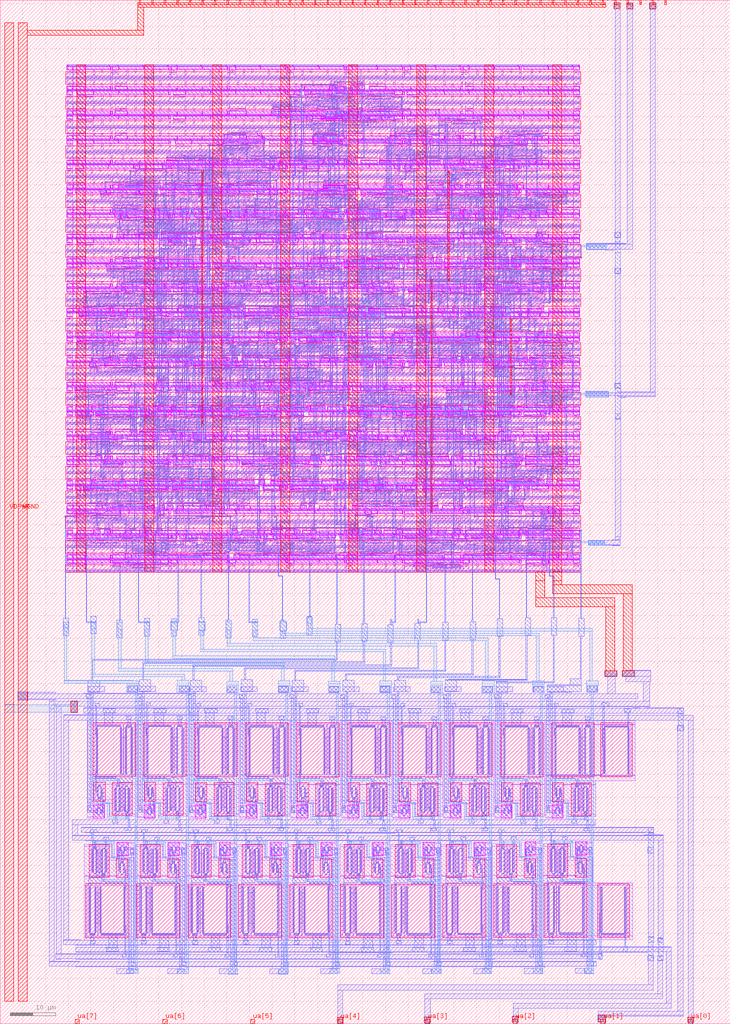
<source format=lef>
VERSION 5.7 ;
  NOWIREEXTENSIONATPIN ON ;
  DIVIDERCHAR "/" ;
  BUSBITCHARS "[]" ;
MACRO tt_um_08_sws
  CLASS BLOCK ;
  FOREIGN tt_um_08_sws ;
  ORIGIN 0.000 0.000 ;
  SIZE 161.000 BY 225.760 ;
  PIN clk
    ANTENNAGATEAREA 0.852000 ;
    PORT
      LAYER met4 ;
        RECT 143.830 224.760 144.130 225.760 ;
    END
  END clk
  PIN ena
    PORT
      LAYER met4 ;
        RECT 146.590 224.760 146.890 225.760 ;
    END
  END ena
  PIN rst_n
    PORT
      LAYER met4 ;
        RECT 141.070 224.760 141.370 225.760 ;
    END
  END rst_n
  PIN ua[0]
    ANTENNAGATEAREA 200.000000 ;
    PORT
      LAYER met4 ;
        RECT 151.810 0.000 152.710 1.000 ;
    END
  END ua[0]
  PIN ua[1]
    ANTENNAGATEAREA 550.000000 ;
    ANTENNADIFFAREA 2.900000 ;
    PORT
      LAYER met4 ;
        RECT 132.490 0.000 133.390 1.000 ;
    END
  END ua[1]
  PIN ua[2]
    ANTENNAGATEAREA 550.000000 ;
    ANTENNADIFFAREA 2.900000 ;
    PORT
      LAYER met4 ;
        RECT 113.170 0.000 114.070 1.000 ;
    END
  END ua[2]
  PIN ua[3]
    ANTENNADIFFAREA 29.000000 ;
    PORT
      LAYER met4 ;
        RECT 93.850 0.000 94.750 1.000 ;
    END
  END ua[3]
  PIN ua[4]
    ANTENNADIFFAREA 29.000000 ;
    PORT
      LAYER met4 ;
        RECT 74.530 0.000 75.430 1.000 ;
    END
  END ua[4]
  PIN ua[5]
    PORT
      LAYER met4 ;
        RECT 55.210 0.000 56.110 1.000 ;
    END
  END ua[5]
  PIN ua[6]
    PORT
      LAYER met4 ;
        RECT 35.890 0.000 36.790 1.000 ;
    END
  END ua[6]
  PIN ua[7]
    PORT
      LAYER met4 ;
        RECT 16.570 0.000 17.470 1.000 ;
    END
  END ua[7]
  PIN ui_in[0]
    ANTENNAGATEAREA 0.213000 ;
    PORT
      LAYER met4 ;
        RECT 138.310 224.760 138.610 225.760 ;
    END
  END ui_in[0]
  PIN ui_in[1]
    ANTENNAGATEAREA 0.196500 ;
    PORT
      LAYER met4 ;
        RECT 135.550 224.760 135.850 225.760 ;
    END
  END ui_in[1]
  PIN ui_in[2]
    ANTENNADIFFAREA 36.399998 ;
    PORT
      LAYER met4 ;
        RECT 132.790 224.760 133.090 225.760 ;
    END
  END ui_in[2]
  PIN ui_in[3]
    ANTENNADIFFAREA 36.399998 ;
    PORT
      LAYER met4 ;
        RECT 130.030 224.760 130.330 225.760 ;
    END
  END ui_in[3]
  PIN ui_in[4]
    ANTENNADIFFAREA 36.399998 ;
    PORT
      LAYER met4 ;
        RECT 127.270 224.760 127.570 225.760 ;
    END
  END ui_in[4]
  PIN ui_in[5]
    ANTENNADIFFAREA 36.399998 ;
    PORT
      LAYER met4 ;
        RECT 124.510 224.760 124.810 225.760 ;
    END
  END ui_in[5]
  PIN ui_in[6]
    ANTENNADIFFAREA 36.399998 ;
    PORT
      LAYER met4 ;
        RECT 121.750 224.760 122.050 225.760 ;
    END
  END ui_in[6]
  PIN ui_in[7]
    ANTENNADIFFAREA 36.399998 ;
    PORT
      LAYER met4 ;
        RECT 118.990 224.760 119.290 225.760 ;
    END
  END ui_in[7]
  PIN uio_in[0]
    ANTENNADIFFAREA 36.399998 ;
    PORT
      LAYER met4 ;
        RECT 116.230 224.760 116.530 225.760 ;
    END
  END uio_in[0]
  PIN uio_in[1]
    ANTENNADIFFAREA 36.399998 ;
    PORT
      LAYER met4 ;
        RECT 113.470 224.760 113.770 225.760 ;
    END
  END uio_in[1]
  PIN uio_in[2]
    ANTENNADIFFAREA 36.399998 ;
    PORT
      LAYER met4 ;
        RECT 110.710 224.760 111.010 225.760 ;
    END
  END uio_in[2]
  PIN uio_in[3]
    ANTENNADIFFAREA 36.399998 ;
    PORT
      LAYER met4 ;
        RECT 107.950 224.760 108.250 225.760 ;
    END
  END uio_in[3]
  PIN uio_in[4]
    ANTENNADIFFAREA 36.399998 ;
    PORT
      LAYER met4 ;
        RECT 105.190 224.760 105.490 225.760 ;
    END
  END uio_in[4]
  PIN uio_in[5]
    ANTENNADIFFAREA 36.399998 ;
    PORT
      LAYER met4 ;
        RECT 102.430 224.760 102.730 225.760 ;
    END
  END uio_in[5]
  PIN uio_in[6]
    ANTENNADIFFAREA 36.399998 ;
    PORT
      LAYER met4 ;
        RECT 99.670 224.760 99.970 225.760 ;
    END
  END uio_in[6]
  PIN uio_in[7]
    ANTENNADIFFAREA 36.399998 ;
    PORT
      LAYER met4 ;
        RECT 96.910 224.760 97.210 225.760 ;
    END
  END uio_in[7]
  PIN uio_oe[0]
    ANTENNADIFFAREA 36.399998 ;
    PORT
      LAYER met4 ;
        RECT 49.990 224.760 50.290 225.760 ;
    END
  END uio_oe[0]
  PIN uio_oe[1]
    ANTENNADIFFAREA 36.399998 ;
    PORT
      LAYER met4 ;
        RECT 47.230 224.760 47.530 225.760 ;
    END
  END uio_oe[1]
  PIN uio_oe[2]
    ANTENNADIFFAREA 36.399998 ;
    PORT
      LAYER met4 ;
        RECT 44.470 224.760 44.770 225.760 ;
    END
  END uio_oe[2]
  PIN uio_oe[3]
    ANTENNADIFFAREA 36.399998 ;
    PORT
      LAYER met4 ;
        RECT 41.710 224.760 42.010 225.760 ;
    END
  END uio_oe[3]
  PIN uio_oe[4]
    ANTENNADIFFAREA 36.399998 ;
    PORT
      LAYER met4 ;
        RECT 38.950 224.760 39.250 225.760 ;
    END
  END uio_oe[4]
  PIN uio_oe[5]
    ANTENNADIFFAREA 36.399998 ;
    PORT
      LAYER met4 ;
        RECT 36.190 224.760 36.490 225.760 ;
    END
  END uio_oe[5]
  PIN uio_oe[6]
    ANTENNADIFFAREA 36.399998 ;
    PORT
      LAYER met4 ;
        RECT 33.430 224.760 33.730 225.760 ;
    END
  END uio_oe[6]
  PIN uio_oe[7]
    ANTENNADIFFAREA 36.399998 ;
    PORT
      LAYER met4 ;
        RECT 30.670 224.760 30.970 225.760 ;
    END
  END uio_oe[7]
  PIN uio_out[0]
    ANTENNADIFFAREA 36.399998 ;
    PORT
      LAYER met4 ;
        RECT 72.070 224.760 72.370 225.760 ;
    END
  END uio_out[0]
  PIN uio_out[1]
    ANTENNADIFFAREA 36.399998 ;
    PORT
      LAYER met4 ;
        RECT 69.310 224.760 69.610 225.760 ;
    END
  END uio_out[1]
  PIN uio_out[2]
    ANTENNADIFFAREA 36.399998 ;
    PORT
      LAYER met4 ;
        RECT 66.550 224.760 66.850 225.760 ;
    END
  END uio_out[2]
  PIN uio_out[3]
    ANTENNADIFFAREA 36.399998 ;
    PORT
      LAYER met4 ;
        RECT 63.790 224.760 64.090 225.760 ;
    END
  END uio_out[3]
  PIN uio_out[4]
    ANTENNADIFFAREA 36.399998 ;
    PORT
      LAYER met4 ;
        RECT 61.030 224.760 61.330 225.760 ;
    END
  END uio_out[4]
  PIN uio_out[5]
    ANTENNADIFFAREA 36.399998 ;
    PORT
      LAYER met4 ;
        RECT 58.270 224.760 58.570 225.760 ;
    END
  END uio_out[5]
  PIN uio_out[6]
    ANTENNADIFFAREA 36.399998 ;
    PORT
      LAYER met4 ;
        RECT 55.510 224.760 55.810 225.760 ;
    END
  END uio_out[6]
  PIN uio_out[7]
    ANTENNADIFFAREA 36.399998 ;
    PORT
      LAYER met4 ;
        RECT 52.750 224.760 53.050 225.760 ;
    END
  END uio_out[7]
  PIN uo_out[0]
    ANTENNADIFFAREA 36.399998 ;
    PORT
      LAYER met4 ;
        RECT 94.150 224.760 94.450 225.760 ;
    END
  END uo_out[0]
  PIN uo_out[1]
    ANTENNADIFFAREA 36.399998 ;
    PORT
      LAYER met4 ;
        RECT 91.390 224.760 91.690 225.760 ;
    END
  END uo_out[1]
  PIN uo_out[2]
    ANTENNADIFFAREA 36.399998 ;
    PORT
      LAYER met4 ;
        RECT 88.630 224.760 88.930 225.760 ;
    END
  END uo_out[2]
  PIN uo_out[3]
    ANTENNADIFFAREA 36.399998 ;
    PORT
      LAYER met4 ;
        RECT 85.870 224.760 86.170 225.760 ;
    END
  END uo_out[3]
  PIN uo_out[4]
    ANTENNADIFFAREA 36.399998 ;
    PORT
      LAYER met4 ;
        RECT 83.110 224.760 83.410 225.760 ;
    END
  END uo_out[4]
  PIN uo_out[5]
    ANTENNADIFFAREA 36.399998 ;
    PORT
      LAYER met4 ;
        RECT 80.350 224.760 80.650 225.760 ;
    END
  END uo_out[5]
  PIN uo_out[6]
    ANTENNADIFFAREA 36.399998 ;
    PORT
      LAYER met4 ;
        RECT 77.590 224.760 77.890 225.760 ;
    END
  END uo_out[6]
  PIN uo_out[7]
    ANTENNADIFFAREA 36.399998 ;
    PORT
      LAYER met4 ;
        RECT 74.830 224.760 75.130 225.760 ;
    END
  END uo_out[7]
  PIN VDPWR
  USE POWER ;
    ANTENNAGATEAREA 853.044495 ;
    ANTENNADIFFAREA 1113.359375 ;
    PORT
      LAYER met4 ;
        RECT 1.000 5.000 3.000 220.760 ;
    END
  END VDPWR
  PIN VGND
    USE GROUND ;
    PORT
      LAYER met4 ;
        RECT 4.000 5.000 6.000 220.760 ;
    END
  END VGND
  OBS
      LAYER pwell ;
        RECT 14.805 211.185 14.975 211.375 ;
        RECT 18.485 211.185 18.655 211.375 ;
        RECT 24.005 211.185 24.175 211.375 ;
        RECT 25.845 211.185 26.015 211.375 ;
        RECT 31.365 211.185 31.535 211.375 ;
        RECT 36.885 211.185 37.055 211.375 ;
        RECT 38.725 211.185 38.895 211.375 ;
        RECT 44.245 211.185 44.415 211.375 ;
        RECT 49.765 211.185 49.935 211.375 ;
        RECT 51.605 211.185 51.775 211.375 ;
        RECT 57.125 211.185 57.295 211.375 ;
        RECT 62.645 211.185 62.815 211.375 ;
        RECT 64.485 211.185 64.655 211.375 ;
        RECT 70.005 211.185 70.175 211.375 ;
        RECT 75.525 211.185 75.695 211.375 ;
        RECT 77.365 211.185 77.535 211.375 ;
        RECT 82.885 211.185 83.055 211.375 ;
        RECT 88.405 211.185 88.575 211.375 ;
        RECT 90.245 211.185 90.415 211.375 ;
        RECT 95.765 211.185 95.935 211.375 ;
        RECT 101.285 211.185 101.455 211.375 ;
        RECT 103.125 211.185 103.295 211.375 ;
        RECT 108.645 211.185 108.815 211.375 ;
        RECT 114.165 211.185 114.335 211.375 ;
        RECT 115.140 211.235 115.260 211.345 ;
        RECT 120.605 211.185 120.775 211.375 ;
        RECT 126.125 211.185 126.295 211.375 ;
        RECT 127.505 211.185 127.675 211.375 ;
        RECT 14.665 210.375 16.035 211.185 ;
        RECT 16.045 210.375 18.795 211.185 ;
        RECT 18.805 210.375 24.315 211.185 ;
        RECT 24.335 210.315 24.765 211.100 ;
        RECT 24.785 210.375 26.155 211.185 ;
        RECT 26.165 210.375 31.675 211.185 ;
        RECT 31.685 210.375 37.195 211.185 ;
        RECT 37.215 210.315 37.645 211.100 ;
        RECT 37.665 210.375 39.035 211.185 ;
        RECT 39.045 210.375 44.555 211.185 ;
        RECT 44.565 210.375 50.075 211.185 ;
        RECT 50.095 210.315 50.525 211.100 ;
        RECT 50.545 210.375 51.915 211.185 ;
        RECT 51.925 210.375 57.435 211.185 ;
        RECT 57.445 210.375 62.955 211.185 ;
        RECT 62.975 210.315 63.405 211.100 ;
        RECT 63.425 210.375 64.795 211.185 ;
        RECT 64.805 210.375 70.315 211.185 ;
        RECT 70.325 210.375 75.835 211.185 ;
        RECT 75.855 210.315 76.285 211.100 ;
        RECT 76.305 210.375 77.675 211.185 ;
        RECT 77.685 210.375 83.195 211.185 ;
        RECT 83.205 210.375 88.715 211.185 ;
        RECT 88.735 210.315 89.165 211.100 ;
        RECT 89.185 210.375 90.555 211.185 ;
        RECT 90.565 210.375 96.075 211.185 ;
        RECT 96.085 210.375 101.595 211.185 ;
        RECT 101.615 210.315 102.045 211.100 ;
        RECT 102.065 210.375 103.435 211.185 ;
        RECT 103.445 210.375 108.955 211.185 ;
        RECT 108.965 210.375 114.475 211.185 ;
        RECT 114.495 210.315 114.925 211.100 ;
        RECT 115.405 210.375 120.915 211.185 ;
        RECT 120.925 210.375 126.435 211.185 ;
        RECT 126.445 210.375 127.815 211.185 ;
      LAYER nwell ;
        RECT 14.470 207.155 128.010 209.985 ;
      LAYER pwell ;
        RECT 14.665 205.955 16.035 206.765 ;
        RECT 16.045 205.955 18.795 206.765 ;
        RECT 18.805 205.955 24.315 206.765 ;
        RECT 24.335 206.040 24.765 206.825 ;
        RECT 25.245 205.955 27.995 206.765 ;
        RECT 28.005 205.955 33.515 206.765 ;
        RECT 33.525 205.955 39.035 206.765 ;
        RECT 39.045 205.955 44.555 206.765 ;
        RECT 44.565 205.955 50.075 206.765 ;
        RECT 50.095 206.040 50.525 206.825 ;
        RECT 50.545 205.955 56.055 206.765 ;
        RECT 56.065 205.955 61.575 206.765 ;
        RECT 61.585 205.955 67.095 206.765 ;
        RECT 67.105 205.955 72.615 206.765 ;
        RECT 72.635 205.955 73.985 206.865 ;
        RECT 74.490 206.635 75.835 206.865 ;
        RECT 74.005 205.955 75.835 206.635 ;
        RECT 75.855 206.040 76.285 206.825 ;
        RECT 77.225 205.955 80.335 206.865 ;
        RECT 81.365 205.955 85.035 206.765 ;
        RECT 85.045 205.955 90.555 206.765 ;
        RECT 90.565 205.955 96.075 206.765 ;
        RECT 96.085 205.955 101.595 206.765 ;
        RECT 101.615 206.040 102.045 206.825 ;
        RECT 102.525 205.955 104.355 206.765 ;
        RECT 104.365 205.955 109.875 206.765 ;
        RECT 109.885 205.955 115.395 206.765 ;
        RECT 115.405 205.955 120.915 206.765 ;
        RECT 120.925 205.955 126.435 206.765 ;
        RECT 126.445 205.955 127.815 206.765 ;
        RECT 14.805 205.745 14.975 205.955 ;
        RECT 16.645 205.790 16.805 205.900 ;
        RECT 18.485 205.765 18.655 205.955 ;
        RECT 20.325 205.745 20.495 205.935 ;
        RECT 24.005 205.765 24.175 205.955 ;
        RECT 24.980 205.795 25.100 205.905 ;
        RECT 25.845 205.745 26.015 205.935 ;
        RECT 27.685 205.765 27.855 205.955 ;
        RECT 31.365 205.745 31.535 205.935 ;
        RECT 33.205 205.765 33.375 205.955 ;
        RECT 36.885 205.745 37.055 205.935 ;
        RECT 37.860 205.795 37.980 205.905 ;
        RECT 38.725 205.765 38.895 205.955 ;
        RECT 40.565 205.745 40.735 205.935 ;
        RECT 44.245 205.765 44.415 205.955 ;
        RECT 46.085 205.745 46.255 205.935 ;
        RECT 49.765 205.765 49.935 205.955 ;
        RECT 51.605 205.745 51.775 205.935 ;
        RECT 55.745 205.765 55.915 205.955 ;
        RECT 57.125 205.745 57.295 205.935 ;
        RECT 61.265 205.765 61.435 205.955 ;
        RECT 62.645 205.745 62.815 205.935 ;
        RECT 64.485 205.745 64.655 205.935 ;
        RECT 65.865 205.745 66.035 205.935 ;
        RECT 66.785 205.765 66.955 205.955 ;
        RECT 67.245 205.745 67.415 205.935 ;
        RECT 72.305 205.765 72.475 205.955 ;
        RECT 72.765 205.765 72.935 205.955 ;
        RECT 74.145 205.765 74.315 205.955 ;
        RECT 76.905 205.800 77.065 205.910 ;
        RECT 77.365 205.745 77.535 205.935 ;
        RECT 80.125 205.765 80.295 205.955 ;
        RECT 81.045 205.800 81.205 205.910 ;
        RECT 84.725 205.765 84.895 205.955 ;
        RECT 86.565 205.745 86.735 205.935 ;
        RECT 88.405 205.745 88.575 205.935 ;
        RECT 89.380 205.795 89.500 205.905 ;
        RECT 90.245 205.765 90.415 205.955 ;
        RECT 92.085 205.745 92.255 205.935 ;
        RECT 95.765 205.765 95.935 205.955 ;
        RECT 97.605 205.745 97.775 205.935 ;
        RECT 101.285 205.765 101.455 205.955 ;
        RECT 102.260 205.795 102.380 205.905 ;
        RECT 103.125 205.745 103.295 205.935 ;
        RECT 104.045 205.765 104.215 205.955 ;
        RECT 108.645 205.745 108.815 205.935 ;
        RECT 109.565 205.765 109.735 205.955 ;
        RECT 114.165 205.745 114.335 205.935 ;
        RECT 115.085 205.905 115.255 205.955 ;
        RECT 115.085 205.795 115.260 205.905 ;
        RECT 115.085 205.765 115.255 205.795 ;
        RECT 120.605 205.745 120.775 205.955 ;
        RECT 126.125 205.745 126.295 205.955 ;
        RECT 127.505 205.745 127.675 205.955 ;
        RECT 14.665 204.935 16.035 205.745 ;
        RECT 16.965 204.935 20.635 205.745 ;
        RECT 20.645 204.935 26.155 205.745 ;
        RECT 26.165 204.935 31.675 205.745 ;
        RECT 31.685 204.935 37.195 205.745 ;
        RECT 37.215 204.875 37.645 205.660 ;
        RECT 38.125 204.935 40.875 205.745 ;
        RECT 40.885 204.935 46.395 205.745 ;
        RECT 46.405 204.935 51.915 205.745 ;
        RECT 51.925 204.935 57.435 205.745 ;
        RECT 57.445 204.935 62.955 205.745 ;
        RECT 62.975 204.875 63.405 205.660 ;
        RECT 63.425 204.935 64.795 205.745 ;
        RECT 64.815 204.835 66.165 205.745 ;
        RECT 67.115 204.835 68.465 205.745 ;
        RECT 68.485 205.065 77.675 205.745 ;
        RECT 77.685 205.065 86.875 205.745 ;
        RECT 68.485 204.835 69.405 205.065 ;
        RECT 72.235 204.845 73.165 205.065 ;
        RECT 77.685 204.835 78.605 205.065 ;
        RECT 81.435 204.845 82.365 205.065 ;
        RECT 86.885 204.935 88.715 205.745 ;
        RECT 88.735 204.875 89.165 205.660 ;
        RECT 89.645 204.935 92.395 205.745 ;
        RECT 92.405 204.935 97.915 205.745 ;
        RECT 97.925 204.935 103.435 205.745 ;
        RECT 103.445 204.935 108.955 205.745 ;
        RECT 108.965 204.935 114.475 205.745 ;
        RECT 114.495 204.875 114.925 205.660 ;
        RECT 115.405 204.935 120.915 205.745 ;
        RECT 120.925 204.935 126.435 205.745 ;
        RECT 126.445 204.935 127.815 205.745 ;
      LAYER nwell ;
        RECT 14.470 201.715 128.010 204.545 ;
      LAYER pwell ;
        RECT 14.665 200.515 16.035 201.325 ;
        RECT 16.045 200.515 18.795 201.325 ;
        RECT 18.805 200.515 24.315 201.325 ;
        RECT 24.335 200.600 24.765 201.385 ;
        RECT 25.245 200.515 27.995 201.325 ;
        RECT 28.005 200.515 33.515 201.325 ;
        RECT 33.525 200.515 39.035 201.325 ;
        RECT 39.045 200.515 44.555 201.325 ;
        RECT 44.565 200.515 50.075 201.325 ;
        RECT 50.095 200.600 50.525 201.385 ;
        RECT 50.545 200.515 54.215 201.325 ;
        RECT 54.225 200.515 59.735 201.325 ;
        RECT 64.255 201.195 65.185 201.415 ;
        RECT 67.905 201.195 70.115 201.425 ;
        RECT 59.745 200.515 70.115 201.195 ;
        RECT 70.325 201.195 71.255 201.425 ;
        RECT 70.325 200.515 73.995 201.195 ;
        RECT 74.005 200.515 75.835 201.195 ;
        RECT 75.855 200.600 76.285 201.385 ;
        RECT 76.765 201.195 77.685 201.425 ;
        RECT 79.525 201.195 80.445 201.425 ;
        RECT 83.275 201.195 84.205 201.415 ;
        RECT 76.765 200.515 79.055 201.195 ;
        RECT 79.525 200.515 88.715 201.195 ;
        RECT 88.725 200.515 90.555 201.325 ;
        RECT 90.565 200.515 96.075 201.325 ;
        RECT 96.085 200.515 101.595 201.325 ;
        RECT 101.615 200.600 102.045 201.385 ;
        RECT 102.525 200.515 104.355 201.325 ;
        RECT 104.365 200.515 109.875 201.325 ;
        RECT 109.885 200.515 115.395 201.325 ;
        RECT 115.405 200.515 120.915 201.325 ;
        RECT 120.925 200.515 126.435 201.325 ;
        RECT 126.445 200.515 127.815 201.325 ;
        RECT 14.805 200.305 14.975 200.515 ;
        RECT 16.645 200.350 16.805 200.460 ;
        RECT 18.485 200.325 18.655 200.515 ;
        RECT 20.325 200.305 20.495 200.495 ;
        RECT 24.005 200.325 24.175 200.515 ;
        RECT 24.980 200.355 25.100 200.465 ;
        RECT 25.845 200.305 26.015 200.495 ;
        RECT 27.685 200.325 27.855 200.515 ;
        RECT 31.365 200.305 31.535 200.495 ;
        RECT 33.205 200.325 33.375 200.515 ;
        RECT 36.885 200.305 37.055 200.495 ;
        RECT 37.860 200.355 37.980 200.465 ;
        RECT 38.725 200.325 38.895 200.515 ;
        RECT 40.565 200.305 40.735 200.495 ;
        RECT 44.245 200.325 44.415 200.515 ;
        RECT 46.085 200.305 46.255 200.495 ;
        RECT 49.765 200.325 49.935 200.515 ;
        RECT 51.605 200.305 51.775 200.495 ;
        RECT 53.905 200.325 54.075 200.515 ;
        RECT 57.125 200.305 57.295 200.495 ;
        RECT 59.425 200.325 59.595 200.515 ;
        RECT 59.885 200.325 60.055 200.515 ;
        RECT 62.645 200.305 62.815 200.495 ;
        RECT 63.620 200.355 63.740 200.465 ;
        RECT 67.245 200.305 67.415 200.495 ;
        RECT 68.625 200.305 68.795 200.495 ;
        RECT 70.465 200.305 70.635 200.495 ;
        RECT 73.685 200.325 73.855 200.515 ;
        RECT 75.065 200.305 75.235 200.495 ;
        RECT 75.525 200.325 75.695 200.515 ;
        RECT 76.500 200.355 76.620 200.465 ;
        RECT 78.745 200.305 78.915 200.515 ;
        RECT 79.260 200.355 79.380 200.465 ;
        RECT 81.045 200.325 81.215 200.495 ;
        RECT 81.045 200.305 81.210 200.325 ;
        RECT 82.430 200.305 82.600 200.495 ;
        RECT 82.885 200.305 83.055 200.495 ;
        RECT 84.265 200.305 84.435 200.495 ;
        RECT 86.565 200.305 86.735 200.495 ;
        RECT 88.405 200.305 88.575 200.515 ;
        RECT 89.380 200.355 89.500 200.465 ;
        RECT 90.245 200.325 90.415 200.515 ;
        RECT 91.165 200.305 91.335 200.495 ;
        RECT 95.765 200.325 95.935 200.515 ;
        RECT 96.685 200.305 96.855 200.495 ;
        RECT 101.285 200.325 101.455 200.515 ;
        RECT 102.260 200.355 102.380 200.465 ;
        RECT 104.045 200.325 104.215 200.515 ;
        RECT 105.885 200.305 106.055 200.495 ;
        RECT 108.645 200.305 108.815 200.495 ;
        RECT 109.565 200.325 109.735 200.515 ;
        RECT 114.165 200.305 114.335 200.495 ;
        RECT 115.085 200.465 115.255 200.515 ;
        RECT 115.085 200.355 115.260 200.465 ;
        RECT 115.085 200.325 115.255 200.355 ;
        RECT 120.605 200.305 120.775 200.515 ;
        RECT 126.125 200.305 126.295 200.515 ;
        RECT 127.505 200.305 127.675 200.515 ;
        RECT 14.665 199.495 16.035 200.305 ;
        RECT 16.965 199.495 20.635 200.305 ;
        RECT 20.645 199.495 26.155 200.305 ;
        RECT 26.165 199.495 31.675 200.305 ;
        RECT 31.685 199.495 37.195 200.305 ;
        RECT 37.215 199.435 37.645 200.220 ;
        RECT 38.125 199.495 40.875 200.305 ;
        RECT 40.885 199.495 46.395 200.305 ;
        RECT 46.405 199.495 51.915 200.305 ;
        RECT 51.925 199.495 57.435 200.305 ;
        RECT 57.445 199.495 62.955 200.305 ;
        RECT 62.975 199.435 63.405 200.220 ;
        RECT 63.885 199.495 67.555 200.305 ;
        RECT 67.565 199.525 68.935 200.305 ;
        RECT 68.945 199.625 70.775 200.305 ;
        RECT 70.795 200.265 71.715 200.305 ;
        RECT 70.785 200.075 71.715 200.265 ;
        RECT 73.805 200.075 75.375 200.305 ;
        RECT 70.785 199.715 75.375 200.075 ;
        RECT 70.795 199.625 75.375 199.715 ;
        RECT 75.480 199.625 78.945 200.305 ;
        RECT 79.375 199.625 81.210 200.305 ;
        RECT 70.795 199.395 73.795 199.625 ;
        RECT 75.480 199.395 76.400 199.625 ;
        RECT 79.375 199.395 80.305 199.625 ;
        RECT 81.365 199.395 82.715 200.305 ;
        RECT 82.745 199.525 84.115 200.305 ;
        RECT 84.135 199.395 85.485 200.305 ;
        RECT 85.515 199.395 86.865 200.305 ;
        RECT 86.885 199.495 88.715 200.305 ;
        RECT 88.735 199.435 89.165 200.220 ;
        RECT 89.645 199.495 91.475 200.305 ;
        RECT 91.485 199.495 96.995 200.305 ;
        RECT 97.005 199.625 106.195 200.305 ;
        RECT 97.005 199.395 97.925 199.625 ;
        RECT 100.755 199.405 101.685 199.625 ;
        RECT 106.205 199.495 108.955 200.305 ;
        RECT 108.965 199.495 114.475 200.305 ;
        RECT 114.495 199.435 114.925 200.220 ;
        RECT 115.405 199.495 120.915 200.305 ;
        RECT 120.925 199.495 126.435 200.305 ;
        RECT 126.445 199.495 127.815 200.305 ;
      LAYER nwell ;
        RECT 14.470 196.275 128.010 199.105 ;
      LAYER pwell ;
        RECT 14.665 195.075 16.035 195.885 ;
        RECT 16.045 195.075 18.795 195.885 ;
        RECT 18.805 195.075 24.315 195.885 ;
        RECT 24.335 195.160 24.765 195.945 ;
        RECT 25.245 195.075 27.995 195.885 ;
        RECT 28.005 195.075 33.515 195.885 ;
        RECT 33.525 195.075 39.035 195.885 ;
        RECT 39.045 195.075 44.555 195.885 ;
        RECT 44.565 195.075 50.075 195.885 ;
        RECT 50.095 195.160 50.525 195.945 ;
        RECT 51.005 195.075 52.835 195.885 ;
        RECT 52.855 195.075 54.205 195.985 ;
        RECT 56.880 195.755 57.800 195.985 ;
        RECT 54.335 195.075 57.800 195.755 ;
        RECT 57.905 195.075 63.415 195.885 ;
        RECT 63.425 195.075 68.935 195.885 ;
        RECT 68.945 195.755 69.865 195.985 ;
        RECT 68.945 195.075 71.235 195.755 ;
        RECT 71.245 195.075 74.165 195.985 ;
        RECT 74.465 195.075 75.835 195.885 ;
        RECT 75.855 195.160 76.285 195.945 ;
        RECT 76.305 195.075 79.975 195.885 ;
        RECT 79.985 195.075 85.495 195.885 ;
        RECT 85.875 195.875 86.795 195.985 ;
        RECT 85.875 195.755 88.210 195.875 ;
        RECT 92.875 195.755 93.795 195.975 ;
        RECT 85.875 195.075 95.155 195.755 ;
        RECT 95.165 195.075 97.915 195.885 ;
        RECT 100.580 195.755 101.500 195.985 ;
        RECT 98.035 195.075 101.500 195.755 ;
        RECT 101.615 195.160 102.045 195.945 ;
        RECT 102.065 195.075 104.815 195.885 ;
        RECT 104.825 195.075 110.335 195.885 ;
        RECT 110.345 195.755 111.265 195.985 ;
        RECT 114.095 195.755 115.025 195.975 ;
        RECT 110.345 195.075 119.535 195.755 ;
        RECT 119.545 195.075 120.915 195.885 ;
        RECT 120.925 195.075 126.435 195.885 ;
        RECT 126.445 195.075 127.815 195.885 ;
        RECT 14.805 194.865 14.975 195.075 ;
        RECT 16.645 194.910 16.805 195.020 ;
        RECT 18.485 194.885 18.655 195.075 ;
        RECT 20.325 194.865 20.495 195.055 ;
        RECT 24.005 194.885 24.175 195.075 ;
        RECT 24.980 194.915 25.100 195.025 ;
        RECT 25.845 194.865 26.015 195.055 ;
        RECT 27.685 194.885 27.855 195.075 ;
        RECT 31.365 194.865 31.535 195.055 ;
        RECT 33.205 194.885 33.375 195.075 ;
        RECT 36.885 194.865 37.055 195.055 ;
        RECT 38.265 194.910 38.425 195.020 ;
        RECT 38.725 194.885 38.895 195.075 ;
        RECT 41.945 194.865 42.115 195.055 ;
        RECT 44.245 194.885 44.415 195.075 ;
        RECT 47.465 194.865 47.635 195.055 ;
        RECT 48.845 194.865 49.015 195.055 ;
        RECT 49.305 194.865 49.475 195.055 ;
        RECT 49.765 194.885 49.935 195.075 ;
        RECT 50.740 194.915 50.860 195.025 ;
        RECT 52.525 194.885 52.695 195.075 ;
        RECT 53.905 194.885 54.075 195.075 ;
        RECT 54.365 194.885 54.535 195.075 ;
        RECT 58.965 194.910 59.125 195.020 ;
        RECT 62.645 194.865 62.815 195.055 ;
        RECT 63.105 194.885 63.275 195.075 ;
        RECT 64.945 194.865 65.115 195.055 ;
        RECT 66.325 194.865 66.495 195.055 ;
        RECT 66.840 194.915 66.960 195.025 ;
        RECT 68.625 194.865 68.795 195.075 ;
        RECT 14.665 194.055 16.035 194.865 ;
        RECT 16.965 194.055 20.635 194.865 ;
        RECT 20.645 194.055 26.155 194.865 ;
        RECT 26.165 194.055 31.675 194.865 ;
        RECT 31.685 194.055 37.195 194.865 ;
        RECT 37.215 193.995 37.645 194.780 ;
        RECT 38.585 194.055 42.255 194.865 ;
        RECT 42.265 194.055 47.775 194.865 ;
        RECT 47.795 193.955 49.145 194.865 ;
        RECT 49.165 194.185 58.355 194.865 ;
        RECT 53.675 193.965 54.605 194.185 ;
        RECT 57.435 193.955 58.355 194.185 ;
        RECT 59.285 194.055 62.955 194.865 ;
        RECT 62.975 193.995 63.405 194.780 ;
        RECT 63.425 194.055 65.255 194.865 ;
        RECT 65.275 193.955 66.625 194.865 ;
        RECT 67.105 194.055 68.935 194.865 ;
        RECT 69.085 194.835 69.255 195.055 ;
        RECT 70.925 194.885 71.095 195.075 ;
        RECT 71.390 194.885 71.560 195.075 ;
        RECT 71.210 194.835 72.155 194.865 ;
        RECT 69.085 194.635 72.155 194.835 ;
        RECT 68.945 194.155 72.155 194.635 ;
        RECT 68.945 193.955 69.875 194.155 ;
        RECT 71.210 193.955 72.155 194.155 ;
        RECT 72.165 194.835 73.110 194.865 ;
        RECT 75.065 194.835 75.235 195.055 ;
        RECT 75.525 194.885 75.695 195.075 ;
        RECT 78.745 194.865 78.915 195.055 ;
        RECT 79.665 194.885 79.835 195.075 ;
        RECT 84.265 194.865 84.435 195.055 ;
        RECT 85.185 194.885 85.355 195.075 ;
        RECT 88.130 194.865 88.300 195.055 ;
        RECT 90.245 194.865 90.415 195.055 ;
        RECT 93.005 194.865 93.175 195.055 ;
        RECT 93.465 194.865 93.635 195.055 ;
        RECT 94.845 194.865 95.015 195.075 ;
        RECT 97.605 194.885 97.775 195.075 ;
        RECT 98.065 194.885 98.235 195.075 ;
        RECT 104.505 194.885 104.675 195.075 ;
        RECT 104.965 194.865 105.135 195.055 ;
        RECT 108.645 194.865 108.815 195.055 ;
        RECT 109.105 194.865 109.275 195.055 ;
        RECT 110.025 194.885 110.195 195.075 ;
        RECT 113.890 194.865 114.060 195.055 ;
        RECT 116.005 194.865 116.175 195.055 ;
        RECT 116.925 194.910 117.085 195.020 ;
        RECT 119.225 194.885 119.395 195.075 ;
        RECT 120.605 194.865 120.775 195.075 ;
        RECT 126.125 194.865 126.295 195.075 ;
        RECT 127.505 194.865 127.675 195.075 ;
        RECT 72.165 194.635 75.235 194.835 ;
        RECT 72.165 194.155 75.375 194.635 ;
        RECT 72.165 193.955 73.110 194.155 ;
        RECT 74.445 193.955 75.375 194.155 ;
        RECT 75.385 194.055 79.055 194.865 ;
        RECT 79.065 194.055 84.575 194.865 ;
        RECT 84.815 194.185 88.715 194.865 ;
        RECT 87.785 193.955 88.715 194.185 ;
        RECT 88.735 193.995 89.165 194.780 ;
        RECT 89.195 193.955 90.545 194.865 ;
        RECT 90.565 194.055 93.315 194.865 ;
        RECT 93.335 193.955 94.685 194.865 ;
        RECT 94.705 194.185 103.810 194.865 ;
        RECT 103.905 194.055 105.275 194.865 ;
        RECT 105.285 194.055 108.955 194.865 ;
        RECT 108.975 193.955 110.325 194.865 ;
        RECT 110.575 194.185 114.475 194.865 ;
        RECT 113.545 193.955 114.475 194.185 ;
        RECT 114.495 193.995 114.925 194.780 ;
        RECT 114.955 193.955 116.305 194.865 ;
        RECT 117.245 194.055 120.915 194.865 ;
        RECT 120.925 194.055 126.435 194.865 ;
        RECT 126.445 194.055 127.815 194.865 ;
      LAYER nwell ;
        RECT 14.470 190.835 128.010 193.665 ;
      LAYER pwell ;
        RECT 14.665 189.635 16.035 190.445 ;
        RECT 16.045 189.635 18.795 190.445 ;
        RECT 18.805 189.635 24.315 190.445 ;
        RECT 24.335 189.720 24.765 190.505 ;
        RECT 25.245 189.635 30.755 190.445 ;
        RECT 30.765 189.635 36.275 190.445 ;
        RECT 36.655 190.435 37.575 190.545 ;
        RECT 36.655 190.315 38.990 190.435 ;
        RECT 43.655 190.315 44.575 190.535 ;
        RECT 49.145 190.315 50.075 190.545 ;
        RECT 36.655 189.635 45.935 190.315 ;
        RECT 46.175 189.635 50.075 190.315 ;
        RECT 50.095 189.720 50.525 190.505 ;
        RECT 51.005 189.635 52.375 190.415 ;
        RECT 52.385 190.315 53.305 190.545 ;
        RECT 56.135 190.315 57.065 190.535 ;
        RECT 61.625 190.315 62.965 190.545 ;
        RECT 65.795 190.315 66.725 190.535 ;
        RECT 52.385 189.635 61.575 190.315 ;
        RECT 61.625 189.635 71.235 190.315 ;
        RECT 71.245 189.635 74.355 190.545 ;
        RECT 74.465 189.635 75.835 190.445 ;
        RECT 75.855 189.720 76.285 190.505 ;
        RECT 76.305 189.635 78.595 190.545 ;
        RECT 79.525 189.635 83.195 190.445 ;
        RECT 83.575 190.435 84.495 190.545 ;
        RECT 83.575 190.315 85.910 190.435 ;
        RECT 90.575 190.315 91.495 190.535 ;
        RECT 83.575 189.635 92.855 190.315 ;
        RECT 92.865 189.635 94.235 190.415 ;
        RECT 100.665 190.315 101.595 190.545 ;
        RECT 94.625 189.635 97.050 190.315 ;
        RECT 97.695 189.635 101.595 190.315 ;
        RECT 101.615 189.720 102.045 190.505 ;
        RECT 102.065 189.635 103.435 190.415 ;
        RECT 103.445 189.635 104.815 190.445 ;
        RECT 108.025 190.315 108.955 190.545 ;
        RECT 105.055 189.635 108.955 190.315 ;
        RECT 108.965 190.315 109.885 190.545 ;
        RECT 112.715 190.315 113.645 190.535 ;
        RECT 108.965 189.635 118.155 190.315 ;
        RECT 118.165 189.635 119.535 190.415 ;
        RECT 119.545 189.635 120.915 190.445 ;
        RECT 120.925 189.635 126.435 190.445 ;
        RECT 126.445 189.635 127.815 190.445 ;
        RECT 14.805 189.425 14.975 189.635 ;
        RECT 16.240 189.475 16.360 189.585 ;
        RECT 18.025 189.425 18.195 189.615 ;
        RECT 18.485 189.445 18.655 189.635 ;
        RECT 23.545 189.425 23.715 189.615 ;
        RECT 24.005 189.445 24.175 189.635 ;
        RECT 24.980 189.475 25.100 189.585 ;
        RECT 29.065 189.425 29.235 189.615 ;
        RECT 30.445 189.425 30.615 189.635 ;
        RECT 31.825 189.425 31.995 189.615 ;
        RECT 35.505 189.425 35.675 189.615 ;
        RECT 35.965 189.425 36.135 189.635 ;
        RECT 45.625 189.445 45.795 189.635 ;
        RECT 46.545 189.425 46.715 189.615 ;
        RECT 49.490 189.445 49.660 189.635 ;
        RECT 50.740 189.475 50.860 189.585 ;
        RECT 52.065 189.445 52.235 189.635 ;
        RECT 55.745 189.425 55.915 189.615 ;
        RECT 59.610 189.425 59.780 189.615 ;
        RECT 61.265 189.425 61.435 189.635 ;
        RECT 62.645 189.425 62.815 189.615 ;
        RECT 63.620 189.475 63.740 189.585 ;
        RECT 64.025 189.425 64.195 189.615 ;
        RECT 70.005 189.425 70.175 189.615 ;
        RECT 70.925 189.445 71.095 189.635 ;
        RECT 74.145 189.445 74.315 189.635 ;
        RECT 75.525 189.425 75.695 189.635 ;
        RECT 76.450 189.445 76.620 189.635 ;
        RECT 79.205 189.480 79.365 189.590 ;
        RECT 81.045 189.425 81.215 189.615 ;
        RECT 82.885 189.445 83.055 189.635 ;
        RECT 86.565 189.425 86.735 189.615 ;
        RECT 87.945 189.425 88.115 189.615 ;
        RECT 88.460 189.475 88.580 189.585 ;
        RECT 89.325 189.425 89.495 189.615 ;
        RECT 92.085 189.425 92.255 189.615 ;
        RECT 92.545 189.445 92.715 189.635 ;
        RECT 93.005 189.445 93.175 189.635 ;
        RECT 97.145 189.445 97.315 189.615 ;
        RECT 97.605 189.425 97.775 189.615 ;
        RECT 101.010 189.445 101.180 189.635 ;
        RECT 102.205 189.445 102.375 189.635 ;
        RECT 104.505 189.445 104.675 189.635 ;
        RECT 106.805 189.425 106.975 189.615 ;
        RECT 108.370 189.445 108.540 189.635 ;
        RECT 110.485 189.425 110.655 189.615 ;
        RECT 111.000 189.475 111.120 189.585 ;
        RECT 112.785 189.425 112.955 189.615 ;
        RECT 113.245 189.425 113.415 189.615 ;
        RECT 115.140 189.475 115.260 189.585 ;
        RECT 117.845 189.445 118.015 189.635 ;
        RECT 119.225 189.445 119.395 189.635 ;
        RECT 120.605 189.425 120.775 189.635 ;
        RECT 126.125 189.425 126.295 189.635 ;
        RECT 127.505 189.425 127.675 189.635 ;
        RECT 14.665 188.615 16.035 189.425 ;
        RECT 16.505 188.615 18.335 189.425 ;
        RECT 18.345 188.615 23.855 189.425 ;
        RECT 23.865 188.615 29.375 189.425 ;
        RECT 29.395 188.515 30.745 189.425 ;
        RECT 30.765 188.615 32.135 189.425 ;
        RECT 32.145 188.615 35.815 189.425 ;
        RECT 35.835 188.515 37.185 189.425 ;
        RECT 37.215 188.555 37.645 189.340 ;
        RECT 37.665 188.745 46.855 189.425 ;
        RECT 46.950 188.745 56.055 189.425 ;
        RECT 56.295 188.745 60.195 189.425 ;
        RECT 37.665 188.515 38.585 188.745 ;
        RECT 41.415 188.525 42.345 188.745 ;
        RECT 59.265 188.515 60.195 188.745 ;
        RECT 60.205 188.645 61.575 189.425 ;
        RECT 61.585 188.615 62.955 189.425 ;
        RECT 62.975 188.555 63.405 189.340 ;
        RECT 63.995 188.745 67.460 189.425 ;
        RECT 66.540 188.515 67.460 188.745 ;
        RECT 67.565 188.615 70.315 189.425 ;
        RECT 70.325 188.615 75.835 189.425 ;
        RECT 75.845 188.615 81.355 189.425 ;
        RECT 81.365 188.615 86.875 189.425 ;
        RECT 86.895 188.515 88.245 189.425 ;
        RECT 88.735 188.555 89.165 189.340 ;
        RECT 89.185 188.645 90.555 189.425 ;
        RECT 90.565 188.615 92.395 189.425 ;
        RECT 92.405 188.615 97.915 189.425 ;
        RECT 97.925 188.745 107.115 189.425 ;
        RECT 107.220 188.745 110.685 189.425 ;
        RECT 97.925 188.515 98.845 188.745 ;
        RECT 101.675 188.525 102.605 188.745 ;
        RECT 107.220 188.515 108.140 188.745 ;
        RECT 111.265 188.615 113.095 189.425 ;
        RECT 113.105 188.645 114.475 189.425 ;
        RECT 114.495 188.555 114.925 189.340 ;
        RECT 115.405 188.615 120.915 189.425 ;
        RECT 120.925 188.615 126.435 189.425 ;
        RECT 126.445 188.615 127.815 189.425 ;
      LAYER nwell ;
        RECT 14.470 185.395 128.010 188.225 ;
      LAYER pwell ;
        RECT 14.665 184.195 16.035 185.005 ;
        RECT 16.045 184.195 18.795 185.005 ;
        RECT 18.805 184.195 24.315 185.005 ;
        RECT 24.335 184.280 24.765 185.065 ;
        RECT 24.785 184.195 26.155 185.005 ;
        RECT 26.165 184.875 27.085 185.105 ;
        RECT 29.915 184.875 30.845 185.095 ;
        RECT 26.165 184.195 35.355 184.875 ;
        RECT 35.825 184.195 38.575 185.005 ;
        RECT 38.595 184.195 39.945 185.105 ;
        RECT 43.165 184.875 44.095 185.105 ;
        RECT 40.195 184.195 44.095 184.875 ;
        RECT 44.105 184.875 45.035 185.105 ;
        RECT 44.105 184.195 48.005 184.875 ;
        RECT 48.715 184.195 50.065 185.105 ;
        RECT 50.095 184.280 50.525 185.065 ;
        RECT 50.545 184.875 51.465 185.105 ;
        RECT 54.295 184.875 55.225 185.095 ;
        RECT 50.545 184.195 59.735 184.875 ;
        RECT 60.205 184.195 65.715 185.005 ;
        RECT 65.725 184.195 71.235 185.005 ;
        RECT 71.255 184.875 74.255 185.105 ;
        RECT 71.255 184.785 75.835 184.875 ;
        RECT 71.245 184.425 75.835 184.785 ;
        RECT 71.245 184.235 72.175 184.425 ;
        RECT 71.255 184.195 72.175 184.235 ;
        RECT 74.265 184.195 75.835 184.425 ;
        RECT 75.855 184.280 76.285 185.065 ;
        RECT 76.305 184.195 79.055 185.005 ;
        RECT 79.065 184.195 84.575 185.005 ;
        RECT 87.785 184.875 88.715 185.105 ;
        RECT 84.815 184.195 88.715 184.875 ;
        RECT 88.725 184.195 94.235 185.005 ;
        RECT 96.900 184.875 97.820 185.105 ;
        RECT 94.355 184.195 97.820 184.875 ;
        RECT 98.845 184.195 100.215 184.975 ;
        RECT 100.235 184.195 101.585 185.105 ;
        RECT 101.615 184.280 102.045 185.065 ;
        RECT 102.620 184.875 103.540 185.105 ;
        RECT 109.320 184.875 110.240 185.105 ;
        RECT 113.000 184.875 113.920 185.105 ;
        RECT 102.620 184.195 106.085 184.875 ;
        RECT 106.775 184.195 110.240 184.875 ;
        RECT 110.455 184.195 113.920 184.875 ;
        RECT 114.025 184.195 115.395 185.005 ;
        RECT 115.405 184.195 120.915 185.005 ;
        RECT 120.925 184.195 126.435 185.005 ;
        RECT 126.445 184.195 127.815 185.005 ;
        RECT 14.805 183.985 14.975 184.195 ;
        RECT 16.240 184.035 16.360 184.145 ;
        RECT 18.485 184.005 18.655 184.195 ;
        RECT 21.705 183.985 21.875 184.175 ;
        RECT 22.165 183.985 22.335 184.175 ;
        RECT 24.005 184.005 24.175 184.195 ;
        RECT 25.845 184.005 26.015 184.195 ;
        RECT 26.765 183.985 26.935 184.175 ;
        RECT 27.225 183.985 27.395 184.175 ;
        RECT 31.180 183.985 31.350 184.175 ;
        RECT 35.045 184.145 35.215 184.195 ;
        RECT 35.045 184.035 35.220 184.145 ;
        RECT 35.560 184.035 35.680 184.145 ;
        RECT 35.045 184.005 35.215 184.035 ;
        RECT 36.885 183.985 37.055 184.175 ;
        RECT 37.805 183.985 37.975 184.175 ;
        RECT 38.265 184.005 38.435 184.195 ;
        RECT 38.725 184.005 38.895 184.195 ;
        RECT 41.485 183.985 41.655 184.175 ;
        RECT 43.510 184.005 43.680 184.195 ;
        RECT 44.520 184.005 44.690 184.195 ;
        RECT 45.165 183.985 45.335 184.175 ;
        RECT 48.440 184.035 48.560 184.145 ;
        RECT 48.845 184.005 49.015 184.195 ;
        RECT 49.765 183.985 49.935 184.175 ;
        RECT 51.145 183.985 51.315 184.175 ;
        RECT 51.605 183.985 51.775 184.175 ;
        RECT 55.745 183.985 55.915 184.175 ;
        RECT 56.260 184.035 56.380 184.145 ;
        RECT 58.965 183.985 59.135 184.175 ;
        RECT 59.425 184.005 59.595 184.195 ;
        RECT 59.940 184.035 60.060 184.145 ;
        RECT 60.345 183.985 60.515 184.175 ;
        RECT 60.860 184.035 60.980 184.145 ;
        RECT 62.645 183.985 62.815 184.175 ;
        RECT 63.620 184.035 63.740 184.145 ;
        RECT 65.405 184.005 65.575 184.195 ;
        RECT 66.325 183.985 66.495 184.175 ;
        RECT 66.785 184.005 66.955 184.175 ;
        RECT 66.885 183.985 66.955 184.005 ;
        RECT 70.005 183.985 70.175 184.175 ;
        RECT 70.925 184.005 71.095 184.195 ;
        RECT 75.525 184.005 75.695 184.195 ;
        RECT 78.285 184.005 78.455 184.175 ;
        RECT 78.745 184.005 78.915 184.195 ;
        RECT 79.205 184.030 79.365 184.140 ;
        RECT 84.265 184.005 84.435 184.195 ;
        RECT 88.130 184.005 88.300 184.195 ;
        RECT 78.285 183.985 78.355 184.005 ;
        RECT 88.405 183.985 88.575 184.175 ;
        RECT 90.245 183.985 90.415 184.175 ;
        RECT 91.625 183.985 91.795 184.175 ;
        RECT 93.925 184.005 94.095 184.195 ;
        RECT 94.385 184.005 94.555 184.195 ;
        RECT 95.305 183.985 95.475 184.175 ;
        RECT 98.525 184.040 98.685 184.150 ;
        RECT 98.985 184.005 99.155 184.195 ;
        RECT 99.170 183.985 99.340 184.175 ;
        RECT 100.365 184.005 100.535 184.195 ;
        RECT 102.205 184.145 102.375 184.175 ;
        RECT 102.205 184.035 102.380 184.145 ;
        RECT 102.205 183.985 102.375 184.035 ;
        RECT 105.885 184.005 106.055 184.195 ;
        RECT 106.805 184.175 106.975 184.195 ;
        RECT 106.070 183.985 106.240 184.175 ;
        RECT 106.400 184.035 106.520 184.145 ;
        RECT 106.805 184.005 106.980 184.175 ;
        RECT 110.485 184.005 110.655 184.195 ;
        RECT 106.810 183.985 106.980 184.005 ;
        RECT 113.890 183.985 114.060 184.175 ;
        RECT 115.085 184.005 115.255 184.195 ;
        RECT 115.545 184.030 115.705 184.140 ;
        RECT 120.605 184.005 120.775 184.195 ;
        RECT 124.745 183.985 124.915 184.175 ;
        RECT 126.125 183.985 126.295 184.195 ;
        RECT 127.505 183.985 127.675 184.195 ;
        RECT 14.665 183.175 16.035 183.985 ;
        RECT 16.505 183.175 22.015 183.985 ;
        RECT 22.025 183.205 23.395 183.985 ;
        RECT 23.500 183.305 26.965 183.985 ;
        RECT 27.195 183.305 30.660 183.985 ;
        RECT 23.500 183.075 24.420 183.305 ;
        RECT 29.740 183.075 30.660 183.305 ;
        RECT 30.765 183.305 34.665 183.985 ;
        RECT 30.765 183.075 31.695 183.305 ;
        RECT 35.365 183.175 37.195 183.985 ;
        RECT 37.215 183.115 37.645 183.900 ;
        RECT 37.775 183.305 41.240 183.985 ;
        RECT 41.455 183.305 44.920 183.985 ;
        RECT 45.135 183.305 48.600 183.985 ;
        RECT 40.320 183.075 41.240 183.305 ;
        RECT 44.000 183.075 44.920 183.305 ;
        RECT 47.680 183.075 48.600 183.305 ;
        RECT 48.705 183.205 50.075 183.985 ;
        RECT 50.085 183.205 51.455 183.985 ;
        RECT 51.465 183.205 52.835 183.985 ;
        RECT 52.845 183.075 56.005 183.985 ;
        RECT 56.525 183.175 59.275 183.985 ;
        RECT 59.295 183.075 60.645 183.985 ;
        RECT 61.125 183.175 62.955 183.985 ;
        RECT 62.975 183.115 63.405 183.900 ;
        RECT 63.885 183.175 66.635 183.985 ;
        RECT 66.885 183.755 69.155 183.985 ;
        RECT 69.865 183.755 74.290 183.985 ;
        RECT 76.085 183.755 78.355 183.985 ;
        RECT 66.885 183.075 69.640 183.755 ;
        RECT 69.865 183.075 75.230 183.755 ;
        RECT 75.600 183.075 78.355 183.755 ;
        RECT 79.525 183.305 88.715 183.985 ;
        RECT 79.525 183.075 80.445 183.305 ;
        RECT 83.275 183.085 84.205 183.305 ;
        RECT 88.735 183.115 89.165 183.900 ;
        RECT 89.195 183.075 90.545 183.985 ;
        RECT 90.565 183.175 91.935 183.985 ;
        RECT 91.945 183.175 95.615 183.985 ;
        RECT 95.855 183.305 99.755 183.985 ;
        RECT 98.825 183.075 99.755 183.305 ;
        RECT 99.765 183.175 102.515 183.985 ;
        RECT 102.755 183.305 106.655 183.985 ;
        RECT 105.725 183.075 106.655 183.305 ;
        RECT 106.665 183.075 110.140 183.985 ;
        RECT 110.575 183.305 114.475 183.985 ;
        RECT 113.545 183.075 114.475 183.305 ;
        RECT 114.495 183.115 114.925 183.900 ;
        RECT 115.865 183.305 125.055 183.985 ;
        RECT 115.865 183.075 116.785 183.305 ;
        RECT 119.615 183.085 120.545 183.305 ;
        RECT 125.065 183.175 126.435 183.985 ;
        RECT 126.445 183.175 127.815 183.985 ;
      LAYER nwell ;
        RECT 14.470 179.955 128.010 182.785 ;
      LAYER pwell ;
        RECT 14.665 178.755 16.035 179.565 ;
        RECT 16.045 178.755 18.795 179.565 ;
        RECT 18.805 178.755 24.315 179.565 ;
        RECT 24.335 178.840 24.765 179.625 ;
        RECT 29.295 179.435 30.225 179.655 ;
        RECT 33.055 179.435 33.975 179.665 ;
        RECT 24.785 178.755 33.975 179.435 ;
        RECT 34.080 179.435 35.000 179.665 ;
        RECT 34.080 178.755 37.545 179.435 ;
        RECT 38.125 178.755 41.600 179.665 ;
        RECT 42.265 178.755 45.740 179.665 ;
        RECT 49.145 179.435 50.075 179.665 ;
        RECT 46.175 178.755 50.075 179.435 ;
        RECT 50.095 178.840 50.525 179.625 ;
        RECT 53.200 179.435 54.120 179.665 ;
        RECT 50.655 178.755 54.120 179.435 ;
        RECT 54.225 178.755 56.055 179.565 ;
        RECT 56.065 179.435 56.995 179.665 ;
        RECT 56.065 178.755 59.965 179.435 ;
        RECT 60.215 178.755 62.955 179.435 ;
        RECT 62.965 178.755 65.715 179.565 ;
        RECT 65.735 178.755 67.085 179.665 ;
        RECT 67.105 179.435 68.450 179.665 ;
        RECT 67.105 178.755 68.935 179.435 ;
        RECT 68.945 178.755 71.685 179.435 ;
        RECT 71.945 178.985 74.700 179.665 ;
        RECT 71.945 178.755 74.215 178.985 ;
        RECT 75.855 178.840 76.285 179.625 ;
        RECT 78.960 179.435 79.880 179.665 ;
        RECT 76.415 178.755 79.880 179.435 ;
        RECT 80.180 178.755 83.655 179.665 ;
        RECT 83.665 178.755 85.495 179.565 ;
        RECT 88.705 179.435 89.635 179.665 ;
        RECT 85.735 178.755 89.635 179.435 ;
        RECT 89.645 178.755 91.015 179.535 ;
        RECT 91.035 178.755 92.385 179.665 ;
        RECT 92.405 179.435 93.325 179.665 ;
        RECT 96.155 179.435 97.085 179.655 ;
        RECT 92.405 178.755 101.595 179.435 ;
        RECT 101.615 178.840 102.045 179.625 ;
        RECT 102.160 179.435 103.080 179.665 ;
        RECT 105.840 179.435 106.760 179.665 ;
        RECT 102.160 178.755 105.625 179.435 ;
        RECT 105.840 178.755 109.305 179.435 ;
        RECT 109.895 178.755 111.245 179.665 ;
        RECT 111.265 179.435 112.185 179.665 ;
        RECT 115.015 179.435 115.945 179.655 ;
        RECT 111.265 178.755 120.455 179.435 ;
        RECT 120.475 178.755 121.825 179.665 ;
        RECT 121.845 178.755 123.215 179.535 ;
        RECT 123.685 178.755 126.435 179.565 ;
        RECT 126.445 178.755 127.815 179.565 ;
        RECT 14.805 178.545 14.975 178.755 ;
        RECT 18.485 178.565 18.655 178.755 ;
        RECT 19.405 178.545 19.575 178.735 ;
        RECT 24.005 178.565 24.175 178.755 ;
        RECT 24.925 178.545 25.095 178.755 ;
        RECT 26.305 178.545 26.475 178.735 ;
        RECT 26.765 178.545 26.935 178.735 ;
        RECT 36.885 178.545 37.055 178.735 ;
        RECT 37.345 178.565 37.515 178.755 ;
        RECT 37.860 178.595 37.980 178.705 ;
        RECT 38.270 178.565 38.440 178.755 ;
        RECT 41.210 178.545 41.380 178.735 ;
        RECT 42.000 178.595 42.120 178.705 ;
        RECT 42.410 178.700 42.580 178.755 ;
        RECT 42.405 178.590 42.580 178.700 ;
        RECT 42.410 178.565 42.580 178.590 ;
        RECT 42.865 178.545 43.035 178.735 ;
        RECT 49.490 178.565 49.660 178.755 ;
        RECT 49.760 178.545 49.930 178.735 ;
        RECT 50.225 178.545 50.395 178.735 ;
        RECT 50.685 178.565 50.855 178.755 ;
        RECT 55.745 178.565 55.915 178.755 ;
        RECT 56.480 178.565 56.650 178.755 ;
        RECT 62.645 178.545 62.815 178.755 ;
        RECT 64.485 178.545 64.655 178.735 ;
        RECT 65.405 178.565 65.575 178.755 ;
        RECT 65.865 178.565 66.035 178.755 ;
        RECT 67.245 178.545 67.415 178.735 ;
        RECT 68.625 178.565 68.795 178.755 ;
        RECT 69.085 178.545 69.255 178.755 ;
        RECT 71.945 178.735 72.015 178.755 ;
        RECT 69.545 178.545 69.715 178.735 ;
        RECT 71.385 178.545 71.555 178.735 ;
        RECT 71.845 178.565 72.015 178.735 ;
        RECT 75.525 178.545 75.695 178.735 ;
        RECT 76.040 178.595 76.160 178.705 ;
        RECT 76.445 178.565 76.615 178.755 ;
        RECT 79.660 178.545 79.830 178.735 ;
        RECT 80.130 178.545 80.300 178.735 ;
        RECT 83.340 178.565 83.510 178.755 ;
        RECT 84.725 178.545 84.895 178.735 ;
        RECT 85.185 178.545 85.355 178.755 ;
        RECT 89.050 178.565 89.220 178.755 ;
        RECT 90.705 178.565 90.875 178.755 ;
        RECT 91.165 178.565 91.335 178.755 ;
        RECT 92.545 178.545 92.715 178.735 ;
        RECT 98.065 178.545 98.235 178.735 ;
        RECT 101.285 178.565 101.455 178.755 ;
        RECT 101.740 178.545 101.910 178.735 ;
        RECT 103.125 178.545 103.295 178.735 ;
        RECT 104.505 178.545 104.675 178.735 ;
        RECT 104.970 178.545 105.140 178.735 ;
        RECT 105.425 178.565 105.595 178.755 ;
        RECT 109.105 178.565 109.275 178.755 ;
        RECT 109.620 178.595 109.740 178.705 ;
        RECT 110.025 178.545 110.195 178.755 ;
        RECT 113.890 178.545 114.060 178.735 ;
        RECT 116.465 178.545 116.635 178.735 ;
        RECT 116.925 178.545 117.095 178.735 ;
        RECT 120.145 178.565 120.315 178.755 ;
        RECT 120.605 178.545 120.775 178.755 ;
        RECT 121.985 178.565 122.155 178.755 ;
        RECT 123.420 178.595 123.540 178.705 ;
        RECT 126.125 178.545 126.295 178.755 ;
        RECT 127.505 178.545 127.675 178.755 ;
        RECT 14.665 177.735 16.035 178.545 ;
        RECT 16.045 177.735 19.715 178.545 ;
        RECT 19.725 177.735 25.235 178.545 ;
        RECT 25.255 177.635 26.605 178.545 ;
        RECT 26.635 177.635 27.985 178.545 ;
        RECT 28.005 177.865 37.195 178.545 ;
        RECT 28.005 177.635 28.925 177.865 ;
        RECT 31.755 177.645 32.685 177.865 ;
        RECT 37.215 177.675 37.645 178.460 ;
        RECT 37.895 177.865 41.795 178.545 ;
        RECT 42.835 177.865 46.300 178.545 ;
        RECT 40.865 177.635 41.795 177.865 ;
        RECT 45.380 177.635 46.300 177.865 ;
        RECT 46.600 177.635 50.075 178.545 ;
        RECT 50.195 177.865 53.660 178.545 ;
        RECT 52.740 177.635 53.660 177.865 ;
        RECT 53.765 177.865 62.955 178.545 ;
        RECT 53.765 177.635 54.685 177.865 ;
        RECT 57.515 177.645 58.445 177.865 ;
        RECT 62.975 177.675 63.405 178.460 ;
        RECT 63.425 177.765 64.795 178.545 ;
        RECT 64.805 177.735 67.555 178.545 ;
        RECT 67.565 177.865 69.395 178.545 ;
        RECT 69.405 177.865 71.235 178.545 ;
        RECT 71.245 177.865 73.075 178.545 ;
        RECT 67.565 177.635 68.910 177.865 ;
        RECT 69.890 177.635 71.235 177.865 ;
        RECT 71.730 177.635 73.075 177.865 ;
        RECT 73.115 177.635 75.835 178.545 ;
        RECT 76.500 177.635 79.975 178.545 ;
        RECT 79.985 177.635 83.460 178.545 ;
        RECT 83.665 177.735 85.035 178.545 ;
        RECT 85.155 177.865 88.620 178.545 ;
        RECT 87.700 177.635 88.620 177.865 ;
        RECT 88.735 177.675 89.165 178.460 ;
        RECT 89.185 177.735 92.855 178.545 ;
        RECT 92.865 177.735 98.375 178.545 ;
        RECT 98.580 177.635 102.055 178.545 ;
        RECT 102.065 177.765 103.435 178.545 ;
        RECT 103.445 177.735 104.815 178.545 ;
        RECT 104.825 177.635 108.300 178.545 ;
        RECT 108.505 177.735 110.335 178.545 ;
        RECT 110.575 177.865 114.475 178.545 ;
        RECT 113.545 177.635 114.475 177.865 ;
        RECT 114.495 177.675 114.925 178.460 ;
        RECT 114.945 177.735 116.775 178.545 ;
        RECT 116.785 177.765 118.155 178.545 ;
        RECT 118.165 177.735 120.915 178.545 ;
        RECT 120.925 177.735 126.435 178.545 ;
        RECT 126.445 177.735 127.815 178.545 ;
      LAYER nwell ;
        RECT 14.470 174.515 128.010 177.345 ;
      LAYER pwell ;
        RECT 14.665 173.315 16.035 174.125 ;
        RECT 16.045 173.315 18.795 174.125 ;
        RECT 18.805 173.315 24.315 174.125 ;
        RECT 24.335 173.400 24.765 174.185 ;
        RECT 25.705 173.315 27.075 174.095 ;
        RECT 29.740 173.995 30.660 174.225 ;
        RECT 27.195 173.315 30.660 173.995 ;
        RECT 30.765 173.995 31.695 174.225 ;
        RECT 30.765 173.315 34.665 173.995 ;
        RECT 35.560 173.315 39.035 174.225 ;
        RECT 39.045 173.315 42.520 174.225 ;
        RECT 42.920 173.315 46.395 174.225 ;
        RECT 49.060 173.995 49.980 174.225 ;
        RECT 46.515 173.315 49.980 173.995 ;
        RECT 50.095 173.400 50.525 174.185 ;
        RECT 50.545 173.315 53.295 174.125 ;
        RECT 56.505 173.995 57.435 174.225 ;
        RECT 53.535 173.315 57.435 173.995 ;
        RECT 57.445 173.995 58.365 174.225 ;
        RECT 61.195 173.995 62.125 174.215 ;
        RECT 57.445 173.315 66.635 173.995 ;
        RECT 66.645 173.315 68.475 174.125 ;
        RECT 68.485 173.315 71.095 174.225 ;
        RECT 71.245 173.995 72.590 174.225 ;
        RECT 71.245 173.315 73.075 173.995 ;
        RECT 73.085 173.315 75.835 174.125 ;
        RECT 75.855 173.400 76.285 174.185 ;
        RECT 77.225 173.315 80.895 174.125 ;
        RECT 80.905 173.315 84.380 174.225 ;
        RECT 85.045 173.315 90.555 174.125 ;
        RECT 90.565 173.315 96.075 174.125 ;
        RECT 96.085 173.315 101.595 174.125 ;
        RECT 101.615 173.400 102.045 174.185 ;
        RECT 102.065 173.315 103.895 174.125 ;
        RECT 104.100 173.315 107.575 174.225 ;
        RECT 107.585 173.315 111.060 174.225 ;
        RECT 111.265 173.315 112.635 174.125 ;
        RECT 112.645 173.315 118.155 174.125 ;
        RECT 118.175 173.315 119.525 174.225 ;
        RECT 119.545 173.315 120.915 174.125 ;
        RECT 120.925 173.315 126.435 174.125 ;
        RECT 126.445 173.315 127.815 174.125 ;
        RECT 14.805 173.105 14.975 173.315 ;
        RECT 16.645 173.150 16.805 173.260 ;
        RECT 18.485 173.125 18.655 173.315 ;
        RECT 20.325 173.105 20.495 173.295 ;
        RECT 24.005 173.125 24.175 173.315 ;
        RECT 25.385 173.160 25.545 173.270 ;
        RECT 25.845 173.105 26.015 173.295 ;
        RECT 26.765 173.125 26.935 173.315 ;
        RECT 27.225 173.125 27.395 173.315 ;
        RECT 31.180 173.125 31.350 173.315 ;
        RECT 31.365 173.105 31.535 173.295 ;
        RECT 35.100 173.155 35.220 173.265 ;
        RECT 36.885 173.105 37.055 173.295 ;
        RECT 37.810 173.105 37.980 173.295 ;
        RECT 38.720 173.125 38.890 173.315 ;
        RECT 39.190 173.125 39.360 173.315 ;
        RECT 41.540 173.155 41.660 173.265 ;
        RECT 42.865 173.105 43.035 173.295 ;
        RECT 43.785 173.150 43.945 173.260 ;
        RECT 44.250 173.105 44.420 173.295 ;
        RECT 46.080 173.125 46.250 173.315 ;
        RECT 46.545 173.125 46.715 173.315 ;
        RECT 47.930 173.105 48.100 173.295 ;
        RECT 51.610 173.105 51.780 173.295 ;
        RECT 52.985 173.125 53.155 173.315 ;
        RECT 56.205 173.105 56.375 173.295 ;
        RECT 56.850 173.125 57.020 173.315 ;
        RECT 59.885 173.105 60.055 173.295 ;
        RECT 61.265 173.105 61.435 173.295 ;
        RECT 61.725 173.105 61.895 173.295 ;
        RECT 63.620 173.155 63.740 173.265 ;
        RECT 65.405 173.105 65.575 173.295 ;
        RECT 66.325 173.125 66.495 173.315 ;
        RECT 68.165 173.125 68.335 173.315 ;
        RECT 68.630 173.125 68.800 173.315 ;
        RECT 70.925 173.105 71.095 173.295 ;
        RECT 72.765 173.125 72.935 173.315 ;
        RECT 75.525 173.125 75.695 173.315 ;
        RECT 76.445 173.105 76.615 173.295 ;
        RECT 76.905 173.160 77.065 173.270 ;
        RECT 80.585 173.125 80.755 173.315 ;
        RECT 81.050 173.125 81.220 173.315 ;
        RECT 81.965 173.105 82.135 173.295 ;
        RECT 82.430 173.105 82.600 173.295 ;
        RECT 84.780 173.155 84.900 173.265 ;
        RECT 85.185 173.105 85.355 173.295 ;
        RECT 89.380 173.155 89.500 173.265 ;
        RECT 89.785 173.105 89.955 173.295 ;
        RECT 90.245 173.125 90.415 173.315 ;
        RECT 95.765 173.125 95.935 173.315 ;
        RECT 99.905 173.105 100.075 173.295 ;
        RECT 100.825 173.150 100.985 173.260 ;
        RECT 101.285 173.125 101.455 173.315 ;
        RECT 103.585 173.125 103.755 173.315 ;
        RECT 106.345 173.105 106.515 173.295 ;
        RECT 107.260 173.125 107.430 173.315 ;
        RECT 107.730 173.295 107.900 173.315 ;
        RECT 107.725 173.125 107.900 173.295 ;
        RECT 107.725 173.105 107.895 173.125 ;
        RECT 111.400 173.105 111.570 173.295 ;
        RECT 112.325 173.125 112.495 173.315 ;
        RECT 112.785 173.105 112.955 173.295 ;
        RECT 113.245 173.105 113.415 173.295 ;
        RECT 115.545 173.150 115.705 173.260 ;
        RECT 117.845 173.125 118.015 173.315 ;
        RECT 118.305 173.125 118.475 173.315 ;
        RECT 120.605 173.125 120.775 173.315 ;
        RECT 124.745 173.105 124.915 173.295 ;
        RECT 126.125 173.105 126.295 173.315 ;
        RECT 127.505 173.105 127.675 173.315 ;
        RECT 14.665 172.295 16.035 173.105 ;
        RECT 16.965 172.295 20.635 173.105 ;
        RECT 20.645 172.295 26.155 173.105 ;
        RECT 26.165 172.295 31.675 173.105 ;
        RECT 31.685 172.295 37.195 173.105 ;
        RECT 37.215 172.235 37.645 173.020 ;
        RECT 37.665 172.195 41.140 173.105 ;
        RECT 41.805 172.325 43.175 173.105 ;
        RECT 44.105 172.195 47.580 173.105 ;
        RECT 47.785 172.195 51.260 173.105 ;
        RECT 51.465 172.195 54.940 173.105 ;
        RECT 55.145 172.295 56.515 173.105 ;
        RECT 56.525 172.295 60.195 173.105 ;
        RECT 60.215 172.195 61.565 173.105 ;
        RECT 61.585 172.325 62.955 173.105 ;
        RECT 62.975 172.235 63.405 173.020 ;
        RECT 63.885 172.295 65.715 173.105 ;
        RECT 65.725 172.295 71.235 173.105 ;
        RECT 71.245 172.295 76.755 173.105 ;
        RECT 76.765 172.295 82.275 173.105 ;
        RECT 82.285 172.195 84.895 173.105 ;
        RECT 85.155 172.425 88.620 173.105 ;
        RECT 87.700 172.195 88.620 172.425 ;
        RECT 88.735 172.235 89.165 173.020 ;
        RECT 89.655 172.195 91.005 173.105 ;
        RECT 91.025 172.425 100.215 173.105 ;
        RECT 91.025 172.195 91.945 172.425 ;
        RECT 94.775 172.205 95.705 172.425 ;
        RECT 101.145 172.295 106.655 173.105 ;
        RECT 106.675 172.195 108.025 173.105 ;
        RECT 108.240 172.195 111.715 173.105 ;
        RECT 111.725 172.295 113.095 173.105 ;
        RECT 113.115 172.195 114.465 173.105 ;
        RECT 114.495 172.235 114.925 173.020 ;
        RECT 115.865 172.425 125.055 173.105 ;
        RECT 115.865 172.195 116.785 172.425 ;
        RECT 119.615 172.205 120.545 172.425 ;
        RECT 125.065 172.295 126.435 173.105 ;
        RECT 126.445 172.295 127.815 173.105 ;
      LAYER nwell ;
        RECT 14.470 169.075 128.010 171.905 ;
      LAYER pwell ;
        RECT 14.665 167.875 16.035 168.685 ;
        RECT 16.045 167.875 18.795 168.685 ;
        RECT 18.805 167.875 24.315 168.685 ;
        RECT 24.335 167.960 24.765 168.745 ;
        RECT 25.245 167.875 27.075 168.685 ;
        RECT 27.095 167.875 28.445 168.785 ;
        RECT 28.925 167.875 32.595 168.685 ;
        RECT 32.615 167.875 33.965 168.785 ;
        RECT 33.985 167.875 35.355 168.685 ;
        RECT 35.450 167.875 44.555 168.555 ;
        RECT 44.565 167.875 50.075 168.685 ;
        RECT 50.095 167.960 50.525 168.745 ;
        RECT 50.545 167.875 51.915 168.685 ;
        RECT 51.925 167.875 57.435 168.685 ;
        RECT 57.445 167.875 62.955 168.685 ;
        RECT 62.965 167.875 68.475 168.685 ;
        RECT 68.485 168.555 69.830 168.785 ;
        RECT 70.325 168.555 71.670 168.785 ;
        RECT 68.485 167.875 70.315 168.555 ;
        RECT 70.325 167.875 72.155 168.555 ;
        RECT 72.165 167.875 75.835 168.685 ;
        RECT 75.855 167.960 76.285 168.745 ;
        RECT 79.505 168.555 80.435 168.785 ;
        RECT 76.535 167.875 80.435 168.555 ;
        RECT 80.815 168.675 81.735 168.785 ;
        RECT 80.815 168.555 83.150 168.675 ;
        RECT 87.815 168.555 88.735 168.775 ;
        RECT 80.815 167.875 90.095 168.555 ;
        RECT 90.105 167.875 91.475 168.685 ;
        RECT 94.685 168.555 95.615 168.785 ;
        RECT 91.715 167.875 95.615 168.555 ;
        RECT 96.085 167.875 97.455 168.655 ;
        RECT 97.925 167.875 101.595 168.685 ;
        RECT 101.615 167.960 102.045 168.745 ;
        RECT 102.985 168.555 103.905 168.785 ;
        RECT 106.735 168.555 107.665 168.775 ;
        RECT 112.645 168.555 113.575 168.785 ;
        RECT 116.880 168.555 117.800 168.785 ;
        RECT 102.985 167.875 112.175 168.555 ;
        RECT 112.645 167.875 116.545 168.555 ;
        RECT 116.880 167.875 120.345 168.555 ;
        RECT 120.465 167.875 121.835 168.655 ;
        RECT 121.845 167.875 123.675 168.555 ;
        RECT 123.685 167.875 126.435 168.685 ;
        RECT 126.445 167.875 127.815 168.685 ;
        RECT 14.805 167.665 14.975 167.875 ;
        RECT 17.565 167.665 17.735 167.855 ;
        RECT 18.485 167.685 18.655 167.875 ;
        RECT 23.085 167.665 23.255 167.855 ;
        RECT 23.545 167.665 23.715 167.855 ;
        RECT 24.005 167.685 24.175 167.875 ;
        RECT 24.980 167.715 25.100 167.825 ;
        RECT 26.765 167.685 26.935 167.875 ;
        RECT 27.225 167.685 27.395 167.875 ;
        RECT 28.660 167.715 28.780 167.825 ;
        RECT 32.285 167.685 32.455 167.875 ;
        RECT 33.665 167.665 33.835 167.875 ;
        RECT 35.045 167.685 35.215 167.875 ;
        RECT 36.885 167.665 37.055 167.855 ;
        RECT 37.805 167.665 37.975 167.855 ;
        RECT 39.185 167.665 39.355 167.855 ;
        RECT 44.245 167.685 44.415 167.875 ;
        RECT 46.085 167.665 46.255 167.855 ;
        RECT 47.005 167.710 47.165 167.820 ;
        RECT 49.765 167.685 49.935 167.875 ;
        RECT 51.605 167.685 51.775 167.875 ;
        RECT 56.205 167.665 56.375 167.855 ;
        RECT 57.125 167.685 57.295 167.875 ;
        RECT 62.645 167.855 62.815 167.875 ;
        RECT 58.045 167.665 58.215 167.855 ;
        RECT 59.425 167.665 59.595 167.855 ;
        RECT 59.940 167.715 60.060 167.825 ;
        RECT 62.640 167.685 62.815 167.855 ;
        RECT 62.640 167.665 62.810 167.685 ;
        RECT 64.945 167.665 65.115 167.855 ;
        RECT 67.705 167.665 67.875 167.855 ;
        RECT 68.165 167.665 68.335 167.875 ;
        RECT 70.005 167.685 70.175 167.875 ;
        RECT 70.925 167.665 71.095 167.855 ;
        RECT 71.845 167.685 72.015 167.875 ;
        RECT 75.065 167.665 75.235 167.855 ;
        RECT 75.525 167.685 75.695 167.875 ;
        RECT 79.850 167.685 80.020 167.875 ;
        RECT 84.725 167.665 84.895 167.855 ;
        RECT 86.105 167.665 86.275 167.855 ;
        RECT 87.485 167.665 87.655 167.855 ;
        RECT 88.405 167.710 88.565 167.820 ;
        RECT 89.380 167.715 89.500 167.825 ;
        RECT 89.785 167.685 89.955 167.875 ;
        RECT 91.165 167.685 91.335 167.875 ;
        RECT 93.005 167.665 93.175 167.855 ;
        RECT 95.030 167.685 95.200 167.875 ;
        RECT 95.820 167.715 95.940 167.825 ;
        RECT 96.225 167.685 96.395 167.875 ;
        RECT 96.870 167.665 97.040 167.855 ;
        RECT 97.660 167.715 97.780 167.825 ;
        RECT 101.285 167.685 101.455 167.875 ;
        RECT 102.665 167.720 102.825 167.830 ;
        RECT 106.805 167.665 106.975 167.855 ;
        RECT 107.265 167.665 107.435 167.855 ;
        RECT 110.945 167.665 111.115 167.855 ;
        RECT 111.865 167.685 112.035 167.875 ;
        RECT 112.380 167.715 112.500 167.825 ;
        RECT 113.060 167.685 113.230 167.875 ;
        RECT 115.545 167.710 115.705 167.820 ;
        RECT 120.145 167.685 120.315 167.875 ;
        RECT 120.605 167.685 120.775 167.875 ;
        RECT 123.365 167.685 123.535 167.875 ;
        RECT 124.745 167.665 124.915 167.855 ;
        RECT 126.125 167.665 126.295 167.875 ;
        RECT 127.505 167.665 127.675 167.875 ;
        RECT 14.665 166.855 16.035 167.665 ;
        RECT 16.045 166.855 17.875 167.665 ;
        RECT 17.885 166.855 23.395 167.665 ;
        RECT 23.405 166.985 32.595 167.665 ;
        RECT 27.915 166.765 28.845 166.985 ;
        RECT 31.675 166.755 32.595 166.985 ;
        RECT 32.605 166.885 33.975 167.665 ;
        RECT 33.985 166.755 37.145 167.665 ;
        RECT 37.215 166.795 37.645 167.580 ;
        RECT 37.675 166.755 39.025 167.665 ;
        RECT 39.155 166.985 42.620 167.665 ;
        RECT 41.700 166.755 42.620 166.985 ;
        RECT 42.820 166.985 46.285 167.665 ;
        RECT 47.325 166.985 56.515 167.665 ;
        RECT 42.820 166.755 43.740 166.985 ;
        RECT 47.325 166.755 48.245 166.985 ;
        RECT 51.075 166.765 52.005 166.985 ;
        RECT 56.525 166.855 58.355 167.665 ;
        RECT 58.375 166.755 59.725 167.665 ;
        RECT 60.345 166.755 62.955 167.665 ;
        RECT 62.975 166.795 63.405 167.580 ;
        RECT 63.425 166.855 65.255 167.665 ;
        RECT 65.275 166.985 68.015 167.665 ;
        RECT 68.025 166.985 70.765 167.665 ;
        RECT 70.785 166.755 73.505 167.665 ;
        RECT 73.545 166.855 75.375 167.665 ;
        RECT 75.755 166.985 85.035 167.665 ;
        RECT 75.755 166.865 78.090 166.985 ;
        RECT 75.755 166.755 76.675 166.865 ;
        RECT 82.755 166.765 83.675 166.985 ;
        RECT 85.055 166.755 86.405 167.665 ;
        RECT 86.435 166.755 87.785 167.665 ;
        RECT 88.735 166.795 89.165 167.580 ;
        RECT 89.645 166.855 93.315 167.665 ;
        RECT 93.555 166.985 97.455 167.665 ;
        RECT 96.525 166.755 97.455 166.985 ;
        RECT 97.835 166.985 107.115 167.665 ;
        RECT 107.235 166.985 110.700 167.665 ;
        RECT 110.915 166.985 114.380 167.665 ;
        RECT 97.835 166.865 100.170 166.985 ;
        RECT 97.835 166.755 98.755 166.865 ;
        RECT 104.835 166.765 105.755 166.985 ;
        RECT 109.780 166.755 110.700 166.985 ;
        RECT 113.460 166.755 114.380 166.985 ;
        RECT 114.495 166.795 114.925 167.580 ;
        RECT 115.865 166.985 125.055 167.665 ;
        RECT 115.865 166.755 116.785 166.985 ;
        RECT 119.615 166.765 120.545 166.985 ;
        RECT 125.065 166.855 126.435 167.665 ;
        RECT 126.445 166.855 127.815 167.665 ;
      LAYER nwell ;
        RECT 14.470 163.635 128.010 166.465 ;
      LAYER pwell ;
        RECT 14.665 162.435 16.035 163.245 ;
        RECT 16.045 162.435 18.795 163.245 ;
        RECT 18.805 162.435 24.315 163.245 ;
        RECT 24.335 162.520 24.765 163.305 ;
        RECT 25.705 162.435 27.075 163.215 ;
        RECT 31.595 163.115 32.525 163.335 ;
        RECT 35.355 163.115 36.275 163.345 ;
        RECT 27.085 162.435 36.275 163.115 ;
        RECT 36.285 163.115 37.205 163.345 ;
        RECT 40.035 163.115 40.965 163.335 ;
        RECT 49.060 163.115 49.980 163.345 ;
        RECT 36.285 162.435 45.475 163.115 ;
        RECT 46.515 162.435 49.980 163.115 ;
        RECT 50.095 162.520 50.525 163.305 ;
        RECT 50.555 162.435 51.905 163.345 ;
        RECT 51.925 162.435 53.755 163.245 ;
        RECT 53.765 162.435 55.135 163.215 ;
        RECT 55.145 163.115 56.065 163.345 ;
        RECT 58.895 163.115 59.825 163.335 ;
        RECT 55.145 162.435 64.335 163.115 ;
        RECT 64.485 162.435 67.095 163.345 ;
        RECT 67.115 162.435 69.855 163.115 ;
        RECT 70.325 162.435 75.835 163.245 ;
        RECT 75.855 162.520 76.285 163.305 ;
        RECT 76.305 162.435 78.135 163.245 ;
        RECT 81.345 163.115 82.275 163.345 ;
        RECT 78.375 162.435 82.275 163.115 ;
        RECT 82.285 162.435 83.655 163.215 ;
        RECT 83.665 162.435 85.495 163.245 ;
        RECT 85.505 162.435 86.875 163.215 ;
        RECT 86.885 162.435 92.395 163.245 ;
        RECT 92.490 162.435 101.595 163.115 ;
        RECT 101.615 162.520 102.045 163.305 ;
        RECT 105.265 163.115 106.195 163.345 ;
        RECT 102.295 162.435 106.195 163.115 ;
        RECT 106.665 163.115 107.595 163.345 ;
        RECT 106.665 162.435 110.565 163.115 ;
        RECT 110.945 162.435 113.555 163.345 ;
        RECT 113.565 163.115 114.485 163.345 ;
        RECT 117.315 163.115 118.245 163.335 ;
        RECT 113.565 162.435 122.755 163.115 ;
        RECT 122.765 162.435 124.135 163.215 ;
        RECT 124.605 162.435 126.435 163.245 ;
        RECT 126.445 162.435 127.815 163.245 ;
        RECT 14.805 162.225 14.975 162.435 ;
        RECT 17.565 162.225 17.735 162.415 ;
        RECT 18.485 162.245 18.655 162.435 ;
        RECT 24.005 162.245 24.175 162.435 ;
        RECT 25.385 162.280 25.545 162.390 ;
        RECT 26.765 162.245 26.935 162.435 ;
        RECT 27.225 162.225 27.395 162.435 ;
        RECT 27.960 162.225 28.130 162.415 ;
        RECT 32.745 162.225 32.915 162.415 ;
        RECT 33.480 162.225 33.650 162.415 ;
        RECT 37.860 162.275 37.980 162.385 ;
        RECT 39.645 162.225 39.815 162.415 ;
        RECT 40.105 162.225 40.275 162.415 ;
        RECT 44.060 162.225 44.230 162.415 ;
        RECT 45.165 162.245 45.335 162.435 ;
        RECT 46.085 162.280 46.245 162.390 ;
        RECT 46.545 162.245 46.715 162.435 ;
        RECT 48.845 162.225 49.015 162.415 ;
        RECT 49.580 162.225 49.750 162.415 ;
        RECT 51.605 162.245 51.775 162.435 ;
        RECT 53.445 162.245 53.615 162.435 ;
        RECT 53.905 162.245 54.075 162.435 ;
        RECT 56.850 162.225 57.020 162.415 ;
        RECT 57.640 162.275 57.760 162.385 ;
        RECT 59.425 162.225 59.595 162.415 ;
        RECT 59.885 162.225 60.055 162.415 ;
        RECT 62.645 162.225 62.815 162.415 ;
        RECT 64.025 162.245 64.195 162.435 ;
        RECT 64.485 162.225 64.655 162.415 ;
        RECT 66.325 162.225 66.495 162.415 ;
        RECT 66.780 162.245 66.950 162.435 ;
        RECT 68.165 162.225 68.335 162.415 ;
        RECT 68.625 162.225 68.795 162.415 ;
        RECT 69.545 162.245 69.715 162.435 ;
        RECT 70.060 162.275 70.180 162.385 ;
        RECT 70.465 162.225 70.635 162.415 ;
        RECT 72.360 162.275 72.480 162.385 ;
        RECT 75.065 162.225 75.235 162.415 ;
        RECT 75.525 162.245 75.695 162.435 ;
        RECT 77.825 162.245 77.995 162.435 ;
        RECT 80.585 162.225 80.755 162.415 ;
        RECT 81.690 162.245 81.860 162.435 ;
        RECT 81.965 162.225 82.135 162.415 ;
        RECT 82.425 162.245 82.595 162.435 ;
        RECT 85.185 162.245 85.355 162.435 ;
        RECT 85.645 162.245 85.815 162.435 ;
        RECT 85.830 162.225 86.000 162.415 ;
        RECT 86.565 162.225 86.735 162.415 ;
        RECT 88.405 162.270 88.565 162.380 ;
        RECT 89.380 162.275 89.500 162.385 ;
        RECT 92.085 162.245 92.255 162.435 ;
        RECT 98.985 162.225 99.155 162.415 ;
        RECT 101.285 162.245 101.455 162.435 ;
        RECT 102.205 162.225 102.375 162.415 ;
        RECT 102.665 162.225 102.835 162.415 ;
        RECT 105.610 162.245 105.780 162.435 ;
        RECT 106.400 162.275 106.520 162.385 ;
        RECT 106.805 162.225 106.975 162.415 ;
        RECT 107.080 162.245 107.250 162.435 ;
        RECT 113.240 162.245 113.410 162.435 ;
        RECT 113.890 162.225 114.060 162.415 ;
        RECT 118.490 162.225 118.660 162.415 ;
        RECT 119.225 162.225 119.395 162.415 ;
        RECT 120.660 162.275 120.780 162.385 ;
        RECT 121.065 162.225 121.235 162.415 ;
        RECT 122.445 162.385 122.615 162.435 ;
        RECT 122.445 162.275 122.620 162.385 ;
        RECT 122.445 162.245 122.615 162.275 ;
        RECT 123.825 162.245 123.995 162.435 ;
        RECT 124.340 162.275 124.460 162.385 ;
        RECT 126.125 162.225 126.295 162.435 ;
        RECT 127.505 162.225 127.675 162.435 ;
        RECT 14.665 161.415 16.035 162.225 ;
        RECT 16.045 161.415 17.875 162.225 ;
        RECT 18.255 161.545 27.535 162.225 ;
        RECT 27.545 161.545 31.445 162.225 ;
        RECT 18.255 161.425 20.590 161.545 ;
        RECT 18.255 161.315 19.175 161.425 ;
        RECT 25.255 161.325 26.175 161.545 ;
        RECT 27.545 161.315 28.475 161.545 ;
        RECT 31.685 161.415 33.055 162.225 ;
        RECT 33.065 161.545 36.965 162.225 ;
        RECT 33.065 161.315 33.995 161.545 ;
        RECT 37.215 161.355 37.645 162.140 ;
        RECT 38.125 161.415 39.955 162.225 ;
        RECT 40.075 161.545 43.540 162.225 ;
        RECT 42.620 161.315 43.540 161.545 ;
        RECT 43.645 161.545 47.545 162.225 ;
        RECT 43.645 161.315 44.575 161.545 ;
        RECT 47.785 161.445 49.155 162.225 ;
        RECT 49.165 161.545 53.065 162.225 ;
        RECT 53.535 161.545 57.435 162.225 ;
        RECT 49.165 161.315 50.095 161.545 ;
        RECT 56.505 161.315 57.435 161.545 ;
        RECT 57.905 161.415 59.735 162.225 ;
        RECT 59.745 161.445 61.115 162.225 ;
        RECT 61.125 161.415 62.955 162.225 ;
        RECT 62.975 161.355 63.405 162.140 ;
        RECT 63.425 161.415 64.795 162.225 ;
        RECT 64.805 161.545 66.635 162.225 ;
        RECT 66.645 161.545 68.475 162.225 ;
        RECT 68.485 161.545 70.315 162.225 ;
        RECT 70.325 161.545 72.155 162.225 ;
        RECT 64.805 161.315 66.150 161.545 ;
        RECT 66.645 161.315 67.990 161.545 ;
        RECT 68.970 161.315 70.315 161.545 ;
        RECT 70.810 161.315 72.155 161.545 ;
        RECT 72.625 161.415 75.375 162.225 ;
        RECT 75.385 161.415 80.895 162.225 ;
        RECT 80.915 161.315 82.265 162.225 ;
        RECT 82.515 161.545 86.415 162.225 ;
        RECT 85.485 161.315 86.415 161.545 ;
        RECT 86.425 161.445 87.795 162.225 ;
        RECT 88.735 161.355 89.165 162.140 ;
        RECT 90.015 161.545 99.295 162.225 ;
        RECT 90.015 161.425 92.350 161.545 ;
        RECT 90.015 161.315 90.935 161.425 ;
        RECT 97.015 161.325 97.935 161.545 ;
        RECT 99.305 161.315 102.465 162.225 ;
        RECT 102.635 161.545 106.100 162.225 ;
        RECT 106.775 161.545 110.240 162.225 ;
        RECT 110.575 161.545 114.475 162.225 ;
        RECT 105.180 161.315 106.100 161.545 ;
        RECT 109.320 161.315 110.240 161.545 ;
        RECT 113.545 161.315 114.475 161.545 ;
        RECT 114.495 161.355 114.925 162.140 ;
        RECT 115.175 161.545 119.075 162.225 ;
        RECT 118.145 161.315 119.075 161.545 ;
        RECT 119.095 161.315 120.445 162.225 ;
        RECT 120.925 161.445 122.295 162.225 ;
        RECT 122.765 161.415 126.435 162.225 ;
        RECT 126.445 161.415 127.815 162.225 ;
      LAYER nwell ;
        RECT 14.470 158.195 128.010 161.025 ;
      LAYER pwell ;
        RECT 14.665 156.995 16.035 157.805 ;
        RECT 16.045 156.995 17.415 157.805 ;
        RECT 17.435 156.995 18.785 157.905 ;
        RECT 18.815 156.995 20.165 157.905 ;
        RECT 23.385 157.675 24.315 157.905 ;
        RECT 20.415 156.995 24.315 157.675 ;
        RECT 24.335 157.080 24.765 157.865 ;
        RECT 24.785 156.995 26.155 157.775 ;
        RECT 26.165 156.995 27.995 157.805 ;
        RECT 30.660 157.675 31.580 157.905 ;
        RECT 34.340 157.675 35.260 157.905 ;
        RECT 28.115 156.995 31.580 157.675 ;
        RECT 31.795 156.995 35.260 157.675 ;
        RECT 35.365 156.995 39.035 157.805 ;
        RECT 39.240 156.995 42.715 157.905 ;
        RECT 42.920 156.995 46.395 157.905 ;
        RECT 49.060 157.675 49.980 157.905 ;
        RECT 46.515 156.995 49.980 157.675 ;
        RECT 50.095 157.080 50.525 157.865 ;
        RECT 50.545 156.995 54.020 157.905 ;
        RECT 54.685 156.995 60.195 157.805 ;
        RECT 60.215 156.995 61.565 157.905 ;
        RECT 61.725 156.995 64.335 157.905 ;
        RECT 64.805 156.995 68.475 157.805 ;
        RECT 68.970 157.675 70.315 157.905 ;
        RECT 70.810 157.675 72.155 157.905 ;
        RECT 68.485 156.995 70.315 157.675 ;
        RECT 70.325 156.995 72.155 157.675 ;
        RECT 72.360 156.995 75.835 157.905 ;
        RECT 75.855 157.080 76.285 157.865 ;
        RECT 76.960 156.995 80.435 157.905 ;
        RECT 81.275 157.795 82.195 157.905 ;
        RECT 81.275 157.675 83.610 157.795 ;
        RECT 88.275 157.675 89.195 157.895 ;
        RECT 81.275 156.995 90.555 157.675 ;
        RECT 91.025 156.995 92.855 157.805 ;
        RECT 92.875 156.995 94.225 157.905 ;
        RECT 94.705 156.995 96.535 157.805 ;
        RECT 96.545 156.995 97.915 157.775 ;
        RECT 97.925 156.995 99.755 157.805 ;
        RECT 99.775 156.995 101.125 157.905 ;
        RECT 101.615 157.080 102.045 157.865 ;
        RECT 102.525 156.995 104.355 157.805 ;
        RECT 104.365 156.995 105.735 157.775 ;
        RECT 105.745 156.995 107.115 157.775 ;
        RECT 108.045 156.995 111.520 157.905 ;
        RECT 112.645 156.995 116.315 157.805 ;
        RECT 118.980 157.675 119.900 157.905 ;
        RECT 116.435 156.995 119.900 157.675 ;
        RECT 120.925 156.995 126.435 157.805 ;
        RECT 126.445 156.995 127.815 157.805 ;
        RECT 14.805 156.785 14.975 156.995 ;
        RECT 16.645 156.830 16.805 156.940 ;
        RECT 17.105 156.805 17.275 156.995 ;
        RECT 18.485 156.805 18.655 156.995 ;
        RECT 18.945 156.805 19.115 156.995 ;
        RECT 23.730 156.805 23.900 156.995 ;
        RECT 24.925 156.805 25.095 156.995 ;
        RECT 26.305 156.785 26.475 156.975 ;
        RECT 27.685 156.785 27.855 156.995 ;
        RECT 28.145 156.805 28.315 156.995 ;
        RECT 29.065 156.785 29.235 156.975 ;
        RECT 31.825 156.805 31.995 156.995 ;
        RECT 32.745 156.785 32.915 156.975 ;
        RECT 36.610 156.785 36.780 156.975 ;
        RECT 37.860 156.835 37.980 156.945 ;
        RECT 38.725 156.805 38.895 156.995 ;
        RECT 39.645 156.785 39.815 156.975 ;
        RECT 40.110 156.785 40.280 156.975 ;
        RECT 42.400 156.805 42.570 156.995 ;
        RECT 43.790 156.785 43.960 156.975 ;
        RECT 46.080 156.805 46.250 156.995 ;
        RECT 46.545 156.805 46.715 156.995 ;
        RECT 47.470 156.785 47.640 156.975 ;
        RECT 50.690 156.805 50.860 156.995 ;
        RECT 51.200 156.835 51.320 156.945 ;
        RECT 52.985 156.785 53.155 156.975 ;
        RECT 54.420 156.835 54.540 156.945 ;
        RECT 59.885 156.805 60.055 156.995 ;
        RECT 61.265 156.805 61.435 156.995 ;
        RECT 62.645 156.785 62.815 156.975 ;
        RECT 63.620 156.835 63.740 156.945 ;
        RECT 64.020 156.805 64.190 156.995 ;
        RECT 64.540 156.835 64.660 156.945 ;
        RECT 65.405 156.785 65.575 156.975 ;
        RECT 68.165 156.805 68.335 156.995 ;
        RECT 68.625 156.805 68.795 156.995 ;
        RECT 70.465 156.805 70.635 156.995 ;
        RECT 74.605 156.785 74.775 156.975 ;
        RECT 75.520 156.805 75.690 156.995 ;
        RECT 76.445 156.945 76.615 156.975 ;
        RECT 76.445 156.835 76.620 156.945 ;
        RECT 76.445 156.785 76.615 156.835 ;
        RECT 76.910 156.785 77.080 156.975 ;
        RECT 80.120 156.805 80.290 156.995 ;
        RECT 80.590 156.785 80.760 156.975 ;
        RECT 84.725 156.830 84.885 156.940 ;
        RECT 88.405 156.785 88.575 156.975 ;
        RECT 90.245 156.805 90.415 156.995 ;
        RECT 90.760 156.835 90.880 156.945 ;
        RECT 91.625 156.785 91.795 156.975 ;
        RECT 92.545 156.805 92.715 156.995 ;
        RECT 93.005 156.805 93.175 156.995 ;
        RECT 94.440 156.835 94.560 156.945 ;
        RECT 96.225 156.805 96.395 156.995 ;
        RECT 96.685 156.805 96.855 156.995 ;
        RECT 97.145 156.785 97.315 156.975 ;
        RECT 99.445 156.805 99.615 156.995 ;
        RECT 99.905 156.805 100.075 156.995 ;
        RECT 100.820 156.785 100.990 156.975 ;
        RECT 101.340 156.835 101.460 156.945 ;
        RECT 102.260 156.835 102.380 156.945 ;
        RECT 103.125 156.785 103.295 156.975 ;
        RECT 103.590 156.785 103.760 156.975 ;
        RECT 104.045 156.805 104.215 156.995 ;
        RECT 105.425 156.805 105.595 156.995 ;
        RECT 105.885 156.805 106.055 156.995 ;
        RECT 107.725 156.840 107.885 156.950 ;
        RECT 108.190 156.805 108.360 156.995 ;
        RECT 110.480 156.785 110.650 156.975 ;
        RECT 112.325 156.840 112.485 156.950 ;
        RECT 114.165 156.785 114.335 156.975 ;
        RECT 116.005 156.785 116.175 156.995 ;
        RECT 116.465 156.975 116.635 156.995 ;
        RECT 116.465 156.805 116.640 156.975 ;
        RECT 116.470 156.785 116.640 156.805 ;
        RECT 120.605 156.785 120.775 156.975 ;
        RECT 126.125 156.785 126.295 156.995 ;
        RECT 127.505 156.785 127.675 156.995 ;
        RECT 14.665 155.975 16.035 156.785 ;
        RECT 17.335 156.105 26.615 156.785 ;
        RECT 17.335 155.985 19.670 156.105 ;
        RECT 17.335 155.875 18.255 155.985 ;
        RECT 24.335 155.885 25.255 156.105 ;
        RECT 26.625 156.005 27.995 156.785 ;
        RECT 28.005 155.975 29.375 156.785 ;
        RECT 29.385 155.975 33.055 156.785 ;
        RECT 33.295 156.105 37.195 156.785 ;
        RECT 36.265 155.875 37.195 156.105 ;
        RECT 37.215 155.915 37.645 156.700 ;
        RECT 38.125 155.975 39.955 156.785 ;
        RECT 39.965 155.875 43.440 156.785 ;
        RECT 43.645 155.875 47.120 156.785 ;
        RECT 47.325 155.875 50.800 156.785 ;
        RECT 51.465 155.975 53.295 156.785 ;
        RECT 53.675 156.105 62.955 156.785 ;
        RECT 53.675 155.985 56.010 156.105 ;
        RECT 53.675 155.875 54.595 155.985 ;
        RECT 60.675 155.885 61.595 156.105 ;
        RECT 62.975 155.915 63.405 156.700 ;
        RECT 63.885 155.975 65.715 156.785 ;
        RECT 65.810 156.105 74.915 156.785 ;
        RECT 74.925 155.975 76.755 156.785 ;
        RECT 76.765 155.875 80.240 156.785 ;
        RECT 80.445 155.875 83.920 156.785 ;
        RECT 85.045 155.975 88.715 156.785 ;
        RECT 88.735 155.915 89.165 156.700 ;
        RECT 89.185 155.975 91.935 156.785 ;
        RECT 91.945 155.975 97.455 156.785 ;
        RECT 97.660 155.875 101.135 156.785 ;
        RECT 101.605 155.975 103.435 156.785 ;
        RECT 103.445 155.875 106.920 156.785 ;
        RECT 107.320 155.875 110.795 156.785 ;
        RECT 110.805 155.975 114.475 156.785 ;
        RECT 114.495 155.915 114.925 156.700 ;
        RECT 114.945 155.975 116.315 156.785 ;
        RECT 116.325 155.875 118.935 156.785 ;
        RECT 119.085 155.975 120.915 156.785 ;
        RECT 120.925 155.975 126.435 156.785 ;
        RECT 126.445 155.975 127.815 156.785 ;
      LAYER nwell ;
        RECT 14.470 152.755 128.010 155.585 ;
      LAYER pwell ;
        RECT 14.665 151.555 16.035 152.365 ;
        RECT 16.505 151.555 20.175 152.365 ;
        RECT 23.385 152.235 24.315 152.465 ;
        RECT 20.415 151.555 24.315 152.235 ;
        RECT 24.335 151.640 24.765 152.425 ;
        RECT 24.785 151.555 26.155 152.365 ;
        RECT 26.165 151.555 29.835 152.365 ;
        RECT 30.215 152.355 31.135 152.465 ;
        RECT 30.215 152.235 32.550 152.355 ;
        RECT 37.215 152.235 38.135 152.455 ;
        RECT 30.215 151.555 39.495 152.235 ;
        RECT 39.505 151.555 42.980 152.465 ;
        RECT 43.185 151.555 44.555 152.365 ;
        RECT 44.565 151.555 50.075 152.365 ;
        RECT 50.095 151.640 50.525 152.425 ;
        RECT 51.465 151.555 56.975 152.365 ;
        RECT 56.995 151.555 58.345 152.465 ;
        RECT 58.735 152.355 59.655 152.465 ;
        RECT 58.735 152.235 61.070 152.355 ;
        RECT 65.735 152.235 66.655 152.455 ;
        RECT 58.735 151.555 68.015 152.235 ;
        RECT 68.485 151.555 71.235 152.365 ;
        RECT 71.730 152.235 73.075 152.465 ;
        RECT 71.245 151.555 73.075 152.235 ;
        RECT 73.085 151.555 75.805 152.465 ;
        RECT 75.855 151.640 76.285 152.425 ;
        RECT 77.225 151.555 80.895 152.365 ;
        RECT 80.905 151.555 86.415 152.365 ;
        RECT 86.795 152.355 87.715 152.465 ;
        RECT 86.795 152.235 89.130 152.355 ;
        RECT 93.795 152.235 94.715 152.455 ;
        RECT 86.795 151.555 96.075 152.235 ;
        RECT 96.085 151.555 101.595 152.365 ;
        RECT 101.615 151.640 102.045 152.425 ;
        RECT 102.525 152.265 103.470 152.465 ;
        RECT 102.525 151.585 105.275 152.265 ;
        RECT 102.525 151.555 103.470 151.585 ;
        RECT 14.805 151.345 14.975 151.555 ;
        RECT 16.240 151.395 16.360 151.505 ;
        RECT 19.865 151.365 20.035 151.555 ;
        RECT 23.730 151.365 23.900 151.555 ;
        RECT 25.845 151.345 26.015 151.555 ;
        RECT 27.225 151.345 27.395 151.535 ;
        RECT 29.525 151.365 29.695 151.555 ;
        RECT 32.745 151.345 32.915 151.535 ;
        RECT 33.205 151.345 33.375 151.535 ;
        RECT 35.505 151.345 35.675 151.535 ;
        RECT 35.965 151.345 36.135 151.535 ;
        RECT 39.185 151.365 39.355 151.555 ;
        RECT 39.650 151.365 39.820 151.555 ;
        RECT 41.025 151.345 41.195 151.535 ;
        RECT 41.490 151.345 41.660 151.535 ;
        RECT 44.245 151.365 44.415 151.555 ;
        RECT 48.385 151.345 48.555 151.535 ;
        RECT 14.665 150.535 16.035 151.345 ;
        RECT 16.875 150.665 26.155 151.345 ;
        RECT 16.875 150.545 19.210 150.665 ;
        RECT 16.875 150.435 17.795 150.545 ;
        RECT 23.875 150.445 24.795 150.665 ;
        RECT 26.165 150.535 27.535 151.345 ;
        RECT 27.545 150.535 33.055 151.345 ;
        RECT 33.075 150.435 34.425 151.345 ;
        RECT 34.445 150.535 35.815 151.345 ;
        RECT 35.825 150.565 37.195 151.345 ;
        RECT 37.215 150.475 37.645 151.260 ;
        RECT 37.665 150.535 41.335 151.345 ;
        RECT 41.345 150.435 44.820 151.345 ;
        RECT 45.025 150.535 48.695 151.345 ;
        RECT 48.850 151.315 49.020 151.535 ;
        RECT 49.765 151.365 49.935 151.555 ;
        RECT 51.145 151.400 51.305 151.510 ;
        RECT 51.610 151.345 51.780 151.535 ;
        RECT 56.665 151.345 56.835 151.555 ;
        RECT 57.125 151.365 57.295 151.555 ;
        RECT 60.530 151.345 60.700 151.535 ;
        RECT 61.320 151.395 61.440 151.505 ;
        RECT 62.645 151.345 62.815 151.535 ;
        RECT 63.620 151.395 63.740 151.505 ;
        RECT 64.025 151.345 64.195 151.535 ;
        RECT 65.460 151.395 65.580 151.505 ;
        RECT 67.245 151.345 67.415 151.535 ;
        RECT 67.705 151.345 67.875 151.555 ;
        RECT 68.220 151.395 68.340 151.505 ;
        RECT 70.925 151.345 71.095 151.555 ;
        RECT 71.385 151.365 71.555 151.555 ;
        RECT 73.225 151.365 73.395 151.555 ;
        RECT 73.685 151.345 73.855 151.535 ;
        RECT 74.605 151.390 74.765 151.500 ;
        RECT 75.065 151.345 75.235 151.535 ;
        RECT 76.905 151.400 77.065 151.510 ;
        RECT 50.510 151.315 51.455 151.345 ;
        RECT 48.705 150.635 51.455 151.315 ;
        RECT 50.510 150.435 51.455 150.635 ;
        RECT 51.465 150.435 54.940 151.345 ;
        RECT 55.145 150.535 56.975 151.345 ;
        RECT 57.215 150.665 61.115 151.345 ;
        RECT 60.185 150.435 61.115 150.665 ;
        RECT 61.585 150.565 62.955 151.345 ;
        RECT 62.975 150.475 63.405 151.260 ;
        RECT 63.885 150.565 65.255 151.345 ;
        RECT 65.725 150.535 67.555 151.345 ;
        RECT 67.565 150.665 69.395 151.345 ;
        RECT 68.050 150.435 69.395 150.665 ;
        RECT 69.405 150.665 71.235 151.345 ;
        RECT 71.255 150.665 73.995 151.345 ;
        RECT 74.925 150.665 77.665 151.345 ;
        RECT 77.685 151.315 78.630 151.345 ;
        RECT 80.120 151.315 80.290 151.535 ;
        RECT 80.585 151.505 80.755 151.555 ;
        RECT 80.585 151.395 80.760 151.505 ;
        RECT 80.585 151.365 80.755 151.395 ;
        RECT 84.265 151.345 84.435 151.535 ;
        RECT 86.105 151.365 86.275 151.555 ;
        RECT 88.130 151.345 88.300 151.535 ;
        RECT 89.380 151.395 89.500 151.505 ;
        RECT 90.705 151.345 90.875 151.535 ;
        RECT 91.625 151.390 91.785 151.500 ;
        RECT 92.085 151.345 92.255 151.535 ;
        RECT 94.385 151.345 94.555 151.535 ;
        RECT 95.765 151.365 95.935 151.555 ;
        RECT 96.225 151.345 96.395 151.535 ;
        RECT 101.285 151.365 101.455 151.555 ;
        RECT 102.260 151.395 102.380 151.505 ;
        RECT 104.960 151.365 105.130 151.585 ;
        RECT 105.285 151.555 108.760 152.465 ;
        RECT 108.965 151.555 112.440 152.465 ;
        RECT 113.105 151.555 118.615 152.365 ;
        RECT 118.635 151.555 119.985 152.465 ;
        RECT 120.465 151.555 121.835 152.335 ;
        RECT 122.765 151.555 126.435 152.365 ;
        RECT 126.445 151.555 127.815 152.365 ;
        RECT 105.430 151.535 105.600 151.555 ;
        RECT 105.425 151.365 105.600 151.535 ;
        RECT 105.425 151.345 105.595 151.365 ;
        RECT 106.805 151.345 106.975 151.535 ;
        RECT 107.270 151.345 107.440 151.535 ;
        RECT 109.110 151.365 109.280 151.555 ;
        RECT 110.945 151.345 111.115 151.535 ;
        RECT 112.840 151.395 112.960 151.505 ;
        RECT 115.545 151.390 115.705 151.500 ;
        RECT 118.305 151.365 118.475 151.555 ;
        RECT 119.685 151.365 119.855 151.555 ;
        RECT 120.200 151.395 120.320 151.505 ;
        RECT 120.605 151.365 120.775 151.555 ;
        RECT 122.445 151.400 122.605 151.510 ;
        RECT 124.745 151.345 124.915 151.535 ;
        RECT 126.125 151.345 126.295 151.555 ;
        RECT 127.505 151.345 127.675 151.555 ;
        RECT 69.405 150.435 70.750 150.665 ;
        RECT 77.685 150.635 80.435 151.315 ;
        RECT 77.685 150.435 78.630 150.635 ;
        RECT 80.905 150.535 84.575 151.345 ;
        RECT 84.815 150.665 88.715 151.345 ;
        RECT 87.785 150.435 88.715 150.665 ;
        RECT 88.735 150.475 89.165 151.260 ;
        RECT 89.655 150.435 91.005 151.345 ;
        RECT 91.945 150.565 93.315 151.345 ;
        RECT 93.335 150.435 94.685 151.345 ;
        RECT 94.705 150.535 96.535 151.345 ;
        RECT 96.545 150.665 105.735 151.345 ;
        RECT 96.545 150.435 97.465 150.665 ;
        RECT 100.295 150.445 101.225 150.665 ;
        RECT 105.745 150.535 107.115 151.345 ;
        RECT 107.125 150.435 110.600 151.345 ;
        RECT 110.915 150.665 114.380 151.345 ;
        RECT 113.460 150.435 114.380 150.665 ;
        RECT 114.495 150.475 114.925 151.260 ;
        RECT 115.865 150.665 125.055 151.345 ;
        RECT 115.865 150.435 116.785 150.665 ;
        RECT 119.615 150.445 120.545 150.665 ;
        RECT 125.065 150.535 126.435 151.345 ;
        RECT 126.445 150.535 127.815 151.345 ;
      LAYER nwell ;
        RECT 14.470 147.315 128.010 150.145 ;
      LAYER pwell ;
        RECT 14.665 146.115 16.035 146.925 ;
        RECT 16.505 146.115 20.175 146.925 ;
        RECT 23.385 146.795 24.315 147.025 ;
        RECT 20.415 146.115 24.315 146.795 ;
        RECT 24.335 146.200 24.765 146.985 ;
        RECT 24.785 146.115 26.155 146.895 ;
        RECT 26.165 146.115 27.995 146.925 ;
        RECT 28.005 146.115 29.375 146.895 ;
        RECT 29.385 146.795 30.315 147.025 ;
        RECT 29.385 146.115 33.285 146.795 ;
        RECT 33.985 146.115 35.815 146.925 ;
        RECT 36.020 146.115 39.495 147.025 ;
        RECT 39.505 146.115 42.980 147.025 ;
        RECT 43.645 146.115 47.315 146.925 ;
        RECT 49.130 146.825 50.075 147.025 ;
        RECT 47.325 146.145 50.075 146.825 ;
        RECT 50.095 146.200 50.525 146.985 ;
        RECT 14.805 145.905 14.975 146.115 ;
        RECT 16.240 145.955 16.360 146.065 ;
        RECT 19.405 145.905 19.575 146.095 ;
        RECT 19.865 145.905 20.035 146.115 ;
        RECT 21.245 145.905 21.415 146.095 ;
        RECT 23.730 145.925 23.900 146.115 ;
        RECT 25.845 145.925 26.015 146.115 ;
        RECT 27.685 145.925 27.855 146.115 ;
        RECT 28.145 145.925 28.315 146.115 ;
        RECT 29.800 145.925 29.970 146.115 ;
        RECT 31.825 145.905 31.995 146.095 ;
        RECT 33.205 145.905 33.375 146.095 ;
        RECT 33.720 145.955 33.840 146.065 ;
        RECT 35.505 145.925 35.675 146.115 ;
        RECT 36.885 145.905 37.055 146.095 ;
        RECT 37.860 145.955 37.980 146.065 ;
        RECT 39.180 145.925 39.350 146.115 ;
        RECT 39.650 145.925 39.820 146.115 ;
        RECT 40.565 145.905 40.735 146.095 ;
        RECT 41.025 145.905 41.195 146.095 ;
        RECT 43.380 145.955 43.500 146.065 ;
        RECT 47.005 145.925 47.175 146.115 ;
        RECT 47.470 145.925 47.640 146.145 ;
        RECT 49.130 146.115 50.075 146.145 ;
        RECT 51.005 146.115 52.375 146.895 ;
        RECT 53.305 146.115 56.780 147.025 ;
        RECT 56.985 146.115 59.735 146.925 ;
        RECT 62.945 146.795 63.875 147.025 ;
        RECT 59.975 146.115 63.875 146.795 ;
        RECT 63.885 146.115 65.255 146.925 ;
        RECT 65.265 146.115 70.775 146.925 ;
        RECT 70.785 146.795 72.130 147.025 ;
        RECT 73.110 146.795 74.455 147.025 ;
        RECT 70.785 146.115 72.615 146.795 ;
        RECT 72.625 146.115 74.455 146.795 ;
        RECT 74.465 146.115 75.835 146.925 ;
        RECT 75.855 146.200 76.285 146.985 ;
        RECT 76.500 146.115 79.975 147.025 ;
        RECT 79.985 146.115 83.460 147.025 ;
        RECT 83.665 146.115 85.035 146.925 ;
        RECT 85.415 146.915 86.335 147.025 ;
        RECT 85.415 146.795 87.750 146.915 ;
        RECT 92.415 146.795 93.335 147.015 ;
        RECT 85.415 146.115 94.695 146.795 ;
        RECT 95.175 146.115 96.525 147.025 ;
        RECT 99.745 146.795 100.675 147.025 ;
        RECT 96.775 146.115 100.675 146.795 ;
        RECT 101.615 146.200 102.045 146.985 ;
        RECT 102.065 146.115 103.435 146.895 ;
        RECT 103.905 146.825 104.850 147.025 ;
        RECT 103.905 146.145 106.655 146.825 ;
        RECT 103.905 146.115 104.850 146.145 ;
        RECT 50.740 145.955 50.860 146.065 ;
        RECT 51.605 145.905 51.775 146.095 ;
        RECT 52.065 145.925 52.235 146.115 ;
        RECT 52.340 145.905 52.510 146.095 ;
        RECT 52.985 145.960 53.145 146.070 ;
        RECT 53.450 145.925 53.620 146.115 ;
        RECT 56.260 145.955 56.380 146.065 ;
        RECT 58.045 145.905 58.215 146.095 ;
        RECT 58.505 145.905 58.675 146.095 ;
        RECT 59.425 145.925 59.595 146.115 ;
        RECT 59.940 145.955 60.060 146.065 ;
        RECT 62.645 145.905 62.815 146.095 ;
        RECT 63.290 145.925 63.460 146.115 ;
        RECT 63.620 145.955 63.740 146.065 ;
        RECT 64.945 145.925 65.115 146.115 ;
        RECT 67.430 145.905 67.600 146.095 ;
        RECT 68.220 145.955 68.340 146.065 ;
        RECT 70.465 145.925 70.635 146.115 ;
        RECT 72.305 145.925 72.475 146.115 ;
        RECT 72.765 145.925 72.935 146.115 ;
        RECT 73.685 145.905 73.855 146.095 ;
        RECT 75.525 145.925 75.695 146.115 ;
        RECT 79.660 146.095 79.830 146.115 ;
        RECT 79.205 145.905 79.375 146.095 ;
        RECT 79.660 145.925 79.840 146.095 ;
        RECT 80.130 145.925 80.300 146.115 ;
        RECT 82.480 145.955 82.600 146.065 ;
        RECT 14.665 145.095 16.035 145.905 ;
        RECT 16.045 145.095 19.715 145.905 ;
        RECT 19.735 144.995 21.085 145.905 ;
        RECT 21.115 144.995 22.465 145.905 ;
        RECT 22.855 145.225 32.135 145.905 ;
        RECT 22.855 145.105 25.190 145.225 ;
        RECT 22.855 144.995 23.775 145.105 ;
        RECT 29.855 145.005 30.775 145.225 ;
        RECT 32.145 145.095 33.515 145.905 ;
        RECT 33.525 145.095 37.195 145.905 ;
        RECT 37.215 145.035 37.645 145.820 ;
        RECT 38.125 145.095 40.875 145.905 ;
        RECT 40.895 144.995 42.245 145.905 ;
        RECT 42.635 145.225 51.915 145.905 ;
        RECT 51.925 145.225 55.825 145.905 ;
        RECT 42.635 145.105 44.970 145.225 ;
        RECT 42.635 144.995 43.555 145.105 ;
        RECT 49.635 145.005 50.555 145.225 ;
        RECT 51.925 144.995 52.855 145.225 ;
        RECT 56.525 145.095 58.355 145.905 ;
        RECT 58.375 144.995 59.725 145.905 ;
        RECT 60.205 145.095 62.955 145.905 ;
        RECT 62.975 145.035 63.405 145.820 ;
        RECT 64.115 145.225 68.015 145.905 ;
        RECT 67.085 144.995 68.015 145.225 ;
        RECT 68.485 145.095 73.995 145.905 ;
        RECT 74.005 145.095 79.515 145.905 ;
        RECT 79.670 145.875 79.840 145.925 ;
        RECT 84.265 145.905 84.435 146.095 ;
        RECT 84.725 145.925 84.895 146.115 ;
        RECT 88.130 145.905 88.300 146.095 ;
        RECT 89.785 145.950 89.945 146.060 ;
        RECT 90.245 145.905 90.415 146.095 ;
        RECT 91.680 145.955 91.800 146.065 ;
        RECT 93.465 145.905 93.635 146.095 ;
        RECT 93.925 145.905 94.095 146.095 ;
        RECT 94.385 145.925 94.555 146.115 ;
        RECT 94.900 145.955 95.020 146.065 ;
        RECT 95.305 145.925 95.475 146.115 ;
        RECT 97.660 145.955 97.780 146.065 ;
        RECT 100.090 145.925 100.260 146.115 ;
        RECT 101.285 145.905 101.455 146.095 ;
        RECT 102.205 145.925 102.375 146.115 ;
        RECT 103.640 145.955 103.760 146.065 ;
        RECT 106.340 145.925 106.510 146.145 ;
        RECT 106.665 146.115 110.140 147.025 ;
        RECT 110.345 146.115 112.175 146.925 ;
        RECT 115.385 146.795 116.315 147.025 ;
        RECT 112.415 146.115 116.315 146.795 ;
        RECT 116.695 146.915 117.615 147.025 ;
        RECT 116.695 146.795 119.030 146.915 ;
        RECT 123.695 146.795 124.615 147.015 ;
        RECT 116.695 146.115 125.975 146.795 ;
        RECT 126.445 146.115 127.815 146.925 ;
        RECT 106.810 146.095 106.980 146.115 ;
        RECT 106.805 145.925 106.980 146.095 ;
        RECT 106.805 145.905 106.975 145.925 ;
        RECT 81.330 145.875 82.275 145.905 ;
        RECT 79.525 145.195 82.275 145.875 ;
        RECT 81.330 144.995 82.275 145.195 ;
        RECT 82.745 145.095 84.575 145.905 ;
        RECT 84.815 145.225 88.715 145.905 ;
        RECT 87.785 144.995 88.715 145.225 ;
        RECT 88.735 145.035 89.165 145.820 ;
        RECT 90.105 145.125 91.475 145.905 ;
        RECT 91.945 145.095 93.775 145.905 ;
        RECT 93.895 145.225 97.360 145.905 ;
        RECT 96.440 144.995 97.360 145.225 ;
        RECT 97.925 145.095 101.595 145.905 ;
        RECT 101.605 145.095 107.115 145.905 ;
        RECT 107.270 145.875 107.440 146.095 ;
        RECT 110.030 145.905 110.200 146.095 ;
        RECT 111.865 145.925 112.035 146.115 ;
        RECT 114.165 145.950 114.325 146.060 ;
        RECT 115.140 145.955 115.260 146.065 ;
        RECT 115.730 145.925 115.900 146.115 ;
        RECT 118.950 145.905 119.120 146.095 ;
        RECT 119.685 145.905 119.855 146.095 ;
        RECT 121.120 145.955 121.240 146.065 ;
        RECT 121.525 145.905 121.695 146.095 ;
        RECT 125.665 145.925 125.835 146.115 ;
        RECT 126.125 146.065 126.295 146.095 ;
        RECT 126.125 145.955 126.300 146.065 ;
        RECT 126.125 145.905 126.295 145.955 ;
        RECT 127.505 145.905 127.675 146.115 ;
        RECT 108.930 145.875 109.875 145.905 ;
        RECT 107.125 145.195 109.875 145.875 ;
        RECT 108.930 144.995 109.875 145.195 ;
        RECT 109.885 144.995 113.360 145.905 ;
        RECT 114.495 145.035 114.925 145.820 ;
        RECT 115.635 145.225 119.535 145.905 ;
        RECT 118.605 144.995 119.535 145.225 ;
        RECT 119.555 144.995 120.905 145.905 ;
        RECT 121.385 145.125 122.755 145.905 ;
        RECT 122.765 145.095 126.435 145.905 ;
        RECT 126.445 145.095 127.815 145.905 ;
      LAYER nwell ;
        RECT 14.470 141.875 128.010 144.705 ;
      LAYER pwell ;
        RECT 14.665 140.675 16.035 141.485 ;
        RECT 16.045 140.675 18.795 141.485 ;
        RECT 18.805 140.675 24.315 141.485 ;
        RECT 24.335 140.760 24.765 141.545 ;
        RECT 25.245 140.675 28.915 141.485 ;
        RECT 28.925 140.675 34.435 141.485 ;
        RECT 34.445 141.385 35.390 141.585 ;
        RECT 34.445 140.705 37.195 141.385 ;
        RECT 34.445 140.675 35.390 140.705 ;
        RECT 14.805 140.465 14.975 140.675 ;
        RECT 18.485 140.485 18.655 140.675 ;
        RECT 24.005 140.485 24.175 140.675 ;
        RECT 24.980 140.515 25.100 140.625 ;
        RECT 25.385 140.465 25.555 140.655 ;
        RECT 28.145 140.465 28.315 140.655 ;
        RECT 28.605 140.485 28.775 140.675 ;
        RECT 33.665 140.465 33.835 140.655 ;
        RECT 34.125 140.485 34.295 140.675 ;
        RECT 36.880 140.485 37.050 140.705 ;
        RECT 38.125 140.675 41.795 141.485 ;
        RECT 41.805 140.675 47.315 141.485 ;
        RECT 47.325 141.385 48.270 141.585 ;
        RECT 47.325 140.705 50.075 141.385 ;
        RECT 50.095 140.760 50.525 141.545 ;
        RECT 47.325 140.675 48.270 140.705 ;
        RECT 37.805 140.520 37.965 140.630 ;
        RECT 38.265 140.510 38.425 140.620 ;
        RECT 34.145 140.465 34.295 140.485 ;
        RECT 14.665 139.655 16.035 140.465 ;
        RECT 16.415 139.785 25.695 140.465 ;
        RECT 16.415 139.665 18.750 139.785 ;
        RECT 16.415 139.555 17.335 139.665 ;
        RECT 23.415 139.565 24.335 139.785 ;
        RECT 25.705 139.655 28.455 140.465 ;
        RECT 28.465 139.655 33.975 140.465 ;
        RECT 34.145 139.645 36.075 140.465 ;
        RECT 38.585 140.435 39.530 140.465 ;
        RECT 41.020 140.435 41.190 140.655 ;
        RECT 41.485 140.625 41.655 140.675 ;
        RECT 41.485 140.515 41.660 140.625 ;
        RECT 41.485 140.485 41.655 140.515 ;
        RECT 44.245 140.465 44.415 140.655 ;
        RECT 47.005 140.485 47.175 140.675 ;
        RECT 49.760 140.655 49.930 140.705 ;
        RECT 50.545 140.675 52.375 141.485 ;
        RECT 52.385 140.675 55.860 141.585 ;
        RECT 58.720 141.355 59.640 141.585 ;
        RECT 56.175 140.675 59.640 141.355 ;
        RECT 59.745 141.355 60.665 141.585 ;
        RECT 63.495 141.355 64.425 141.575 ;
        RECT 59.745 140.675 68.935 141.355 ;
        RECT 68.945 140.675 70.315 141.455 ;
        RECT 70.325 140.675 71.695 141.485 ;
        RECT 71.715 140.675 73.065 141.585 ;
        RECT 73.085 140.675 75.835 141.485 ;
        RECT 75.855 140.760 76.285 141.545 ;
        RECT 76.765 140.675 79.515 141.485 ;
        RECT 79.525 140.675 85.035 141.485 ;
        RECT 85.045 140.675 90.555 141.485 ;
        RECT 90.565 140.675 96.075 141.485 ;
        RECT 96.085 140.675 101.595 141.485 ;
        RECT 101.615 140.760 102.045 141.545 ;
        RECT 102.065 140.675 104.815 141.485 ;
        RECT 104.825 140.675 110.335 141.485 ;
        RECT 110.345 140.675 115.855 141.485 ;
        RECT 119.065 141.355 119.995 141.585 ;
        RECT 116.095 140.675 119.995 141.355 ;
        RECT 120.015 140.675 121.365 141.585 ;
        RECT 121.385 140.675 122.755 141.485 ;
        RECT 122.765 140.675 126.435 141.485 ;
        RECT 126.445 140.675 127.815 141.485 ;
        RECT 49.760 140.485 49.935 140.655 ;
        RECT 52.065 140.485 52.235 140.675 ;
        RECT 52.530 140.485 52.700 140.675 ;
        RECT 49.765 140.465 49.935 140.485 ;
        RECT 55.285 140.465 55.455 140.655 ;
        RECT 55.745 140.465 55.915 140.655 ;
        RECT 56.205 140.485 56.375 140.675 ;
        RECT 57.180 140.515 57.300 140.625 ;
        RECT 58.965 140.465 59.135 140.655 ;
        RECT 59.430 140.465 59.600 140.655 ;
        RECT 63.620 140.515 63.740 140.625 ;
        RECT 64.030 140.465 64.200 140.655 ;
        RECT 68.625 140.485 68.795 140.675 ;
        RECT 70.005 140.485 70.175 140.675 ;
        RECT 71.385 140.485 71.555 140.675 ;
        RECT 72.765 140.485 72.935 140.675 ;
        RECT 75.525 140.485 75.695 140.675 ;
        RECT 76.500 140.515 76.620 140.625 ;
        RECT 76.905 140.465 77.075 140.655 ;
        RECT 77.420 140.515 77.540 140.625 ;
        RECT 79.205 140.465 79.375 140.675 ;
        RECT 79.670 140.465 79.840 140.655 ;
        RECT 84.265 140.465 84.435 140.655 ;
        RECT 84.725 140.485 84.895 140.675 ;
        RECT 88.130 140.465 88.300 140.655 ;
        RECT 89.325 140.465 89.495 140.655 ;
        RECT 90.245 140.485 90.415 140.675 ;
        RECT 92.085 140.465 92.255 140.655 ;
        RECT 95.765 140.485 95.935 140.675 ;
        RECT 97.605 140.465 97.775 140.655 ;
        RECT 101.285 140.485 101.455 140.675 ;
        RECT 104.505 140.485 104.675 140.675 ;
        RECT 107.265 140.465 107.435 140.655 ;
        RECT 107.780 140.515 107.900 140.625 ;
        RECT 109.565 140.465 109.735 140.655 ;
        RECT 110.025 140.485 110.195 140.675 ;
        RECT 113.240 140.465 113.410 140.655 ;
        RECT 114.165 140.510 114.325 140.620 ;
        RECT 115.140 140.515 115.260 140.625 ;
        RECT 115.545 140.465 115.715 140.675 ;
        RECT 119.410 140.485 119.580 140.675 ;
        RECT 120.145 140.485 120.315 140.675 ;
        RECT 122.445 140.485 122.615 140.675 ;
        RECT 126.125 140.465 126.295 140.675 ;
        RECT 127.505 140.465 127.675 140.675 ;
        RECT 35.125 139.555 36.075 139.645 ;
        RECT 37.215 139.595 37.645 140.380 ;
        RECT 38.585 139.755 41.335 140.435 ;
        RECT 38.585 139.555 39.530 139.755 ;
        RECT 41.805 139.655 44.555 140.465 ;
        RECT 44.565 139.655 50.075 140.465 ;
        RECT 50.085 139.655 55.595 140.465 ;
        RECT 55.615 139.555 56.965 140.465 ;
        RECT 57.445 139.655 59.275 140.465 ;
        RECT 59.285 139.555 62.760 140.465 ;
        RECT 62.975 139.595 63.405 140.380 ;
        RECT 63.885 139.555 67.360 140.465 ;
        RECT 67.935 139.785 77.215 140.465 ;
        RECT 67.935 139.665 70.270 139.785 ;
        RECT 67.935 139.555 68.855 139.665 ;
        RECT 74.935 139.565 75.855 139.785 ;
        RECT 77.685 139.655 79.515 140.465 ;
        RECT 79.525 139.555 83.000 140.465 ;
        RECT 83.205 139.655 84.575 140.465 ;
        RECT 84.815 139.785 88.715 140.465 ;
        RECT 87.785 139.555 88.715 139.785 ;
        RECT 88.735 139.595 89.165 140.380 ;
        RECT 89.185 139.685 90.555 140.465 ;
        RECT 90.565 139.655 92.395 140.465 ;
        RECT 92.405 139.655 97.915 140.465 ;
        RECT 98.295 139.785 107.575 140.465 ;
        RECT 98.295 139.665 100.630 139.785 ;
        RECT 98.295 139.555 99.215 139.665 ;
        RECT 105.295 139.565 106.215 139.785 ;
        RECT 108.045 139.655 109.875 140.465 ;
        RECT 110.080 139.555 113.555 140.465 ;
        RECT 114.495 139.595 114.925 140.380 ;
        RECT 115.415 139.555 116.765 140.465 ;
        RECT 117.155 139.785 126.435 140.465 ;
        RECT 117.155 139.665 119.490 139.785 ;
        RECT 117.155 139.555 118.075 139.665 ;
        RECT 124.155 139.565 125.075 139.785 ;
        RECT 126.445 139.655 127.815 140.465 ;
      LAYER nwell ;
        RECT 14.470 136.435 128.010 139.265 ;
      LAYER pwell ;
        RECT 14.665 135.235 16.035 136.045 ;
        RECT 16.505 135.235 20.175 136.045 ;
        RECT 20.185 135.915 21.115 136.145 ;
        RECT 20.185 135.235 24.085 135.915 ;
        RECT 24.335 135.320 24.765 136.105 ;
        RECT 24.785 135.235 28.455 136.045 ;
        RECT 28.465 135.915 29.395 136.145 ;
        RECT 33.745 136.055 34.695 136.145 ;
        RECT 28.465 135.235 32.365 135.915 ;
        RECT 32.765 135.235 34.695 136.055 ;
        RECT 34.905 135.945 35.850 136.145 ;
        RECT 37.665 135.945 38.610 136.145 ;
        RECT 34.905 135.265 37.655 135.945 ;
        RECT 37.665 135.265 40.415 135.945 ;
        RECT 34.905 135.235 35.850 135.265 ;
        RECT 14.805 135.025 14.975 135.235 ;
        RECT 16.240 135.075 16.360 135.185 ;
        RECT 17.565 135.025 17.735 135.215 ;
        RECT 18.025 135.025 18.195 135.215 ;
        RECT 19.405 135.025 19.575 135.215 ;
        RECT 19.865 135.045 20.035 135.235 ;
        RECT 20.600 135.045 20.770 135.235 ;
        RECT 28.145 135.045 28.315 135.235 ;
        RECT 28.880 135.045 29.050 135.235 ;
        RECT 32.765 135.215 32.915 135.235 ;
        RECT 29.985 135.025 30.155 135.215 ;
        RECT 30.500 135.075 30.620 135.185 ;
        RECT 30.905 135.045 31.075 135.215 ;
        RECT 32.745 135.045 32.915 135.215 ;
        RECT 30.925 135.025 31.075 135.045 ;
        RECT 36.610 135.025 36.780 135.215 ;
        RECT 37.340 135.045 37.510 135.265 ;
        RECT 37.665 135.235 38.610 135.265 ;
        RECT 39.185 135.025 39.355 135.215 ;
        RECT 14.665 134.215 16.035 135.025 ;
        RECT 16.515 134.115 17.865 135.025 ;
        RECT 17.885 134.245 19.255 135.025 ;
        RECT 19.275 134.115 20.625 135.025 ;
        RECT 21.015 134.345 30.295 135.025 ;
        RECT 21.015 134.225 23.350 134.345 ;
        RECT 21.015 134.115 21.935 134.225 ;
        RECT 28.015 134.125 28.935 134.345 ;
        RECT 30.925 134.205 32.855 135.025 ;
        RECT 33.295 134.345 37.195 135.025 ;
        RECT 31.905 134.115 32.855 134.205 ;
        RECT 36.265 134.115 37.195 134.345 ;
        RECT 37.215 134.155 37.645 134.940 ;
        RECT 37.665 134.215 39.495 135.025 ;
        RECT 39.650 134.995 39.820 135.215 ;
        RECT 40.100 135.045 40.270 135.265 ;
        RECT 40.885 135.235 43.635 136.045 ;
        RECT 43.645 135.945 44.590 136.145 ;
        RECT 43.645 135.265 46.395 135.945 ;
        RECT 43.645 135.235 44.590 135.265 ;
        RECT 40.620 135.075 40.740 135.185 ;
        RECT 41.310 134.995 42.255 135.025 ;
        RECT 42.410 134.995 42.580 135.215 ;
        RECT 43.325 135.045 43.495 135.235 ;
        RECT 45.170 135.025 45.340 135.215 ;
        RECT 46.080 135.045 46.250 135.265 ;
        RECT 46.405 135.235 49.880 136.145 ;
        RECT 50.095 135.320 50.525 136.105 ;
        RECT 50.545 135.235 53.295 136.045 ;
        RECT 56.505 135.915 57.435 136.145 ;
        RECT 53.535 135.235 57.435 135.915 ;
        RECT 57.905 135.235 59.275 136.015 ;
        RECT 59.285 135.235 61.115 136.045 ;
        RECT 61.125 135.235 64.600 136.145 ;
        RECT 67.460 135.915 68.380 136.145 ;
        RECT 64.915 135.235 68.380 135.915 ;
        RECT 68.485 135.235 71.695 136.145 ;
        RECT 72.165 135.235 75.835 136.045 ;
        RECT 75.855 135.320 76.285 136.105 ;
        RECT 77.225 135.945 78.170 136.145 ;
        RECT 77.225 135.265 79.975 135.945 ;
        RECT 77.225 135.235 78.170 135.265 ;
        RECT 46.550 135.045 46.720 135.235 ;
        RECT 48.850 135.025 49.020 135.215 ;
        RECT 52.985 135.045 53.155 135.235 ;
        RECT 56.850 135.045 57.020 135.235 ;
        RECT 57.640 135.075 57.760 135.185 ;
        RECT 58.045 135.045 58.215 135.235 ;
        RECT 60.805 135.045 60.975 135.235 ;
        RECT 61.270 135.045 61.440 135.235 ;
        RECT 61.725 135.025 61.895 135.215 ;
        RECT 62.645 135.070 62.805 135.180 ;
        RECT 63.570 135.025 63.740 135.215 ;
        RECT 64.945 135.045 65.115 135.235 ;
        RECT 67.705 135.070 67.865 135.180 ;
        RECT 68.625 135.045 68.795 135.235 ;
        RECT 71.900 135.075 72.020 135.185 ;
        RECT 73.225 135.025 73.395 135.215 ;
        RECT 75.525 135.045 75.695 135.235 ;
        RECT 76.905 135.080 77.065 135.190 ;
        RECT 78.745 135.025 78.915 135.215 ;
        RECT 44.070 134.995 45.015 135.025 ;
        RECT 39.505 134.315 42.255 134.995 ;
        RECT 42.265 134.315 45.015 134.995 ;
        RECT 41.310 134.115 42.255 134.315 ;
        RECT 44.070 134.115 45.015 134.315 ;
        RECT 45.025 134.115 48.500 135.025 ;
        RECT 48.705 134.115 52.180 135.025 ;
        RECT 52.755 134.345 62.035 135.025 ;
        RECT 52.755 134.225 55.090 134.345 ;
        RECT 52.755 134.115 53.675 134.225 ;
        RECT 59.755 134.125 60.675 134.345 ;
        RECT 62.975 134.155 63.405 134.940 ;
        RECT 63.425 134.115 66.900 135.025 ;
        RECT 68.025 134.215 73.535 135.025 ;
        RECT 73.545 134.215 79.055 135.025 ;
        RECT 79.210 134.995 79.380 135.215 ;
        RECT 79.660 135.045 79.830 135.265 ;
        RECT 79.985 135.235 83.460 136.145 ;
        RECT 84.035 136.035 84.955 136.145 ;
        RECT 84.035 135.915 86.370 136.035 ;
        RECT 91.035 135.915 91.955 136.135 ;
        RECT 93.325 135.915 94.255 136.145 ;
        RECT 84.035 135.235 93.315 135.915 ;
        RECT 93.325 135.235 97.225 135.915 ;
        RECT 98.120 135.235 101.595 136.145 ;
        RECT 101.615 135.320 102.045 136.105 ;
        RECT 106.185 135.915 107.115 136.145 ;
        RECT 103.215 135.235 107.115 135.915 ;
        RECT 107.125 135.235 108.495 136.015 ;
        RECT 112.625 135.915 113.555 136.145 ;
        RECT 109.655 135.235 113.555 135.915 ;
        RECT 113.935 136.035 114.855 136.145 ;
        RECT 113.935 135.915 116.270 136.035 ;
        RECT 120.935 135.915 121.855 136.135 ;
        RECT 113.935 135.235 123.215 135.915 ;
        RECT 123.225 135.235 124.595 136.015 ;
        RECT 124.605 135.235 126.435 136.045 ;
        RECT 126.445 135.235 127.815 136.045 ;
        RECT 80.130 135.045 80.300 135.235 ;
        RECT 87.025 135.025 87.195 135.215 ;
        RECT 88.405 135.025 88.575 135.215 ;
        RECT 93.005 135.045 93.175 135.235 ;
        RECT 93.740 135.045 93.910 135.235 ;
        RECT 97.660 135.075 97.780 135.185 ;
        RECT 98.525 135.025 98.695 135.215 ;
        RECT 80.870 134.995 81.815 135.025 ;
        RECT 79.065 134.315 81.815 134.995 ;
        RECT 80.870 134.115 81.815 134.315 ;
        RECT 81.825 134.215 87.335 135.025 ;
        RECT 87.355 134.115 88.705 135.025 ;
        RECT 88.735 134.155 89.165 134.940 ;
        RECT 89.555 134.345 98.835 135.025 ;
        RECT 98.845 134.995 99.790 135.025 ;
        RECT 101.280 134.995 101.450 135.235 ;
        RECT 102.665 135.025 102.835 135.215 ;
        RECT 103.180 135.075 103.300 135.185 ;
        RECT 89.555 134.225 91.890 134.345 ;
        RECT 89.555 134.115 90.475 134.225 ;
        RECT 96.555 134.125 97.475 134.345 ;
        RECT 98.845 134.315 101.595 134.995 ;
        RECT 98.845 134.115 99.790 134.315 ;
        RECT 101.615 134.115 102.965 135.025 ;
        RECT 103.445 134.995 104.390 135.025 ;
        RECT 105.880 134.995 106.050 135.215 ;
        RECT 106.350 135.025 106.520 135.215 ;
        RECT 106.530 135.045 106.700 135.235 ;
        RECT 108.185 135.045 108.355 135.235 ;
        RECT 109.105 135.080 109.265 135.190 ;
        RECT 103.445 134.315 106.195 134.995 ;
        RECT 103.445 134.115 104.390 134.315 ;
        RECT 106.205 134.115 109.680 135.025 ;
        RECT 109.885 134.995 110.830 135.025 ;
        RECT 112.320 134.995 112.490 135.215 ;
        RECT 112.970 135.045 113.140 135.235 ;
        RECT 114.165 135.025 114.335 135.215 ;
        RECT 115.140 135.075 115.260 135.185 ;
        RECT 118.765 135.025 118.935 135.215 ;
        RECT 119.225 135.025 119.395 135.215 ;
        RECT 120.660 135.075 120.780 135.185 ;
        RECT 122.905 135.045 123.075 135.235 ;
        RECT 123.365 135.045 123.535 135.235 ;
        RECT 126.125 135.025 126.295 135.235 ;
        RECT 127.505 135.025 127.675 135.235 ;
        RECT 109.885 134.315 112.635 134.995 ;
        RECT 109.885 134.115 110.830 134.315 ;
        RECT 112.645 134.215 114.475 135.025 ;
        RECT 114.495 134.155 114.925 134.940 ;
        RECT 115.405 134.215 119.075 135.025 ;
        RECT 119.085 134.245 120.455 135.025 ;
        RECT 120.925 134.215 126.435 135.025 ;
        RECT 126.445 134.215 127.815 135.025 ;
      LAYER nwell ;
        RECT 14.470 130.995 128.010 133.825 ;
      LAYER pwell ;
        RECT 14.665 129.795 16.035 130.605 ;
        RECT 16.505 129.795 20.175 130.605 ;
        RECT 23.385 130.475 24.315 130.705 ;
        RECT 20.415 129.795 24.315 130.475 ;
        RECT 24.335 129.880 24.765 130.665 ;
        RECT 25.245 129.795 28.915 130.605 ;
        RECT 30.675 130.595 31.595 130.705 ;
        RECT 28.925 129.795 30.295 130.575 ;
        RECT 30.675 130.475 33.010 130.595 ;
        RECT 37.675 130.475 38.595 130.695 ;
        RECT 30.675 129.795 39.955 130.475 ;
        RECT 40.050 129.795 49.155 130.475 ;
        RECT 50.095 129.880 50.525 130.665 ;
        RECT 51.005 129.795 54.675 130.605 ;
        RECT 54.685 129.795 60.195 130.605 ;
        RECT 60.205 129.795 65.715 130.605 ;
        RECT 68.925 130.475 69.855 130.705 ;
        RECT 71.905 130.615 72.855 130.705 ;
        RECT 65.955 129.795 69.855 130.475 ;
        RECT 69.865 129.795 71.695 130.475 ;
        RECT 71.905 129.795 73.835 130.615 ;
        RECT 74.005 129.795 75.835 130.475 ;
        RECT 75.855 129.880 76.285 130.665 ;
        RECT 78.805 130.615 79.755 130.705 ;
        RECT 76.765 129.795 78.595 130.605 ;
        RECT 78.805 129.795 80.735 130.615 ;
        RECT 80.905 129.795 83.655 130.605 ;
        RECT 83.665 129.795 89.175 130.605 ;
        RECT 89.195 129.795 90.545 130.705 ;
        RECT 90.585 129.795 101.595 130.705 ;
        RECT 101.615 129.880 102.045 130.665 ;
        RECT 110.085 130.615 111.035 130.705 ;
        RECT 102.525 129.795 104.355 130.605 ;
        RECT 104.365 129.795 109.875 130.605 ;
        RECT 110.085 129.795 112.015 130.615 ;
        RECT 112.645 129.795 115.395 130.605 ;
        RECT 115.405 129.795 120.915 130.605 ;
        RECT 120.925 129.795 126.435 130.605 ;
        RECT 126.445 129.795 127.815 130.605 ;
        RECT 14.805 129.585 14.975 129.795 ;
        RECT 16.240 129.635 16.360 129.745 ;
        RECT 17.105 129.585 17.275 129.775 ;
        RECT 19.865 129.605 20.035 129.795 ;
        RECT 23.730 129.605 23.900 129.795 ;
        RECT 24.980 129.635 25.100 129.745 ;
        RECT 26.765 129.585 26.935 129.775 ;
        RECT 27.685 129.630 27.845 129.740 ;
        RECT 28.605 129.605 28.775 129.795 ;
        RECT 29.985 129.605 30.155 129.795 ;
        RECT 33.205 129.585 33.375 129.775 ;
        RECT 33.665 129.585 33.835 129.775 ;
        RECT 35.100 129.635 35.220 129.745 ;
        RECT 36.885 129.585 37.055 129.775 ;
        RECT 38.265 129.630 38.425 129.740 ;
        RECT 39.645 129.585 39.815 129.795 ;
        RECT 40.105 129.605 40.275 129.775 ;
        RECT 42.405 129.605 42.575 129.775 ;
        RECT 40.125 129.585 40.275 129.605 ;
        RECT 42.425 129.585 42.575 129.605 ;
        RECT 47.005 129.585 47.175 129.775 ;
        RECT 47.465 129.605 47.635 129.775 ;
        RECT 48.845 129.605 49.015 129.795 ;
        RECT 49.765 129.640 49.925 129.750 ;
        RECT 50.685 129.745 50.855 129.775 ;
        RECT 50.685 129.635 50.860 129.745 ;
        RECT 47.485 129.585 47.635 129.605 ;
        RECT 50.685 129.585 50.855 129.635 ;
        RECT 54.365 129.585 54.535 129.795 ;
        RECT 58.230 129.585 58.400 129.775 ;
        RECT 59.020 129.635 59.140 129.745 ;
        RECT 59.885 129.605 60.055 129.795 ;
        RECT 62.645 129.585 62.815 129.775 ;
        RECT 64.485 129.585 64.655 129.775 ;
        RECT 65.405 129.605 65.575 129.795 ;
        RECT 69.270 129.605 69.440 129.795 ;
        RECT 71.385 129.605 71.555 129.795 ;
        RECT 73.685 129.775 73.835 129.795 ;
        RECT 73.685 129.605 73.855 129.775 ;
        RECT 74.145 129.585 74.315 129.795 ;
        RECT 74.605 129.605 74.775 129.775 ;
        RECT 76.500 129.635 76.620 129.745 ;
        RECT 76.905 129.605 77.075 129.775 ;
        RECT 78.285 129.605 78.455 129.795 ;
        RECT 80.585 129.775 80.735 129.795 ;
        RECT 80.585 129.605 80.755 129.775 ;
        RECT 74.625 129.585 74.775 129.605 ;
        RECT 76.925 129.585 77.075 129.605 ;
        RECT 82.610 129.585 82.780 129.775 ;
        RECT 83.345 129.605 83.515 129.795 ;
        RECT 85.185 129.605 85.355 129.775 ;
        RECT 85.185 129.585 85.335 129.605 ;
        RECT 87.025 129.585 87.195 129.775 ;
        RECT 87.485 129.585 87.655 129.775 ;
        RECT 88.865 129.605 89.035 129.795 ;
        RECT 89.325 129.745 89.495 129.795 ;
        RECT 89.325 129.635 89.500 129.745 ;
        RECT 89.325 129.605 89.495 129.635 ;
        RECT 90.060 129.585 90.230 129.775 ;
        RECT 93.980 129.635 94.100 129.745 ;
        RECT 94.385 129.585 94.555 129.775 ;
        RECT 95.765 129.585 95.935 129.775 ;
        RECT 101.280 129.605 101.450 129.795 ;
        RECT 102.260 129.635 102.380 129.745 ;
        RECT 104.045 129.605 104.215 129.795 ;
        RECT 106.805 129.605 106.975 129.775 ;
        RECT 109.105 129.605 109.275 129.775 ;
        RECT 109.565 129.605 109.735 129.795 ;
        RECT 111.865 129.775 112.015 129.795 ;
        RECT 111.865 129.605 112.035 129.775 ;
        RECT 112.380 129.635 112.500 129.745 ;
        RECT 113.705 129.605 113.875 129.775 ;
        RECT 115.085 129.745 115.255 129.795 ;
        RECT 114.220 129.635 114.340 129.745 ;
        RECT 115.085 129.635 115.260 129.745 ;
        RECT 115.085 129.605 115.255 129.635 ;
        RECT 106.805 129.585 106.955 129.605 ;
        RECT 109.105 129.585 109.255 129.605 ;
        RECT 14.665 128.775 16.035 129.585 ;
        RECT 16.045 128.775 17.415 129.585 ;
        RECT 17.795 128.905 27.075 129.585 ;
        RECT 17.795 128.785 20.130 128.905 ;
        RECT 17.795 128.675 18.715 128.785 ;
        RECT 24.795 128.685 25.715 128.905 ;
        RECT 28.005 128.775 33.515 129.585 ;
        RECT 33.535 128.675 34.885 129.585 ;
        RECT 35.365 128.775 37.195 129.585 ;
        RECT 37.215 128.715 37.645 129.500 ;
        RECT 38.585 128.805 39.955 129.585 ;
        RECT 40.125 128.765 42.055 129.585 ;
        RECT 42.425 128.765 44.355 129.585 ;
        RECT 45.225 128.775 47.315 129.585 ;
        RECT 47.485 128.765 49.415 129.585 ;
        RECT 49.625 128.775 50.995 129.585 ;
        RECT 51.005 128.775 54.675 129.585 ;
        RECT 54.915 128.905 58.815 129.585 ;
        RECT 41.105 128.675 42.055 128.765 ;
        RECT 43.405 128.675 44.355 128.765 ;
        RECT 48.465 128.675 49.415 128.765 ;
        RECT 57.885 128.675 58.815 128.905 ;
        RECT 59.285 128.775 62.955 129.585 ;
        RECT 62.975 128.715 63.405 129.500 ;
        RECT 63.425 128.775 64.795 129.585 ;
        RECT 65.175 128.905 74.455 129.585 ;
        RECT 65.175 128.785 67.510 128.905 ;
        RECT 65.175 128.675 66.095 128.785 ;
        RECT 72.175 128.685 73.095 128.905 ;
        RECT 74.625 128.765 76.555 129.585 ;
        RECT 76.925 128.765 78.855 129.585 ;
        RECT 79.295 128.905 83.195 129.585 ;
        RECT 75.605 128.675 76.555 128.765 ;
        RECT 77.905 128.675 78.855 128.765 ;
        RECT 82.265 128.675 83.195 128.905 ;
        RECT 83.405 128.765 85.335 129.585 ;
        RECT 85.505 128.775 87.335 129.585 ;
        RECT 87.345 128.805 88.715 129.585 ;
        RECT 83.405 128.675 84.355 128.765 ;
        RECT 88.735 128.715 89.165 129.500 ;
        RECT 89.645 128.905 93.545 129.585 ;
        RECT 89.645 128.675 90.575 128.905 ;
        RECT 94.245 128.805 95.615 129.585 ;
        RECT 95.625 128.905 104.730 129.585 ;
        RECT 105.025 128.765 106.955 129.585 ;
        RECT 107.325 128.765 109.255 129.585 ;
        RECT 109.585 129.585 109.735 129.605 ;
        RECT 113.705 129.585 113.855 129.605 ;
        RECT 117.845 129.585 118.015 129.775 ;
        RECT 118.305 129.585 118.475 129.775 ;
        RECT 119.685 129.585 119.855 129.775 ;
        RECT 120.605 129.605 120.775 129.795 ;
        RECT 126.125 129.585 126.295 129.795 ;
        RECT 127.505 129.585 127.675 129.795 ;
        RECT 109.585 128.765 111.515 129.585 ;
        RECT 105.025 128.675 105.975 128.765 ;
        RECT 107.325 128.675 108.275 128.765 ;
        RECT 110.565 128.675 111.515 128.765 ;
        RECT 111.925 128.765 113.855 129.585 ;
        RECT 111.925 128.675 112.875 128.765 ;
        RECT 114.495 128.715 114.925 129.500 ;
        RECT 115.405 128.775 118.155 129.585 ;
        RECT 118.175 128.675 119.525 129.585 ;
        RECT 119.545 128.805 120.915 129.585 ;
        RECT 120.925 128.775 126.435 129.585 ;
        RECT 126.445 128.775 127.815 129.585 ;
      LAYER nwell ;
        RECT 14.470 125.555 128.010 128.385 ;
      LAYER pwell ;
        RECT 14.665 124.355 16.035 125.165 ;
        RECT 16.045 124.355 17.415 125.165 ;
        RECT 17.425 124.355 21.095 125.165 ;
        RECT 21.115 124.355 22.465 125.265 ;
        RECT 22.945 124.355 24.315 125.135 ;
        RECT 24.335 124.440 24.765 125.225 ;
        RECT 37.885 125.175 38.835 125.265 ;
        RECT 25.705 124.355 31.215 125.165 ;
        RECT 31.225 124.355 36.735 125.165 ;
        RECT 36.905 124.355 38.835 125.175 ;
        RECT 40.625 125.175 41.575 125.265 ;
        RECT 43.865 125.175 44.815 125.265 ;
        RECT 39.045 124.355 40.415 125.165 ;
        RECT 40.625 124.355 42.555 125.175 ;
        RECT 14.805 124.145 14.975 124.355 ;
        RECT 17.105 124.145 17.275 124.355 ;
        RECT 20.785 124.165 20.955 124.355 ;
        RECT 22.165 124.165 22.335 124.355 ;
        RECT 22.625 124.305 22.795 124.335 ;
        RECT 22.625 124.195 22.800 124.305 ;
        RECT 22.625 124.145 22.795 124.195 ;
        RECT 23.085 124.165 23.255 124.355 ;
        RECT 25.385 124.200 25.545 124.310 ;
        RECT 26.490 124.145 26.660 124.335 ;
        RECT 27.280 124.195 27.400 124.305 ;
        RECT 30.905 124.165 31.075 124.355 ;
        RECT 32.745 124.145 32.915 124.335 ;
        RECT 36.425 124.165 36.595 124.355 ;
        RECT 36.905 124.335 37.055 124.355 ;
        RECT 36.610 124.145 36.780 124.335 ;
        RECT 36.885 124.165 37.055 124.335 ;
        RECT 37.860 124.195 37.980 124.305 ;
        RECT 40.105 124.165 40.275 124.355 ;
        RECT 42.405 124.335 42.555 124.355 ;
        RECT 42.885 124.355 44.815 125.175 ;
        RECT 45.225 125.175 46.175 125.265 ;
        RECT 45.225 124.355 47.155 125.175 ;
        RECT 47.335 124.355 50.075 125.035 ;
        RECT 50.095 124.440 50.525 125.225 ;
        RECT 50.545 124.355 52.375 125.165 ;
        RECT 52.385 124.355 57.895 125.165 ;
        RECT 57.905 124.355 59.275 125.135 ;
        RECT 62.485 125.035 63.415 125.265 ;
        RECT 59.515 124.355 63.415 125.035 ;
        RECT 63.425 124.355 64.795 125.165 ;
        RECT 64.805 124.355 68.475 125.165 ;
        RECT 68.495 124.355 69.845 125.265 ;
        RECT 70.325 124.355 71.695 125.135 ;
        RECT 72.625 124.355 75.365 125.035 ;
        RECT 75.855 124.440 76.285 125.225 ;
        RECT 76.305 124.355 78.135 125.165 ;
        RECT 78.515 125.155 79.435 125.265 ;
        RECT 78.515 125.035 80.850 125.155 ;
        RECT 85.515 125.035 86.435 125.255 ;
        RECT 78.515 124.355 87.795 125.035 ;
        RECT 87.805 124.355 89.635 125.165 ;
        RECT 91.005 125.035 91.925 125.255 ;
        RECT 98.005 125.155 98.925 125.265 ;
        RECT 100.445 125.175 101.395 125.265 ;
        RECT 96.590 125.035 98.925 125.155 ;
        RECT 89.645 124.355 98.925 125.035 ;
        RECT 99.465 124.355 101.395 125.175 ;
        RECT 101.615 124.440 102.045 125.225 ;
        RECT 102.065 124.355 105.735 125.165 ;
        RECT 105.745 124.355 111.255 125.165 ;
        RECT 114.465 125.035 115.395 125.265 ;
        RECT 111.495 124.355 115.395 125.035 ;
        RECT 115.775 125.155 116.695 125.265 ;
        RECT 115.775 125.035 118.110 125.155 ;
        RECT 122.775 125.035 123.695 125.255 ;
        RECT 115.775 124.355 125.055 125.035 ;
        RECT 125.065 124.355 126.435 125.165 ;
        RECT 126.445 124.355 127.815 125.165 ;
        RECT 42.885 124.335 43.035 124.355 ;
        RECT 41.485 124.145 41.655 124.335 ;
        RECT 42.405 124.165 42.575 124.335 ;
        RECT 42.865 124.165 43.035 124.335 ;
        RECT 47.005 124.335 47.155 124.355 ;
        RECT 47.005 124.145 47.175 124.335 ;
        RECT 49.765 124.165 49.935 124.355 ;
        RECT 52.065 124.165 52.235 124.355 ;
        RECT 52.525 124.145 52.695 124.335 ;
        RECT 57.585 124.165 57.755 124.355 ;
        RECT 58.045 124.165 58.215 124.355 ;
        RECT 62.185 124.145 62.355 124.335 ;
        RECT 62.700 124.195 62.820 124.305 ;
        RECT 62.830 124.165 63.000 124.355 ;
        RECT 63.620 124.195 63.740 124.305 ;
        RECT 64.485 124.165 64.655 124.355 ;
        RECT 67.430 124.145 67.600 124.335 ;
        RECT 68.165 124.165 68.335 124.355 ;
        RECT 69.545 124.165 69.715 124.355 ;
        RECT 70.060 124.195 70.180 124.305 ;
        RECT 70.465 124.145 70.635 124.355 ;
        RECT 72.305 124.200 72.465 124.310 ;
        RECT 72.765 124.165 72.935 124.355 ;
        RECT 75.580 124.195 75.700 124.305 ;
        RECT 75.985 124.145 76.155 124.335 ;
        RECT 77.825 124.165 77.995 124.355 ;
        RECT 81.505 124.145 81.675 124.335 ;
        RECT 82.885 124.145 83.055 124.335 ;
        RECT 83.400 124.195 83.520 124.305 ;
        RECT 83.805 124.145 83.975 124.335 ;
        RECT 87.485 124.165 87.655 124.355 ;
        RECT 88.405 124.145 88.575 124.335 ;
        RECT 89.325 124.165 89.495 124.355 ;
        RECT 89.785 124.165 89.955 124.355 ;
        RECT 99.465 124.335 99.615 124.355 ;
        RECT 92.545 124.145 92.715 124.335 ;
        RECT 93.005 124.145 93.175 124.335 ;
        RECT 95.305 124.145 95.475 124.335 ;
        RECT 98.985 124.145 99.155 124.335 ;
        RECT 99.445 124.165 99.615 124.335 ;
        RECT 104.505 124.145 104.675 124.335 ;
        RECT 105.425 124.165 105.595 124.355 ;
        RECT 110.025 124.145 110.195 124.335 ;
        RECT 110.945 124.165 111.115 124.355 ;
        RECT 113.890 124.145 114.060 124.335 ;
        RECT 114.810 124.165 114.980 124.355 ;
        RECT 115.140 124.195 115.260 124.305 ;
        RECT 124.745 124.145 124.915 124.355 ;
        RECT 126.125 124.145 126.295 124.355 ;
        RECT 127.505 124.145 127.675 124.355 ;
        RECT 14.665 123.335 16.035 124.145 ;
        RECT 16.045 123.335 17.415 124.145 ;
        RECT 17.425 123.335 22.935 124.145 ;
        RECT 23.175 123.465 27.075 124.145 ;
        RECT 26.145 123.235 27.075 123.465 ;
        RECT 27.545 123.335 33.055 124.145 ;
        RECT 33.295 123.465 37.195 124.145 ;
        RECT 36.265 123.235 37.195 123.465 ;
        RECT 37.215 123.275 37.645 124.060 ;
        RECT 38.125 123.335 41.795 124.145 ;
        RECT 41.805 123.335 47.315 124.145 ;
        RECT 47.325 123.335 52.835 124.145 ;
        RECT 53.215 123.465 62.495 124.145 ;
        RECT 53.215 123.345 55.550 123.465 ;
        RECT 53.215 123.235 54.135 123.345 ;
        RECT 60.215 123.245 61.135 123.465 ;
        RECT 62.975 123.275 63.405 124.060 ;
        RECT 64.115 123.465 68.015 124.145 ;
        RECT 67.085 123.235 68.015 123.465 ;
        RECT 68.025 123.335 70.775 124.145 ;
        RECT 70.785 123.335 76.295 124.145 ;
        RECT 76.305 123.335 81.815 124.145 ;
        RECT 81.835 123.235 83.185 124.145 ;
        RECT 83.665 123.365 85.035 124.145 ;
        RECT 85.045 123.335 88.715 124.145 ;
        RECT 88.735 123.275 89.165 124.060 ;
        RECT 89.185 123.335 92.855 124.145 ;
        RECT 92.875 123.235 94.225 124.145 ;
        RECT 94.245 123.335 95.615 124.145 ;
        RECT 95.625 123.335 99.295 124.145 ;
        RECT 99.305 123.335 104.815 124.145 ;
        RECT 104.825 123.335 110.335 124.145 ;
        RECT 110.575 123.465 114.475 124.145 ;
        RECT 113.545 123.235 114.475 123.465 ;
        RECT 114.495 123.275 114.925 124.060 ;
        RECT 115.775 123.465 125.055 124.145 ;
        RECT 115.775 123.345 118.110 123.465 ;
        RECT 115.775 123.235 116.695 123.345 ;
        RECT 122.775 123.245 123.695 123.465 ;
        RECT 125.065 123.335 126.435 124.145 ;
        RECT 126.445 123.335 127.815 124.145 ;
      LAYER nwell ;
        RECT 14.470 120.115 128.010 122.945 ;
      LAYER pwell ;
        RECT 14.665 118.915 16.035 119.725 ;
        RECT 16.505 118.915 20.175 119.725 ;
        RECT 20.185 119.595 21.115 119.825 ;
        RECT 20.185 118.915 24.085 119.595 ;
        RECT 24.335 119.000 24.765 119.785 ;
        RECT 24.785 118.915 26.155 119.725 ;
        RECT 26.165 118.915 27.535 119.695 ;
        RECT 27.545 118.915 30.295 119.725 ;
        RECT 30.675 119.715 31.595 119.825 ;
        RECT 30.675 119.595 33.010 119.715 ;
        RECT 37.675 119.595 38.595 119.815 ;
        RECT 39.965 119.595 40.895 119.825 ;
        RECT 30.675 118.915 39.955 119.595 ;
        RECT 39.965 118.915 43.865 119.595 ;
        RECT 44.565 118.915 45.935 119.695 ;
        RECT 49.145 119.595 50.075 119.825 ;
        RECT 46.175 118.915 50.075 119.595 ;
        RECT 50.095 119.000 50.525 119.785 ;
        RECT 50.555 118.915 51.905 119.825 ;
        RECT 51.925 118.915 53.295 119.725 ;
        RECT 53.445 118.915 56.055 119.825 ;
        RECT 56.995 118.915 58.345 119.825 ;
        RECT 59.655 119.715 60.575 119.825 ;
        RECT 59.655 119.595 61.990 119.715 ;
        RECT 66.655 119.595 67.575 119.815 ;
        RECT 59.655 118.915 68.935 119.595 ;
        RECT 68.945 118.915 70.315 119.695 ;
        RECT 70.785 118.915 74.455 119.725 ;
        RECT 74.475 118.915 75.825 119.825 ;
        RECT 75.855 119.000 76.285 119.785 ;
        RECT 79.965 119.595 80.895 119.825 ;
        RECT 76.995 118.915 80.895 119.595 ;
        RECT 80.905 118.915 82.275 119.695 ;
        RECT 82.295 118.915 83.645 119.825 ;
        RECT 84.125 118.915 85.495 119.695 ;
        RECT 85.505 118.915 91.015 119.725 ;
        RECT 91.025 119.595 91.955 119.825 ;
        RECT 91.025 118.915 94.925 119.595 ;
        RECT 95.625 118.915 97.455 119.725 ;
        RECT 100.665 119.595 101.595 119.825 ;
        RECT 97.695 118.915 101.595 119.595 ;
        RECT 101.615 119.000 102.045 119.785 ;
        RECT 102.065 118.915 103.435 119.725 ;
        RECT 103.455 118.915 104.805 119.825 ;
        RECT 108.025 119.595 108.955 119.825 ;
        RECT 105.055 118.915 108.955 119.595 ;
        RECT 109.335 119.715 110.255 119.825 ;
        RECT 109.335 119.595 111.670 119.715 ;
        RECT 116.335 119.595 117.255 119.815 ;
        RECT 109.335 118.915 118.615 119.595 ;
        RECT 118.635 118.915 119.985 119.825 ;
        RECT 120.465 118.915 121.835 119.695 ;
        RECT 122.765 118.915 126.435 119.725 ;
        RECT 126.445 118.915 127.815 119.725 ;
        RECT 14.805 118.705 14.975 118.915 ;
        RECT 16.240 118.755 16.360 118.865 ;
        RECT 17.565 118.705 17.735 118.895 ;
        RECT 19.865 118.725 20.035 118.915 ;
        RECT 20.600 118.725 20.770 118.915 ;
        RECT 25.845 118.725 26.015 118.915 ;
        RECT 27.225 118.705 27.395 118.915 ;
        RECT 27.685 118.705 27.855 118.895 ;
        RECT 29.985 118.725 30.155 118.915 ;
        RECT 39.645 118.725 39.815 118.915 ;
        RECT 40.380 118.725 40.550 118.915 ;
        RECT 44.300 118.755 44.420 118.865 ;
        RECT 45.625 118.725 45.795 118.915 ;
        RECT 47.005 118.705 47.175 118.895 ;
        RECT 49.490 118.725 49.660 118.915 ;
        RECT 50.685 118.725 50.855 118.915 ;
        RECT 52.985 118.725 53.155 118.915 ;
        RECT 55.740 118.725 55.910 118.915 ;
        RECT 56.665 118.705 56.835 118.895 ;
        RECT 57.585 118.750 57.745 118.860 ;
        RECT 58.045 118.725 58.215 118.915 ;
        RECT 58.965 118.760 59.125 118.870 ;
        RECT 61.265 118.705 61.435 118.895 ;
        RECT 61.725 118.705 61.895 118.895 ;
        RECT 68.625 118.725 68.795 118.915 ;
        RECT 70.005 118.725 70.175 118.915 ;
        RECT 70.520 118.755 70.640 118.865 ;
        RECT 72.765 118.705 72.935 118.895 ;
        RECT 74.145 118.725 74.315 118.915 ;
        RECT 74.605 118.725 74.775 118.915 ;
        RECT 76.500 118.755 76.620 118.865 ;
        RECT 80.310 118.725 80.480 118.915 ;
        RECT 81.965 118.725 82.135 118.915 ;
        RECT 82.425 118.705 82.595 118.895 ;
        RECT 83.160 118.705 83.330 118.895 ;
        RECT 83.345 118.725 83.515 118.915 ;
        RECT 83.860 118.755 83.980 118.865 ;
        RECT 84.265 118.725 84.435 118.915 ;
        RECT 87.080 118.755 87.200 118.865 ;
        RECT 87.485 118.705 87.655 118.895 ;
        RECT 89.325 118.705 89.495 118.895 ;
        RECT 90.705 118.705 90.875 118.915 ;
        RECT 91.440 118.725 91.610 118.915 ;
        RECT 92.545 118.750 92.705 118.860 ;
        RECT 95.360 118.755 95.480 118.865 ;
        RECT 97.145 118.725 97.315 118.915 ;
        RECT 101.010 118.725 101.180 118.915 ;
        RECT 102.205 118.705 102.375 118.895 ;
        RECT 103.125 118.725 103.295 118.915 ;
        RECT 103.585 118.725 103.755 118.915 ;
        RECT 108.370 118.725 108.540 118.915 ;
        RECT 111.865 118.705 112.035 118.895 ;
        RECT 112.785 118.750 112.945 118.860 ;
        RECT 114.165 118.705 114.335 118.895 ;
        RECT 115.140 118.755 115.260 118.865 ;
        RECT 115.545 118.705 115.715 118.895 ;
        RECT 116.980 118.755 117.100 118.865 ;
        RECT 118.305 118.725 118.475 118.915 ;
        RECT 118.765 118.725 118.935 118.915 ;
        RECT 120.200 118.755 120.320 118.865 ;
        RECT 120.605 118.705 120.775 118.915 ;
        RECT 122.445 118.760 122.605 118.870 ;
        RECT 126.125 118.705 126.295 118.915 ;
        RECT 127.505 118.705 127.675 118.915 ;
        RECT 14.665 117.895 16.035 118.705 ;
        RECT 16.515 117.795 17.865 118.705 ;
        RECT 18.255 118.025 27.535 118.705 ;
        RECT 27.545 118.025 36.825 118.705 ;
        RECT 18.255 117.905 20.590 118.025 ;
        RECT 18.255 117.795 19.175 117.905 ;
        RECT 25.255 117.805 26.175 118.025 ;
        RECT 28.905 117.805 29.825 118.025 ;
        RECT 34.490 117.905 36.825 118.025 ;
        RECT 35.905 117.795 36.825 117.905 ;
        RECT 37.215 117.835 37.645 118.620 ;
        RECT 38.035 118.025 47.315 118.705 ;
        RECT 47.695 118.025 56.975 118.705 ;
        RECT 38.035 117.905 40.370 118.025 ;
        RECT 38.035 117.795 38.955 117.905 ;
        RECT 45.035 117.805 45.955 118.025 ;
        RECT 47.695 117.905 50.030 118.025 ;
        RECT 47.695 117.795 48.615 117.905 ;
        RECT 54.695 117.805 55.615 118.025 ;
        RECT 57.905 117.895 61.575 118.705 ;
        RECT 61.595 117.795 62.945 118.705 ;
        RECT 62.975 117.835 63.405 118.620 ;
        RECT 63.795 118.025 73.075 118.705 ;
        RECT 73.455 118.025 82.735 118.705 ;
        RECT 82.745 118.025 86.645 118.705 ;
        RECT 63.795 117.905 66.130 118.025 ;
        RECT 63.795 117.795 64.715 117.905 ;
        RECT 70.795 117.805 71.715 118.025 ;
        RECT 73.455 117.905 75.790 118.025 ;
        RECT 73.455 117.795 74.375 117.905 ;
        RECT 80.455 117.805 81.375 118.025 ;
        RECT 82.745 117.795 83.675 118.025 ;
        RECT 87.345 117.925 88.715 118.705 ;
        RECT 88.735 117.835 89.165 118.620 ;
        RECT 89.195 117.795 90.545 118.705 ;
        RECT 90.575 117.795 91.925 118.705 ;
        RECT 93.235 118.025 102.515 118.705 ;
        RECT 102.895 118.025 112.175 118.705 ;
        RECT 93.235 117.905 95.570 118.025 ;
        RECT 93.235 117.795 94.155 117.905 ;
        RECT 100.235 117.805 101.155 118.025 ;
        RECT 102.895 117.905 105.230 118.025 ;
        RECT 102.895 117.795 103.815 117.905 ;
        RECT 109.895 117.805 110.815 118.025 ;
        RECT 113.115 117.795 114.465 118.705 ;
        RECT 114.495 117.835 114.925 118.620 ;
        RECT 115.405 117.925 116.775 118.705 ;
        RECT 117.245 117.895 120.915 118.705 ;
        RECT 120.925 117.895 126.435 118.705 ;
        RECT 126.445 117.895 127.815 118.705 ;
      LAYER nwell ;
        RECT 14.470 114.675 128.010 117.505 ;
      LAYER pwell ;
        RECT 14.665 113.475 16.035 114.285 ;
        RECT 16.045 113.475 17.415 114.285 ;
        RECT 17.425 113.475 21.095 114.285 ;
        RECT 21.105 113.475 22.475 114.255 ;
        RECT 22.495 113.475 23.845 114.385 ;
        RECT 24.335 113.560 24.765 114.345 ;
        RECT 26.145 114.155 27.065 114.375 ;
        RECT 33.145 114.275 34.065 114.385 ;
        RECT 31.730 114.155 34.065 114.275 ;
        RECT 24.785 113.475 34.065 114.155 ;
        RECT 34.915 113.475 36.265 114.385 ;
        RECT 36.745 113.475 38.115 114.255 ;
        RECT 39.045 113.475 40.415 114.255 ;
        RECT 40.425 113.475 44.095 114.285 ;
        RECT 44.115 113.475 45.465 114.385 ;
        RECT 45.485 114.155 46.415 114.385 ;
        RECT 45.485 113.475 49.385 114.155 ;
        RECT 50.095 113.560 50.525 114.345 ;
        RECT 50.545 113.475 52.375 114.285 ;
        RECT 52.385 113.475 53.755 114.255 ;
        RECT 53.765 113.475 55.135 114.285 ;
        RECT 55.145 113.475 60.655 114.285 ;
        RECT 60.665 113.475 66.175 114.285 ;
        RECT 66.195 113.475 67.545 114.385 ;
        RECT 68.025 113.475 69.395 114.255 ;
        RECT 70.325 113.475 75.835 114.285 ;
        RECT 75.855 113.560 76.285 114.345 ;
        RECT 77.595 114.275 78.515 114.385 ;
        RECT 77.595 114.155 79.930 114.275 ;
        RECT 84.595 114.155 85.515 114.375 ;
        RECT 88.705 114.155 89.625 114.375 ;
        RECT 95.705 114.275 96.625 114.385 ;
        RECT 94.290 114.155 96.625 114.275 ;
        RECT 77.595 113.475 86.875 114.155 ;
        RECT 87.345 113.475 96.625 114.155 ;
        RECT 97.465 113.475 100.215 114.285 ;
        RECT 100.225 113.475 101.595 114.255 ;
        RECT 101.615 113.560 102.045 114.345 ;
        RECT 102.525 113.475 108.035 114.285 ;
        RECT 108.045 113.475 109.415 114.255 ;
        RECT 109.425 113.475 111.255 114.285 ;
        RECT 114.465 114.155 115.395 114.385 ;
        RECT 111.495 113.475 115.395 114.155 ;
        RECT 115.405 113.475 120.915 114.285 ;
        RECT 120.925 113.475 126.435 114.285 ;
        RECT 126.445 113.475 127.815 114.285 ;
        RECT 14.805 113.265 14.975 113.475 ;
        RECT 17.105 113.285 17.275 113.475 ;
        RECT 20.785 113.285 20.955 113.475 ;
        RECT 21.245 113.285 21.415 113.475 ;
        RECT 23.545 113.285 23.715 113.475 ;
        RECT 24.060 113.315 24.180 113.425 ;
        RECT 24.925 113.285 25.095 113.475 ;
        RECT 26.305 113.265 26.475 113.455 ;
        RECT 28.145 113.265 28.315 113.455 ;
        RECT 33.665 113.265 33.835 113.455 ;
        RECT 34.640 113.315 34.760 113.425 ;
        RECT 35.045 113.265 35.215 113.455 ;
        RECT 35.965 113.285 36.135 113.475 ;
        RECT 36.480 113.315 36.600 113.425 ;
        RECT 36.885 113.265 37.055 113.475 ;
        RECT 37.860 113.315 37.980 113.425 ;
        RECT 38.725 113.320 38.885 113.430 ;
        RECT 40.105 113.285 40.275 113.475 ;
        RECT 43.785 113.285 43.955 113.475 ;
        RECT 45.165 113.285 45.335 113.475 ;
        RECT 45.900 113.285 46.070 113.475 ;
        RECT 47.005 113.265 47.175 113.455 ;
        RECT 47.925 113.310 48.085 113.420 ;
        RECT 49.820 113.315 49.940 113.425 ;
        RECT 51.605 113.265 51.775 113.455 ;
        RECT 52.065 113.285 52.235 113.475 ;
        RECT 52.525 113.285 52.695 113.475 ;
        RECT 54.825 113.285 54.995 113.475 ;
        RECT 57.125 113.265 57.295 113.455 ;
        RECT 60.345 113.285 60.515 113.475 ;
        RECT 62.645 113.265 62.815 113.455 ;
        RECT 63.620 113.315 63.740 113.425 ;
        RECT 65.865 113.285 66.035 113.475 ;
        RECT 66.325 113.285 66.495 113.475 ;
        RECT 67.760 113.315 67.880 113.425 ;
        RECT 68.165 113.285 68.335 113.475 ;
        RECT 69.085 113.265 69.255 113.455 ;
        RECT 70.005 113.320 70.165 113.430 ;
        RECT 74.605 113.265 74.775 113.455 ;
        RECT 75.525 113.285 75.695 113.475 ;
        RECT 76.905 113.320 77.065 113.430 ;
        RECT 80.125 113.265 80.295 113.455 ;
        RECT 81.505 113.265 81.675 113.455 ;
        RECT 82.885 113.265 83.055 113.455 ;
        RECT 86.565 113.285 86.735 113.475 ;
        RECT 87.080 113.315 87.200 113.425 ;
        RECT 87.485 113.285 87.655 113.475 ;
        RECT 88.405 113.265 88.575 113.455 ;
        RECT 92.545 113.265 92.715 113.455 ;
        RECT 93.005 113.265 93.175 113.455 ;
        RECT 97.200 113.315 97.320 113.425 ;
        RECT 99.905 113.285 100.075 113.475 ;
        RECT 101.285 113.285 101.455 113.475 ;
        RECT 102.260 113.315 102.380 113.425 ;
        RECT 103.125 113.285 103.295 113.455 ;
        RECT 107.725 113.285 107.895 113.475 ;
        RECT 108.185 113.285 108.355 113.475 ;
        RECT 108.645 113.265 108.815 113.455 ;
        RECT 110.945 113.285 111.115 113.475 ;
        RECT 114.165 113.265 114.335 113.455 ;
        RECT 114.810 113.285 114.980 113.475 ;
        RECT 115.545 113.310 115.705 113.420 ;
        RECT 119.225 113.265 119.395 113.455 ;
        RECT 119.685 113.265 119.855 113.455 ;
        RECT 120.605 113.285 120.775 113.475 ;
        RECT 121.985 113.265 122.155 113.455 ;
        RECT 123.365 113.265 123.535 113.455 ;
        RECT 126.125 113.265 126.295 113.475 ;
        RECT 127.505 113.265 127.675 113.475 ;
        RECT 14.665 112.455 16.035 113.265 ;
        RECT 16.245 112.585 26.615 113.265 ;
        RECT 16.245 112.355 18.455 112.585 ;
        RECT 21.175 112.365 22.105 112.585 ;
        RECT 26.625 112.455 28.455 113.265 ;
        RECT 28.465 112.455 33.975 113.265 ;
        RECT 33.995 112.355 35.345 113.265 ;
        RECT 35.365 112.455 37.195 113.265 ;
        RECT 37.215 112.395 37.645 113.180 ;
        RECT 38.210 112.585 47.315 113.265 ;
        RECT 48.245 112.455 51.915 113.265 ;
        RECT 51.925 112.455 57.435 113.265 ;
        RECT 57.445 112.455 62.955 113.265 ;
        RECT 62.975 112.395 63.405 113.180 ;
        RECT 63.885 112.455 69.395 113.265 ;
        RECT 69.405 112.455 74.915 113.265 ;
        RECT 74.925 112.455 80.435 113.265 ;
        RECT 80.455 112.355 81.805 113.265 ;
        RECT 81.825 112.455 83.195 113.265 ;
        RECT 83.205 112.455 88.715 113.265 ;
        RECT 88.735 112.395 89.165 113.180 ;
        RECT 89.185 112.455 92.855 113.265 ;
        RECT 92.865 112.585 101.970 113.265 ;
        RECT 102.065 112.585 103.020 113.265 ;
        RECT 103.445 112.455 108.955 113.265 ;
        RECT 108.965 112.455 114.475 113.265 ;
        RECT 114.495 112.395 114.925 113.180 ;
        RECT 115.865 112.455 119.535 113.265 ;
        RECT 119.555 112.355 120.905 113.265 ;
        RECT 120.925 112.485 122.295 113.265 ;
        RECT 122.305 112.485 123.675 113.265 ;
        RECT 123.685 112.455 126.435 113.265 ;
        RECT 126.445 112.455 127.815 113.265 ;
      LAYER nwell ;
        RECT 14.470 109.235 128.010 112.065 ;
      LAYER pwell ;
        RECT 14.665 108.035 16.035 108.845 ;
        RECT 16.965 108.035 20.635 108.845 ;
        RECT 20.655 108.035 22.005 108.945 ;
        RECT 22.955 108.035 24.305 108.945 ;
        RECT 24.335 108.120 24.765 108.905 ;
        RECT 24.785 108.035 27.535 108.845 ;
        RECT 27.545 108.035 28.915 108.815 ;
        RECT 28.925 108.035 30.755 108.845 ;
        RECT 30.775 108.035 32.125 108.945 ;
        RECT 32.145 108.035 33.515 108.815 ;
        RECT 34.445 108.035 35.815 108.815 ;
        RECT 36.285 108.035 39.035 108.845 ;
        RECT 39.045 108.035 44.555 108.845 ;
        RECT 44.565 108.035 50.075 108.845 ;
        RECT 50.095 108.120 50.525 108.905 ;
        RECT 51.005 108.035 52.375 108.815 ;
        RECT 53.305 108.035 56.975 108.845 ;
        RECT 56.985 108.035 58.355 108.815 ;
        RECT 58.365 108.035 59.735 108.845 ;
        RECT 59.745 108.035 62.355 108.945 ;
        RECT 62.965 108.035 64.795 108.845 ;
        RECT 64.815 108.035 66.165 108.945 ;
        RECT 66.645 108.035 68.475 108.845 ;
        RECT 68.485 108.035 69.855 108.815 ;
        RECT 70.325 108.035 75.835 108.845 ;
        RECT 75.855 108.120 76.285 108.905 ;
        RECT 76.315 108.035 77.665 108.945 ;
        RECT 77.695 108.035 79.045 108.945 ;
        RECT 79.985 108.035 82.595 108.945 ;
        RECT 82.745 108.035 84.115 108.815 ;
        RECT 84.585 108.035 87.335 108.845 ;
        RECT 87.355 108.035 88.705 108.945 ;
        RECT 88.725 108.035 92.395 108.845 ;
        RECT 92.415 108.035 93.765 108.945 ;
        RECT 93.785 108.035 95.155 108.815 ;
        RECT 95.165 108.035 96.535 108.845 ;
        RECT 96.545 108.035 100.215 108.845 ;
        RECT 100.225 108.035 101.595 108.815 ;
        RECT 101.615 108.120 102.045 108.905 ;
        RECT 102.525 108.035 106.195 108.845 ;
        RECT 106.205 108.035 107.575 108.815 ;
        RECT 107.585 108.035 108.955 108.845 ;
        RECT 108.975 108.035 110.325 108.945 ;
        RECT 110.345 108.035 111.715 108.815 ;
        RECT 111.725 108.035 113.095 108.815 ;
        RECT 113.105 108.035 114.475 108.845 ;
        RECT 114.495 108.035 115.845 108.945 ;
        RECT 120.375 108.715 121.305 108.935 ;
        RECT 124.025 108.715 126.235 108.945 ;
        RECT 115.865 108.035 126.235 108.715 ;
        RECT 126.445 108.035 127.815 108.845 ;
        RECT 14.805 107.825 14.975 108.035 ;
        RECT 16.645 107.880 16.805 107.990 ;
        RECT 20.325 107.845 20.495 108.035 ;
        RECT 21.705 107.845 21.875 108.035 ;
        RECT 22.625 107.880 22.785 107.990 ;
        RECT 24.005 107.845 24.175 108.035 ;
        RECT 26.305 107.825 26.475 108.015 ;
        RECT 27.225 107.845 27.395 108.035 ;
        RECT 28.605 107.845 28.775 108.035 ;
        RECT 30.445 107.845 30.615 108.035 ;
        RECT 31.825 107.845 31.995 108.035 ;
        RECT 33.205 107.845 33.375 108.035 ;
        RECT 34.125 107.880 34.285 107.990 ;
        RECT 35.505 107.845 35.675 108.035 ;
        RECT 36.020 107.875 36.140 107.985 ;
        RECT 36.885 107.825 37.055 108.015 ;
        RECT 38.725 107.825 38.895 108.035 ;
        RECT 39.240 107.875 39.360 107.985 ;
        RECT 40.565 107.825 40.735 108.015 ;
        RECT 41.945 107.825 42.115 108.015 ;
        RECT 43.325 107.825 43.495 108.015 ;
        RECT 43.840 107.875 43.960 107.985 ;
        RECT 44.245 107.845 44.415 108.035 ;
        RECT 45.165 107.825 45.335 108.015 ;
        RECT 45.625 107.825 45.795 108.015 ;
        RECT 49.765 107.845 49.935 108.035 ;
        RECT 50.740 107.875 50.860 107.985 ;
        RECT 51.145 107.845 51.315 108.035 ;
        RECT 52.985 107.880 53.145 107.990 ;
        RECT 56.665 107.845 56.835 108.035 ;
        RECT 57.125 107.825 57.295 108.035 ;
        RECT 58.505 107.825 58.675 108.015 ;
        RECT 59.425 107.845 59.595 108.035 ;
        RECT 59.890 108.015 60.060 108.035 ;
        RECT 59.885 107.845 60.060 108.015 ;
        RECT 59.885 107.825 60.055 107.845 ;
        RECT 60.345 107.825 60.515 108.015 ;
        RECT 61.725 107.825 61.895 108.015 ;
        RECT 62.700 107.875 62.820 107.985 ;
        RECT 64.485 107.845 64.655 108.035 ;
        RECT 64.945 107.845 65.115 108.035 ;
        RECT 66.380 107.875 66.500 107.985 ;
        RECT 68.165 107.845 68.335 108.035 ;
        RECT 68.625 107.845 68.795 108.035 ;
        RECT 70.060 107.875 70.180 107.985 ;
        RECT 73.685 107.825 73.855 108.015 ;
        RECT 74.605 107.870 74.765 107.980 ;
        RECT 75.065 107.825 75.235 108.015 ;
        RECT 75.525 107.845 75.695 108.035 ;
        RECT 77.365 107.845 77.535 108.035 ;
        RECT 78.745 107.845 78.915 108.035 ;
        RECT 79.665 107.880 79.825 107.990 ;
        RECT 80.130 107.845 80.300 108.035 ;
        RECT 82.885 107.845 83.055 108.035 ;
        RECT 84.320 107.875 84.440 107.985 ;
        RECT 86.565 107.825 86.735 108.015 ;
        RECT 87.025 107.985 87.195 108.035 ;
        RECT 87.025 107.875 87.200 107.985 ;
        RECT 87.025 107.845 87.195 107.875 ;
        RECT 87.485 107.825 87.655 108.035 ;
        RECT 92.085 107.845 92.255 108.035 ;
        RECT 92.545 107.845 92.715 108.035 ;
        RECT 93.925 107.845 94.095 108.035 ;
        RECT 96.225 107.845 96.395 108.035 ;
        RECT 99.445 107.825 99.615 108.015 ;
        RECT 99.905 107.845 100.075 108.035 ;
        RECT 100.825 107.825 100.995 108.015 ;
        RECT 101.285 107.845 101.455 108.035 ;
        RECT 102.205 107.985 102.375 108.015 ;
        RECT 102.205 107.875 102.380 107.985 ;
        RECT 102.205 107.825 102.375 107.875 ;
        RECT 102.665 107.825 102.835 108.015 ;
        RECT 105.885 107.845 106.055 108.035 ;
        RECT 106.345 107.845 106.515 108.035 ;
        RECT 108.645 107.845 108.815 108.035 ;
        RECT 110.025 107.845 110.195 108.035 ;
        RECT 110.485 107.845 110.655 108.035 ;
        RECT 111.865 107.845 112.035 108.035 ;
        RECT 114.165 107.825 114.335 108.035 ;
        RECT 114.625 107.845 114.795 108.035 ;
        RECT 115.545 107.870 115.705 107.980 ;
        RECT 116.005 107.825 116.175 108.035 ;
        RECT 127.505 107.825 127.675 108.035 ;
        RECT 14.665 107.015 16.035 107.825 ;
        RECT 16.245 107.145 26.615 107.825 ;
        RECT 26.825 107.145 37.195 107.825 ;
        RECT 16.245 106.915 18.455 107.145 ;
        RECT 21.175 106.925 22.105 107.145 ;
        RECT 26.825 106.915 29.035 107.145 ;
        RECT 31.755 106.925 32.685 107.145 ;
        RECT 37.215 106.955 37.645 107.740 ;
        RECT 37.665 107.045 39.035 107.825 ;
        RECT 39.515 106.915 40.865 107.825 ;
        RECT 40.885 107.015 42.255 107.825 ;
        RECT 42.265 107.045 43.635 107.825 ;
        RECT 44.115 106.915 45.465 107.825 ;
        RECT 45.485 107.045 46.855 107.825 ;
        RECT 47.065 107.145 57.435 107.825 ;
        RECT 47.065 106.915 49.275 107.145 ;
        RECT 51.995 106.925 52.925 107.145 ;
        RECT 57.455 106.915 58.805 107.825 ;
        RECT 58.825 107.015 60.195 107.825 ;
        RECT 60.215 106.915 61.565 107.825 ;
        RECT 61.585 107.045 62.955 107.825 ;
        RECT 62.975 106.955 63.405 107.740 ;
        RECT 63.625 107.145 73.995 107.825 ;
        RECT 63.625 106.915 65.835 107.145 ;
        RECT 68.555 106.925 69.485 107.145 ;
        RECT 74.925 107.045 76.295 107.825 ;
        RECT 76.505 107.145 86.875 107.825 ;
        RECT 76.505 106.915 78.715 107.145 ;
        RECT 81.435 106.925 82.365 107.145 ;
        RECT 87.345 107.045 88.715 107.825 ;
        RECT 88.735 106.955 89.165 107.740 ;
        RECT 89.385 107.145 99.755 107.825 ;
        RECT 89.385 106.915 91.595 107.145 ;
        RECT 94.315 106.925 95.245 107.145 ;
        RECT 99.775 106.915 101.125 107.825 ;
        RECT 101.145 107.015 102.515 107.825 ;
        RECT 102.535 106.915 103.885 107.825 ;
        RECT 104.105 107.145 114.475 107.825 ;
        RECT 104.105 106.915 106.315 107.145 ;
        RECT 109.035 106.925 109.965 107.145 ;
        RECT 114.495 106.955 114.925 107.740 ;
        RECT 115.865 107.145 126.235 107.825 ;
        RECT 120.375 106.925 121.305 107.145 ;
        RECT 124.025 106.915 126.235 107.145 ;
        RECT 126.445 107.015 127.815 107.825 ;
      LAYER nwell ;
        RECT 14.470 103.795 128.010 106.625 ;
      LAYER pwell ;
        RECT 14.665 102.595 16.035 103.405 ;
        RECT 16.045 102.595 18.795 103.405 ;
        RECT 18.805 102.595 24.315 103.405 ;
        RECT 24.335 102.680 24.765 103.465 ;
        RECT 24.785 102.595 27.535 103.405 ;
        RECT 27.555 102.595 28.905 103.505 ;
        RECT 33.435 103.275 34.365 103.495 ;
        RECT 37.085 103.275 39.295 103.505 ;
        RECT 28.925 102.595 39.295 103.275 ;
        RECT 39.705 103.275 41.915 103.505 ;
        RECT 44.635 103.275 45.565 103.495 ;
        RECT 39.705 102.595 50.075 103.275 ;
        RECT 50.095 102.680 50.525 103.465 ;
        RECT 51.475 102.595 52.825 103.505 ;
        RECT 53.045 103.275 55.255 103.505 ;
        RECT 57.975 103.275 58.905 103.495 ;
        RECT 63.625 103.275 65.835 103.505 ;
        RECT 68.555 103.275 69.485 103.495 ;
        RECT 53.045 102.595 63.415 103.275 ;
        RECT 63.625 102.595 73.995 103.275 ;
        RECT 74.005 102.595 75.835 103.405 ;
        RECT 75.855 102.680 76.285 103.465 ;
        RECT 76.505 103.275 78.715 103.505 ;
        RECT 81.435 103.275 82.365 103.495 ;
        RECT 87.085 103.275 89.295 103.505 ;
        RECT 92.015 103.275 92.945 103.495 ;
        RECT 76.505 102.595 86.875 103.275 ;
        RECT 87.085 102.595 97.455 103.275 ;
        RECT 97.925 102.595 101.595 103.405 ;
        RECT 101.615 102.680 102.045 103.465 ;
        RECT 102.265 103.275 104.475 103.505 ;
        RECT 107.195 103.275 108.125 103.495 ;
        RECT 117.155 103.275 118.085 103.495 ;
        RECT 120.805 103.275 123.015 103.505 ;
        RECT 102.265 102.595 112.635 103.275 ;
        RECT 112.645 102.595 123.015 103.275 ;
        RECT 123.225 102.595 125.055 103.405 ;
        RECT 125.065 102.595 126.435 103.375 ;
        RECT 126.445 102.595 127.815 103.405 ;
        RECT 14.805 102.385 14.975 102.595 ;
        RECT 18.485 102.385 18.655 102.595 ;
        RECT 24.005 102.385 24.175 102.595 ;
        RECT 27.225 102.405 27.395 102.595 ;
        RECT 27.685 102.405 27.855 102.595 ;
        RECT 29.065 102.405 29.235 102.595 ;
        RECT 35.045 102.385 35.215 102.575 ;
        RECT 36.885 102.385 37.055 102.575 ;
        RECT 38.725 102.385 38.895 102.575 ;
        RECT 44.245 102.385 44.415 102.575 ;
        RECT 49.765 102.385 49.935 102.595 ;
        RECT 51.145 102.440 51.305 102.550 ;
        RECT 51.605 102.385 51.775 102.575 ;
        RECT 52.525 102.405 52.695 102.595 ;
        RECT 57.125 102.385 57.295 102.575 ;
        RECT 62.645 102.385 62.815 102.575 ;
        RECT 63.105 102.405 63.275 102.595 ;
        RECT 64.485 102.385 64.655 102.575 ;
        RECT 70.005 102.385 70.175 102.575 ;
        RECT 73.685 102.405 73.855 102.595 ;
        RECT 75.525 102.385 75.695 102.595 ;
        RECT 77.365 102.385 77.535 102.575 ;
        RECT 82.885 102.385 83.055 102.575 ;
        RECT 86.565 102.405 86.735 102.595 ;
        RECT 88.405 102.385 88.575 102.575 ;
        RECT 90.705 102.385 90.875 102.575 ;
        RECT 97.145 102.405 97.315 102.595 ;
        RECT 97.660 102.435 97.780 102.545 ;
        RECT 101.285 102.385 101.455 102.595 ;
        RECT 103.125 102.385 103.295 102.575 ;
        RECT 108.645 102.385 108.815 102.575 ;
        RECT 112.325 102.405 112.495 102.595 ;
        RECT 112.785 102.405 112.955 102.595 ;
        RECT 114.165 102.385 114.335 102.575 ;
        RECT 115.545 102.430 115.705 102.540 ;
        RECT 119.225 102.385 119.395 102.575 ;
        RECT 119.685 102.385 119.855 102.575 ;
        RECT 124.745 102.405 124.915 102.595 ;
        RECT 126.115 102.575 126.285 102.595 ;
        RECT 126.115 102.405 126.295 102.575 ;
        RECT 126.125 102.385 126.295 102.405 ;
        RECT 127.505 102.385 127.675 102.595 ;
        RECT 14.665 101.575 16.035 102.385 ;
        RECT 16.045 101.575 18.795 102.385 ;
        RECT 18.805 101.575 24.315 102.385 ;
        RECT 24.335 101.515 24.765 102.300 ;
        RECT 24.985 101.705 35.355 102.385 ;
        RECT 24.985 101.475 27.195 101.705 ;
        RECT 29.915 101.485 30.845 101.705 ;
        RECT 35.365 101.575 37.195 102.385 ;
        RECT 37.215 101.515 37.645 102.300 ;
        RECT 37.665 101.575 39.035 102.385 ;
        RECT 39.045 101.575 44.555 102.385 ;
        RECT 44.565 101.575 50.075 102.385 ;
        RECT 50.095 101.515 50.525 102.300 ;
        RECT 50.545 101.575 51.915 102.385 ;
        RECT 51.925 101.575 57.435 102.385 ;
        RECT 57.445 101.575 62.955 102.385 ;
        RECT 62.975 101.515 63.405 102.300 ;
        RECT 63.425 101.575 64.795 102.385 ;
        RECT 64.805 101.575 70.315 102.385 ;
        RECT 70.325 101.575 75.835 102.385 ;
        RECT 75.855 101.515 76.285 102.300 ;
        RECT 76.305 101.575 77.675 102.385 ;
        RECT 77.685 101.575 83.195 102.385 ;
        RECT 83.205 101.575 88.715 102.385 ;
        RECT 88.735 101.515 89.165 102.300 ;
        RECT 89.185 101.575 91.015 102.385 ;
        RECT 91.225 101.705 101.595 102.385 ;
        RECT 91.225 101.475 93.435 101.705 ;
        RECT 96.155 101.485 97.085 101.705 ;
        RECT 101.615 101.515 102.045 102.300 ;
        RECT 102.065 101.575 103.435 102.385 ;
        RECT 103.445 101.575 108.955 102.385 ;
        RECT 108.965 101.575 114.475 102.385 ;
        RECT 114.495 101.515 114.925 102.300 ;
        RECT 115.865 101.575 119.535 102.385 ;
        RECT 119.555 101.475 120.905 102.385 ;
        RECT 120.925 101.575 126.435 102.385 ;
        RECT 126.445 101.575 127.815 102.385 ;
      LAYER nwell ;
        RECT 14.470 99.580 128.010 101.185 ;
        RECT 20.485 54.580 29.875 66.420 ;
        RECT 31.685 54.590 41.075 66.430 ;
        RECT 42.905 54.560 52.295 66.400 ;
        RECT 54.155 54.540 63.545 66.380 ;
        RECT 65.375 54.530 74.765 66.370 ;
        RECT 76.615 54.520 86.005 66.360 ;
        RECT 87.865 54.530 97.255 66.370 ;
        RECT 99.145 54.520 108.535 66.360 ;
        RECT 110.415 54.520 119.805 66.360 ;
        RECT 121.665 54.520 131.055 66.360 ;
        RECT 132.415 54.490 139.375 66.330 ;
        RECT 20.655 49.020 23.115 53.210 ;
      LAYER pwell ;
        RECT 20.555 45.340 22.915 48.340 ;
      LAYER nwell ;
        RECT 24.735 45.940 29.125 53.130 ;
        RECT 31.855 49.030 34.315 53.220 ;
      LAYER pwell ;
        RECT 31.755 45.350 34.115 48.350 ;
      LAYER nwell ;
        RECT 35.935 45.950 40.325 53.140 ;
        RECT 43.075 49.000 45.535 53.190 ;
      LAYER pwell ;
        RECT 42.975 45.320 45.335 48.320 ;
      LAYER nwell ;
        RECT 47.155 45.920 51.545 53.110 ;
        RECT 54.325 48.980 56.785 53.170 ;
      LAYER pwell ;
        RECT 54.225 45.300 56.585 48.300 ;
      LAYER nwell ;
        RECT 58.405 45.900 62.795 53.090 ;
        RECT 65.545 48.970 68.005 53.160 ;
      LAYER pwell ;
        RECT 65.445 45.290 67.805 48.290 ;
      LAYER nwell ;
        RECT 69.625 45.890 74.015 53.080 ;
        RECT 76.785 48.960 79.245 53.150 ;
      LAYER pwell ;
        RECT 76.685 45.280 79.045 48.280 ;
      LAYER nwell ;
        RECT 80.865 45.880 85.255 53.070 ;
        RECT 88.035 48.970 90.495 53.160 ;
      LAYER pwell ;
        RECT 87.935 45.290 90.295 48.290 ;
      LAYER nwell ;
        RECT 92.115 45.890 96.505 53.080 ;
        RECT 99.315 48.960 101.775 53.150 ;
      LAYER pwell ;
        RECT 99.215 45.280 101.575 48.280 ;
      LAYER nwell ;
        RECT 103.395 45.880 107.785 53.070 ;
        RECT 110.585 48.960 113.045 53.150 ;
      LAYER pwell ;
        RECT 110.485 45.280 112.845 48.280 ;
      LAYER nwell ;
        RECT 114.665 45.880 119.055 53.070 ;
        RECT 121.835 48.960 124.295 53.150 ;
      LAYER pwell ;
        RECT 121.735 45.280 124.095 48.280 ;
      LAYER nwell ;
        RECT 125.915 45.880 130.305 53.070 ;
        RECT 19.615 32.280 24.005 39.470 ;
      LAYER pwell ;
        RECT 25.825 37.070 28.185 40.070 ;
      LAYER nwell ;
        RECT 25.625 32.200 28.085 36.390 ;
        RECT 30.895 32.280 35.285 39.470 ;
      LAYER pwell ;
        RECT 37.105 37.070 39.465 40.070 ;
      LAYER nwell ;
        RECT 36.905 32.200 39.365 36.390 ;
        RECT 42.185 32.260 46.575 39.450 ;
      LAYER pwell ;
        RECT 48.395 37.050 50.755 40.050 ;
      LAYER nwell ;
        RECT 48.195 32.180 50.655 36.370 ;
        RECT 53.405 32.260 57.795 39.450 ;
      LAYER pwell ;
        RECT 59.615 37.050 61.975 40.050 ;
      LAYER nwell ;
        RECT 59.415 32.180 61.875 36.370 ;
        RECT 64.605 32.260 68.995 39.450 ;
      LAYER pwell ;
        RECT 70.815 37.050 73.175 40.050 ;
      LAYER nwell ;
        RECT 70.615 32.180 73.075 36.370 ;
        RECT 75.895 32.250 80.285 39.440 ;
      LAYER pwell ;
        RECT 82.105 37.040 84.465 40.040 ;
      LAYER nwell ;
        RECT 81.905 32.170 84.365 36.360 ;
        RECT 87.135 32.270 91.525 39.460 ;
      LAYER pwell ;
        RECT 93.345 37.060 95.705 40.060 ;
      LAYER nwell ;
        RECT 93.145 32.190 95.605 36.380 ;
        RECT 98.345 32.290 102.735 39.480 ;
      LAYER pwell ;
        RECT 104.555 37.080 106.915 40.080 ;
      LAYER nwell ;
        RECT 104.355 32.210 106.815 36.400 ;
        RECT 109.545 32.330 113.935 39.520 ;
      LAYER pwell ;
        RECT 115.755 37.120 118.115 40.120 ;
      LAYER nwell ;
        RECT 115.555 32.250 118.015 36.440 ;
        RECT 120.755 32.350 125.145 39.540 ;
      LAYER pwell ;
        RECT 126.965 37.140 129.325 40.140 ;
      LAYER nwell ;
        RECT 126.765 32.270 129.225 36.460 ;
        RECT 18.865 18.990 28.255 30.830 ;
        RECT 30.145 18.990 39.535 30.830 ;
        RECT 41.435 18.970 50.825 30.810 ;
        RECT 52.655 18.970 62.045 30.810 ;
        RECT 63.855 18.970 73.245 30.810 ;
        RECT 75.145 18.960 84.535 30.800 ;
        RECT 86.385 18.980 95.775 30.820 ;
        RECT 97.595 19.000 106.985 30.840 ;
        RECT 108.795 19.040 118.185 30.880 ;
        RECT 120.005 19.060 129.395 30.900 ;
        RECT 131.725 19.030 138.685 30.870 ;
      LAYER li1 ;
        RECT 14.660 211.205 127.820 211.375 ;
        RECT 14.745 210.455 15.955 211.205 ;
        RECT 14.745 209.915 15.265 210.455 ;
        RECT 16.125 210.435 18.715 211.205 ;
        RECT 18.890 210.660 24.235 211.205 ;
        RECT 15.435 209.745 15.955 210.285 ;
        RECT 14.745 208.655 15.955 209.745 ;
        RECT 16.125 209.745 17.335 210.265 ;
        RECT 17.505 209.915 18.715 210.435 ;
        RECT 16.125 208.655 18.715 209.745 ;
        RECT 20.480 209.090 20.830 210.340 ;
        RECT 22.310 209.830 22.650 210.660 ;
        RECT 24.405 210.480 24.695 211.205 ;
        RECT 24.865 210.455 26.075 211.205 ;
        RECT 26.250 210.660 31.595 211.205 ;
        RECT 31.770 210.660 37.115 211.205 ;
        RECT 18.890 208.655 24.235 209.090 ;
        RECT 24.405 208.655 24.695 209.820 ;
        RECT 24.865 209.745 25.385 210.285 ;
        RECT 25.555 209.915 26.075 210.455 ;
        RECT 24.865 208.655 26.075 209.745 ;
        RECT 27.840 209.090 28.190 210.340 ;
        RECT 29.670 209.830 30.010 210.660 ;
        RECT 33.360 209.090 33.710 210.340 ;
        RECT 35.190 209.830 35.530 210.660 ;
        RECT 37.285 210.480 37.575 211.205 ;
        RECT 37.745 210.455 38.955 211.205 ;
        RECT 39.130 210.660 44.475 211.205 ;
        RECT 44.650 210.660 49.995 211.205 ;
        RECT 26.250 208.655 31.595 209.090 ;
        RECT 31.770 208.655 37.115 209.090 ;
        RECT 37.285 208.655 37.575 209.820 ;
        RECT 37.745 209.745 38.265 210.285 ;
        RECT 38.435 209.915 38.955 210.455 ;
        RECT 37.745 208.655 38.955 209.745 ;
        RECT 40.720 209.090 41.070 210.340 ;
        RECT 42.550 209.830 42.890 210.660 ;
        RECT 46.240 209.090 46.590 210.340 ;
        RECT 48.070 209.830 48.410 210.660 ;
        RECT 50.165 210.480 50.455 211.205 ;
        RECT 50.625 210.455 51.835 211.205 ;
        RECT 52.010 210.660 57.355 211.205 ;
        RECT 57.530 210.660 62.875 211.205 ;
        RECT 39.130 208.655 44.475 209.090 ;
        RECT 44.650 208.655 49.995 209.090 ;
        RECT 50.165 208.655 50.455 209.820 ;
        RECT 50.625 209.745 51.145 210.285 ;
        RECT 51.315 209.915 51.835 210.455 ;
        RECT 50.625 208.655 51.835 209.745 ;
        RECT 53.600 209.090 53.950 210.340 ;
        RECT 55.430 209.830 55.770 210.660 ;
        RECT 59.120 209.090 59.470 210.340 ;
        RECT 60.950 209.830 61.290 210.660 ;
        RECT 63.045 210.480 63.335 211.205 ;
        RECT 63.505 210.455 64.715 211.205 ;
        RECT 64.890 210.660 70.235 211.205 ;
        RECT 70.410 210.660 75.755 211.205 ;
        RECT 52.010 208.655 57.355 209.090 ;
        RECT 57.530 208.655 62.875 209.090 ;
        RECT 63.045 208.655 63.335 209.820 ;
        RECT 63.505 209.745 64.025 210.285 ;
        RECT 64.195 209.915 64.715 210.455 ;
        RECT 63.505 208.655 64.715 209.745 ;
        RECT 66.480 209.090 66.830 210.340 ;
        RECT 68.310 209.830 68.650 210.660 ;
        RECT 72.000 209.090 72.350 210.340 ;
        RECT 73.830 209.830 74.170 210.660 ;
        RECT 75.925 210.480 76.215 211.205 ;
        RECT 76.385 210.455 77.595 211.205 ;
        RECT 77.770 210.660 83.115 211.205 ;
        RECT 83.290 210.660 88.635 211.205 ;
        RECT 64.890 208.655 70.235 209.090 ;
        RECT 70.410 208.655 75.755 209.090 ;
        RECT 75.925 208.655 76.215 209.820 ;
        RECT 76.385 209.745 76.905 210.285 ;
        RECT 77.075 209.915 77.595 210.455 ;
        RECT 76.385 208.655 77.595 209.745 ;
        RECT 79.360 209.090 79.710 210.340 ;
        RECT 81.190 209.830 81.530 210.660 ;
        RECT 84.880 209.090 85.230 210.340 ;
        RECT 86.710 209.830 87.050 210.660 ;
        RECT 88.805 210.480 89.095 211.205 ;
        RECT 89.265 210.455 90.475 211.205 ;
        RECT 90.650 210.660 95.995 211.205 ;
        RECT 96.170 210.660 101.515 211.205 ;
        RECT 77.770 208.655 83.115 209.090 ;
        RECT 83.290 208.655 88.635 209.090 ;
        RECT 88.805 208.655 89.095 209.820 ;
        RECT 89.265 209.745 89.785 210.285 ;
        RECT 89.955 209.915 90.475 210.455 ;
        RECT 89.265 208.655 90.475 209.745 ;
        RECT 92.240 209.090 92.590 210.340 ;
        RECT 94.070 209.830 94.410 210.660 ;
        RECT 97.760 209.090 98.110 210.340 ;
        RECT 99.590 209.830 99.930 210.660 ;
        RECT 101.685 210.480 101.975 211.205 ;
        RECT 102.145 210.455 103.355 211.205 ;
        RECT 103.530 210.660 108.875 211.205 ;
        RECT 109.050 210.660 114.395 211.205 ;
        RECT 90.650 208.655 95.995 209.090 ;
        RECT 96.170 208.655 101.515 209.090 ;
        RECT 101.685 208.655 101.975 209.820 ;
        RECT 102.145 209.745 102.665 210.285 ;
        RECT 102.835 209.915 103.355 210.455 ;
        RECT 102.145 208.655 103.355 209.745 ;
        RECT 105.120 209.090 105.470 210.340 ;
        RECT 106.950 209.830 107.290 210.660 ;
        RECT 110.640 209.090 110.990 210.340 ;
        RECT 112.470 209.830 112.810 210.660 ;
        RECT 114.565 210.480 114.855 211.205 ;
        RECT 115.490 210.660 120.835 211.205 ;
        RECT 121.010 210.660 126.355 211.205 ;
        RECT 103.530 208.655 108.875 209.090 ;
        RECT 109.050 208.655 114.395 209.090 ;
        RECT 114.565 208.655 114.855 209.820 ;
        RECT 117.080 209.090 117.430 210.340 ;
        RECT 118.910 209.830 119.250 210.660 ;
        RECT 122.600 209.090 122.950 210.340 ;
        RECT 124.430 209.830 124.770 210.660 ;
        RECT 126.525 210.455 127.735 211.205 ;
        RECT 126.525 209.745 127.045 210.285 ;
        RECT 127.215 209.915 127.735 210.455 ;
        RECT 115.490 208.655 120.835 209.090 ;
        RECT 121.010 208.655 126.355 209.090 ;
        RECT 126.525 208.655 127.735 209.745 ;
        RECT 14.660 208.485 127.820 208.655 ;
        RECT 14.745 207.395 15.955 208.485 ;
        RECT 14.745 206.685 15.265 207.225 ;
        RECT 15.435 206.855 15.955 207.395 ;
        RECT 16.125 207.395 18.715 208.485 ;
        RECT 18.890 208.050 24.235 208.485 ;
        RECT 16.125 206.875 17.335 207.395 ;
        RECT 17.505 206.705 18.715 207.225 ;
        RECT 20.480 206.800 20.830 208.050 ;
        RECT 24.405 207.320 24.695 208.485 ;
        RECT 25.325 207.395 27.915 208.485 ;
        RECT 28.090 208.050 33.435 208.485 ;
        RECT 33.610 208.050 38.955 208.485 ;
        RECT 39.130 208.050 44.475 208.485 ;
        RECT 44.650 208.050 49.995 208.485 ;
        RECT 14.745 205.935 15.955 206.685 ;
        RECT 16.125 205.935 18.715 206.705 ;
        RECT 22.310 206.480 22.650 207.310 ;
        RECT 25.325 206.875 26.535 207.395 ;
        RECT 26.705 206.705 27.915 207.225 ;
        RECT 29.680 206.800 30.030 208.050 ;
        RECT 18.890 205.935 24.235 206.480 ;
        RECT 24.405 205.935 24.695 206.660 ;
        RECT 25.325 205.935 27.915 206.705 ;
        RECT 31.510 206.480 31.850 207.310 ;
        RECT 35.200 206.800 35.550 208.050 ;
        RECT 37.030 206.480 37.370 207.310 ;
        RECT 40.720 206.800 41.070 208.050 ;
        RECT 42.550 206.480 42.890 207.310 ;
        RECT 46.240 206.800 46.590 208.050 ;
        RECT 50.165 207.320 50.455 208.485 ;
        RECT 50.630 208.050 55.975 208.485 ;
        RECT 56.150 208.050 61.495 208.485 ;
        RECT 61.670 208.050 67.015 208.485 ;
        RECT 67.190 208.050 72.535 208.485 ;
        RECT 48.070 206.480 48.410 207.310 ;
        RECT 52.220 206.800 52.570 208.050 ;
        RECT 28.090 205.935 33.435 206.480 ;
        RECT 33.610 205.935 38.955 206.480 ;
        RECT 39.130 205.935 44.475 206.480 ;
        RECT 44.650 205.935 49.995 206.480 ;
        RECT 50.165 205.935 50.455 206.660 ;
        RECT 54.050 206.480 54.390 207.310 ;
        RECT 57.740 206.800 58.090 208.050 ;
        RECT 59.570 206.480 59.910 207.310 ;
        RECT 63.260 206.800 63.610 208.050 ;
        RECT 65.090 206.480 65.430 207.310 ;
        RECT 68.780 206.800 69.130 208.050 ;
        RECT 72.745 207.345 72.975 208.485 ;
        RECT 73.145 207.335 73.475 208.315 ;
        RECT 73.645 207.345 73.855 208.485 ;
        RECT 74.175 207.555 74.345 208.315 ;
        RECT 74.560 207.725 74.890 208.485 ;
        RECT 74.175 207.385 74.890 207.555 ;
        RECT 75.060 207.410 75.315 208.315 ;
        RECT 70.610 206.480 70.950 207.310 ;
        RECT 72.725 206.925 73.055 207.175 ;
        RECT 50.630 205.935 55.975 206.480 ;
        RECT 56.150 205.935 61.495 206.480 ;
        RECT 61.670 205.935 67.015 206.480 ;
        RECT 67.190 205.935 72.535 206.480 ;
        RECT 72.745 205.935 72.975 206.755 ;
        RECT 73.225 206.735 73.475 207.335 ;
        RECT 74.085 206.835 74.440 207.205 ;
        RECT 74.720 207.175 74.890 207.385 ;
        RECT 74.720 206.845 74.975 207.175 ;
        RECT 73.145 206.105 73.475 206.735 ;
        RECT 73.645 205.935 73.855 206.755 ;
        RECT 74.720 206.655 74.890 206.845 ;
        RECT 75.145 206.680 75.315 207.410 ;
        RECT 75.490 207.335 75.750 208.485 ;
        RECT 75.925 207.320 76.215 208.485 ;
        RECT 77.325 207.975 77.625 208.485 ;
        RECT 77.795 207.975 78.175 208.145 ;
        RECT 78.755 207.975 79.385 208.485 ;
        RECT 77.795 207.805 77.965 207.975 ;
        RECT 79.555 207.805 79.885 208.315 ;
        RECT 80.055 207.975 80.355 208.485 ;
        RECT 77.305 207.605 77.965 207.805 ;
        RECT 78.135 207.635 80.355 207.805 ;
        RECT 74.175 206.485 74.890 206.655 ;
        RECT 74.175 206.105 74.345 206.485 ;
        RECT 74.560 205.935 74.890 206.315 ;
        RECT 75.060 206.105 75.315 206.680 ;
        RECT 75.490 205.935 75.750 206.775 ;
        RECT 77.305 206.675 77.475 207.605 ;
        RECT 78.135 207.435 78.305 207.635 ;
        RECT 77.645 207.265 78.305 207.435 ;
        RECT 78.475 207.295 80.015 207.465 ;
        RECT 77.645 206.845 77.815 207.265 ;
        RECT 78.475 207.095 78.645 207.295 ;
        RECT 78.045 206.925 78.645 207.095 ;
        RECT 78.815 206.925 79.510 207.125 ;
        RECT 79.770 206.845 80.015 207.295 ;
        RECT 78.135 206.675 79.045 206.755 ;
        RECT 75.925 205.935 76.215 206.660 ;
        RECT 77.305 206.195 77.625 206.675 ;
        RECT 77.795 206.585 79.045 206.675 ;
        RECT 77.795 206.505 78.305 206.585 ;
        RECT 77.795 206.105 78.025 206.505 ;
        RECT 78.195 205.935 78.545 206.325 ;
        RECT 78.715 206.105 79.045 206.585 ;
        RECT 79.215 205.935 79.385 206.755 ;
        RECT 80.185 206.675 80.355 207.635 ;
        RECT 81.445 207.395 84.955 208.485 ;
        RECT 85.130 208.050 90.475 208.485 ;
        RECT 90.650 208.050 95.995 208.485 ;
        RECT 96.170 208.050 101.515 208.485 ;
        RECT 81.445 206.875 83.135 207.395 ;
        RECT 83.305 206.705 84.955 207.225 ;
        RECT 86.720 206.800 87.070 208.050 ;
        RECT 79.890 206.130 80.355 206.675 ;
        RECT 81.445 205.935 84.955 206.705 ;
        RECT 88.550 206.480 88.890 207.310 ;
        RECT 92.240 206.800 92.590 208.050 ;
        RECT 94.070 206.480 94.410 207.310 ;
        RECT 97.760 206.800 98.110 208.050 ;
        RECT 101.685 207.320 101.975 208.485 ;
        RECT 102.605 207.395 104.275 208.485 ;
        RECT 104.450 208.050 109.795 208.485 ;
        RECT 109.970 208.050 115.315 208.485 ;
        RECT 115.490 208.050 120.835 208.485 ;
        RECT 121.010 208.050 126.355 208.485 ;
        RECT 99.590 206.480 99.930 207.310 ;
        RECT 102.605 206.875 103.355 207.395 ;
        RECT 103.525 206.705 104.275 207.225 ;
        RECT 106.040 206.800 106.390 208.050 ;
        RECT 85.130 205.935 90.475 206.480 ;
        RECT 90.650 205.935 95.995 206.480 ;
        RECT 96.170 205.935 101.515 206.480 ;
        RECT 101.685 205.935 101.975 206.660 ;
        RECT 102.605 205.935 104.275 206.705 ;
        RECT 107.870 206.480 108.210 207.310 ;
        RECT 111.560 206.800 111.910 208.050 ;
        RECT 113.390 206.480 113.730 207.310 ;
        RECT 117.080 206.800 117.430 208.050 ;
        RECT 118.910 206.480 119.250 207.310 ;
        RECT 122.600 206.800 122.950 208.050 ;
        RECT 126.525 207.395 127.735 208.485 ;
        RECT 124.430 206.480 124.770 207.310 ;
        RECT 126.525 206.855 127.045 207.395 ;
        RECT 127.215 206.685 127.735 207.225 ;
        RECT 104.450 205.935 109.795 206.480 ;
        RECT 109.970 205.935 115.315 206.480 ;
        RECT 115.490 205.935 120.835 206.480 ;
        RECT 121.010 205.935 126.355 206.480 ;
        RECT 126.525 205.935 127.735 206.685 ;
        RECT 14.660 205.765 127.820 205.935 ;
        RECT 14.745 205.015 15.955 205.765 ;
        RECT 14.745 204.475 15.265 205.015 ;
        RECT 17.045 204.995 20.555 205.765 ;
        RECT 20.730 205.220 26.075 205.765 ;
        RECT 26.250 205.220 31.595 205.765 ;
        RECT 31.770 205.220 37.115 205.765 ;
        RECT 15.435 204.305 15.955 204.845 ;
        RECT 14.745 203.215 15.955 204.305 ;
        RECT 17.045 204.305 18.735 204.825 ;
        RECT 18.905 204.475 20.555 204.995 ;
        RECT 17.045 203.215 20.555 204.305 ;
        RECT 22.320 203.650 22.670 204.900 ;
        RECT 24.150 204.390 24.490 205.220 ;
        RECT 27.840 203.650 28.190 204.900 ;
        RECT 29.670 204.390 30.010 205.220 ;
        RECT 33.360 203.650 33.710 204.900 ;
        RECT 35.190 204.390 35.530 205.220 ;
        RECT 37.285 205.040 37.575 205.765 ;
        RECT 38.205 204.995 40.795 205.765 ;
        RECT 40.970 205.220 46.315 205.765 ;
        RECT 46.490 205.220 51.835 205.765 ;
        RECT 52.010 205.220 57.355 205.765 ;
        RECT 57.530 205.220 62.875 205.765 ;
        RECT 20.730 203.215 26.075 203.650 ;
        RECT 26.250 203.215 31.595 203.650 ;
        RECT 31.770 203.215 37.115 203.650 ;
        RECT 37.285 203.215 37.575 204.380 ;
        RECT 38.205 204.305 39.415 204.825 ;
        RECT 39.585 204.475 40.795 204.995 ;
        RECT 38.205 203.215 40.795 204.305 ;
        RECT 42.560 203.650 42.910 204.900 ;
        RECT 44.390 204.390 44.730 205.220 ;
        RECT 48.080 203.650 48.430 204.900 ;
        RECT 49.910 204.390 50.250 205.220 ;
        RECT 53.600 203.650 53.950 204.900 ;
        RECT 55.430 204.390 55.770 205.220 ;
        RECT 59.120 203.650 59.470 204.900 ;
        RECT 60.950 204.390 61.290 205.220 ;
        RECT 63.045 205.040 63.335 205.765 ;
        RECT 63.505 205.015 64.715 205.765 ;
        RECT 40.970 203.215 46.315 203.650 ;
        RECT 46.490 203.215 51.835 203.650 ;
        RECT 52.010 203.215 57.355 203.650 ;
        RECT 57.530 203.215 62.875 203.650 ;
        RECT 63.045 203.215 63.335 204.380 ;
        RECT 63.505 204.305 64.025 204.845 ;
        RECT 64.195 204.475 64.715 205.015 ;
        RECT 64.945 204.945 65.155 205.765 ;
        RECT 65.325 204.965 65.655 205.595 ;
        RECT 65.325 204.365 65.575 204.965 ;
        RECT 65.825 204.945 66.055 205.765 ;
        RECT 67.225 204.945 67.455 205.765 ;
        RECT 67.625 204.965 67.955 205.595 ;
        RECT 65.745 204.525 66.075 204.775 ;
        RECT 67.205 204.525 67.535 204.775 ;
        RECT 67.705 204.365 67.955 204.965 ;
        RECT 68.125 204.945 68.335 205.765 ;
        RECT 68.570 205.055 68.825 205.585 ;
        RECT 68.995 205.305 69.300 205.765 ;
        RECT 69.545 205.385 70.615 205.555 ;
        RECT 63.505 203.215 64.715 204.305 ;
        RECT 64.945 203.215 65.155 204.355 ;
        RECT 65.325 203.385 65.655 204.365 ;
        RECT 65.825 203.215 66.055 204.355 ;
        RECT 67.225 203.215 67.455 204.355 ;
        RECT 67.625 203.385 67.955 204.365 ;
        RECT 68.570 204.405 68.780 205.055 ;
        RECT 69.545 205.030 69.865 205.385 ;
        RECT 69.540 204.855 69.865 205.030 ;
        RECT 68.950 204.555 69.865 204.855 ;
        RECT 70.035 204.815 70.275 205.215 ;
        RECT 70.445 205.155 70.615 205.385 ;
        RECT 70.785 205.325 70.975 205.765 ;
        RECT 71.145 205.315 72.095 205.595 ;
        RECT 72.315 205.405 72.665 205.575 ;
        RECT 70.445 204.985 70.975 205.155 ;
        RECT 68.950 204.525 69.690 204.555 ;
        RECT 68.125 203.215 68.335 204.355 ;
        RECT 68.570 203.525 68.825 204.405 ;
        RECT 68.995 203.215 69.300 204.355 ;
        RECT 69.520 203.935 69.690 204.525 ;
        RECT 70.035 204.445 70.575 204.815 ;
        RECT 70.755 204.705 70.975 204.985 ;
        RECT 71.145 204.535 71.315 205.315 ;
        RECT 70.910 204.365 71.315 204.535 ;
        RECT 71.485 204.525 71.835 205.145 ;
        RECT 70.910 204.275 71.080 204.365 ;
        RECT 72.005 204.355 72.215 205.145 ;
        RECT 69.860 204.105 71.080 204.275 ;
        RECT 71.540 204.195 72.215 204.355 ;
        RECT 69.520 203.765 70.320 203.935 ;
        RECT 69.640 203.215 69.970 203.595 ;
        RECT 70.150 203.475 70.320 203.765 ;
        RECT 70.910 203.725 71.080 204.105 ;
        RECT 71.250 204.185 72.215 204.195 ;
        RECT 72.405 205.015 72.665 205.405 ;
        RECT 72.875 205.305 73.205 205.765 ;
        RECT 74.080 205.375 74.935 205.545 ;
        RECT 75.140 205.375 75.635 205.545 ;
        RECT 75.805 205.405 76.135 205.765 ;
        RECT 72.405 204.325 72.575 205.015 ;
        RECT 72.745 204.665 72.915 204.845 ;
        RECT 73.085 204.835 73.875 205.085 ;
        RECT 74.080 204.665 74.250 205.375 ;
        RECT 74.420 204.865 74.775 205.085 ;
        RECT 72.745 204.495 74.435 204.665 ;
        RECT 71.250 203.895 71.710 204.185 ;
        RECT 72.405 204.155 73.905 204.325 ;
        RECT 72.405 204.015 72.575 204.155 ;
        RECT 72.015 203.845 72.575 204.015 ;
        RECT 70.490 203.215 70.740 203.675 ;
        RECT 70.910 203.385 71.780 203.725 ;
        RECT 72.015 203.385 72.185 203.845 ;
        RECT 73.020 203.815 74.095 203.985 ;
        RECT 72.355 203.215 72.725 203.675 ;
        RECT 73.020 203.475 73.190 203.815 ;
        RECT 73.360 203.215 73.690 203.645 ;
        RECT 73.925 203.475 74.095 203.815 ;
        RECT 74.265 203.715 74.435 204.495 ;
        RECT 74.605 204.275 74.775 204.865 ;
        RECT 74.945 204.465 75.295 205.085 ;
        RECT 74.605 203.885 75.070 204.275 ;
        RECT 75.465 204.015 75.635 205.375 ;
        RECT 75.805 204.185 76.265 205.235 ;
        RECT 75.240 203.845 75.635 204.015 ;
        RECT 75.240 203.715 75.410 203.845 ;
        RECT 74.265 203.385 74.945 203.715 ;
        RECT 75.160 203.385 75.410 203.715 ;
        RECT 75.580 203.215 75.830 203.675 ;
        RECT 76.000 203.400 76.325 204.185 ;
        RECT 76.495 203.385 76.665 205.505 ;
        RECT 76.835 205.385 77.165 205.765 ;
        RECT 77.335 205.215 77.590 205.505 ;
        RECT 76.840 205.045 77.590 205.215 ;
        RECT 77.770 205.055 78.025 205.585 ;
        RECT 78.195 205.305 78.500 205.765 ;
        RECT 78.745 205.385 79.815 205.555 ;
        RECT 76.840 204.055 77.070 205.045 ;
        RECT 77.240 204.225 77.590 204.875 ;
        RECT 77.770 204.405 77.980 205.055 ;
        RECT 78.745 205.030 79.065 205.385 ;
        RECT 78.740 204.855 79.065 205.030 ;
        RECT 78.150 204.555 79.065 204.855 ;
        RECT 79.235 204.815 79.475 205.215 ;
        RECT 79.645 205.155 79.815 205.385 ;
        RECT 79.985 205.325 80.175 205.765 ;
        RECT 80.345 205.315 81.295 205.595 ;
        RECT 81.515 205.405 81.865 205.575 ;
        RECT 79.645 204.985 80.175 205.155 ;
        RECT 78.150 204.525 78.890 204.555 ;
        RECT 76.840 203.885 77.590 204.055 ;
        RECT 76.835 203.215 77.165 203.715 ;
        RECT 77.335 203.385 77.590 203.885 ;
        RECT 77.770 203.525 78.025 204.405 ;
        RECT 78.195 203.215 78.500 204.355 ;
        RECT 78.720 203.935 78.890 204.525 ;
        RECT 79.235 204.445 79.775 204.815 ;
        RECT 79.955 204.705 80.175 204.985 ;
        RECT 80.345 204.535 80.515 205.315 ;
        RECT 80.110 204.365 80.515 204.535 ;
        RECT 80.685 204.525 81.035 205.145 ;
        RECT 80.110 204.275 80.280 204.365 ;
        RECT 81.205 204.355 81.415 205.145 ;
        RECT 79.060 204.105 80.280 204.275 ;
        RECT 80.740 204.195 81.415 204.355 ;
        RECT 78.720 203.765 79.520 203.935 ;
        RECT 78.840 203.215 79.170 203.595 ;
        RECT 79.350 203.475 79.520 203.765 ;
        RECT 80.110 203.725 80.280 204.105 ;
        RECT 80.450 204.185 81.415 204.195 ;
        RECT 81.605 205.015 81.865 205.405 ;
        RECT 82.075 205.305 82.405 205.765 ;
        RECT 83.280 205.375 84.135 205.545 ;
        RECT 84.340 205.375 84.835 205.545 ;
        RECT 85.005 205.405 85.335 205.765 ;
        RECT 81.605 204.325 81.775 205.015 ;
        RECT 81.945 204.665 82.115 204.845 ;
        RECT 82.285 204.835 83.075 205.085 ;
        RECT 83.280 204.665 83.450 205.375 ;
        RECT 83.620 204.865 83.975 205.085 ;
        RECT 81.945 204.495 83.635 204.665 ;
        RECT 80.450 203.895 80.910 204.185 ;
        RECT 81.605 204.155 83.105 204.325 ;
        RECT 81.605 204.015 81.775 204.155 ;
        RECT 81.215 203.845 81.775 204.015 ;
        RECT 79.690 203.215 79.940 203.675 ;
        RECT 80.110 203.385 80.980 203.725 ;
        RECT 81.215 203.385 81.385 203.845 ;
        RECT 82.220 203.815 83.295 203.985 ;
        RECT 81.555 203.215 81.925 203.675 ;
        RECT 82.220 203.475 82.390 203.815 ;
        RECT 82.560 203.215 82.890 203.645 ;
        RECT 83.125 203.475 83.295 203.815 ;
        RECT 83.465 203.715 83.635 204.495 ;
        RECT 83.805 204.275 83.975 204.865 ;
        RECT 84.145 204.465 84.495 205.085 ;
        RECT 83.805 203.885 84.270 204.275 ;
        RECT 84.665 204.015 84.835 205.375 ;
        RECT 85.005 204.185 85.465 205.235 ;
        RECT 84.440 203.845 84.835 204.015 ;
        RECT 84.440 203.715 84.610 203.845 ;
        RECT 83.465 203.385 84.145 203.715 ;
        RECT 84.360 203.385 84.610 203.715 ;
        RECT 84.780 203.215 85.030 203.675 ;
        RECT 85.200 203.400 85.525 204.185 ;
        RECT 85.695 203.385 85.865 205.505 ;
        RECT 86.035 205.385 86.365 205.765 ;
        RECT 86.535 205.215 86.790 205.505 ;
        RECT 86.040 205.045 86.790 205.215 ;
        RECT 86.040 204.055 86.270 205.045 ;
        RECT 86.965 204.995 88.635 205.765 ;
        RECT 88.805 205.040 89.095 205.765 ;
        RECT 89.725 204.995 92.315 205.765 ;
        RECT 92.490 205.220 97.835 205.765 ;
        RECT 98.010 205.220 103.355 205.765 ;
        RECT 103.530 205.220 108.875 205.765 ;
        RECT 109.050 205.220 114.395 205.765 ;
        RECT 86.440 204.225 86.790 204.875 ;
        RECT 86.965 204.305 87.715 204.825 ;
        RECT 87.885 204.475 88.635 204.995 ;
        RECT 86.040 203.885 86.790 204.055 ;
        RECT 86.035 203.215 86.365 203.715 ;
        RECT 86.535 203.385 86.790 203.885 ;
        RECT 86.965 203.215 88.635 204.305 ;
        RECT 88.805 203.215 89.095 204.380 ;
        RECT 89.725 204.305 90.935 204.825 ;
        RECT 91.105 204.475 92.315 204.995 ;
        RECT 89.725 203.215 92.315 204.305 ;
        RECT 94.080 203.650 94.430 204.900 ;
        RECT 95.910 204.390 96.250 205.220 ;
        RECT 99.600 203.650 99.950 204.900 ;
        RECT 101.430 204.390 101.770 205.220 ;
        RECT 105.120 203.650 105.470 204.900 ;
        RECT 106.950 204.390 107.290 205.220 ;
        RECT 110.640 203.650 110.990 204.900 ;
        RECT 112.470 204.390 112.810 205.220 ;
        RECT 114.565 205.040 114.855 205.765 ;
        RECT 115.490 205.220 120.835 205.765 ;
        RECT 121.010 205.220 126.355 205.765 ;
        RECT 92.490 203.215 97.835 203.650 ;
        RECT 98.010 203.215 103.355 203.650 ;
        RECT 103.530 203.215 108.875 203.650 ;
        RECT 109.050 203.215 114.395 203.650 ;
        RECT 114.565 203.215 114.855 204.380 ;
        RECT 117.080 203.650 117.430 204.900 ;
        RECT 118.910 204.390 119.250 205.220 ;
        RECT 122.600 203.650 122.950 204.900 ;
        RECT 124.430 204.390 124.770 205.220 ;
        RECT 126.525 205.015 127.735 205.765 ;
        RECT 126.525 204.305 127.045 204.845 ;
        RECT 127.215 204.475 127.735 205.015 ;
        RECT 115.490 203.215 120.835 203.650 ;
        RECT 121.010 203.215 126.355 203.650 ;
        RECT 126.525 203.215 127.735 204.305 ;
        RECT 14.660 203.045 127.820 203.215 ;
        RECT 14.745 201.955 15.955 203.045 ;
        RECT 14.745 201.245 15.265 201.785 ;
        RECT 15.435 201.415 15.955 201.955 ;
        RECT 16.125 201.955 18.715 203.045 ;
        RECT 18.890 202.610 24.235 203.045 ;
        RECT 16.125 201.435 17.335 201.955 ;
        RECT 17.505 201.265 18.715 201.785 ;
        RECT 20.480 201.360 20.830 202.610 ;
        RECT 24.405 201.880 24.695 203.045 ;
        RECT 25.325 201.955 27.915 203.045 ;
        RECT 28.090 202.610 33.435 203.045 ;
        RECT 33.610 202.610 38.955 203.045 ;
        RECT 39.130 202.610 44.475 203.045 ;
        RECT 44.650 202.610 49.995 203.045 ;
        RECT 14.745 200.495 15.955 201.245 ;
        RECT 16.125 200.495 18.715 201.265 ;
        RECT 22.310 201.040 22.650 201.870 ;
        RECT 25.325 201.435 26.535 201.955 ;
        RECT 26.705 201.265 27.915 201.785 ;
        RECT 29.680 201.360 30.030 202.610 ;
        RECT 18.890 200.495 24.235 201.040 ;
        RECT 24.405 200.495 24.695 201.220 ;
        RECT 25.325 200.495 27.915 201.265 ;
        RECT 31.510 201.040 31.850 201.870 ;
        RECT 35.200 201.360 35.550 202.610 ;
        RECT 37.030 201.040 37.370 201.870 ;
        RECT 40.720 201.360 41.070 202.610 ;
        RECT 42.550 201.040 42.890 201.870 ;
        RECT 46.240 201.360 46.590 202.610 ;
        RECT 50.165 201.880 50.455 203.045 ;
        RECT 50.625 201.955 54.135 203.045 ;
        RECT 54.310 202.610 59.655 203.045 ;
        RECT 48.070 201.040 48.410 201.870 ;
        RECT 50.625 201.435 52.315 201.955 ;
        RECT 52.485 201.265 54.135 201.785 ;
        RECT 55.900 201.360 56.250 202.610 ;
        RECT 59.830 202.375 60.085 202.875 ;
        RECT 60.255 202.545 60.585 203.045 ;
        RECT 59.830 202.205 60.580 202.375 ;
        RECT 28.090 200.495 33.435 201.040 ;
        RECT 33.610 200.495 38.955 201.040 ;
        RECT 39.130 200.495 44.475 201.040 ;
        RECT 44.650 200.495 49.995 201.040 ;
        RECT 50.165 200.495 50.455 201.220 ;
        RECT 50.625 200.495 54.135 201.265 ;
        RECT 57.730 201.040 58.070 201.870 ;
        RECT 59.830 201.385 60.180 202.035 ;
        RECT 60.350 201.215 60.580 202.205 ;
        RECT 59.830 201.045 60.580 201.215 ;
        RECT 54.310 200.495 59.655 201.040 ;
        RECT 59.830 200.755 60.085 201.045 ;
        RECT 60.255 200.495 60.585 200.875 ;
        RECT 60.755 200.755 60.925 202.875 ;
        RECT 61.095 202.075 61.420 202.860 ;
        RECT 61.590 202.585 61.840 203.045 ;
        RECT 62.010 202.545 62.260 202.875 ;
        RECT 62.475 202.545 63.155 202.875 ;
        RECT 62.010 202.415 62.180 202.545 ;
        RECT 61.785 202.245 62.180 202.415 ;
        RECT 61.155 201.025 61.615 202.075 ;
        RECT 61.785 200.885 61.955 202.245 ;
        RECT 62.350 201.985 62.815 202.375 ;
        RECT 62.125 201.175 62.475 201.795 ;
        RECT 62.645 201.395 62.815 201.985 ;
        RECT 62.985 201.765 63.155 202.545 ;
        RECT 63.325 202.445 63.495 202.785 ;
        RECT 63.730 202.615 64.060 203.045 ;
        RECT 64.230 202.445 64.400 202.785 ;
        RECT 64.695 202.585 65.065 203.045 ;
        RECT 63.325 202.275 64.400 202.445 ;
        RECT 65.235 202.415 65.405 202.875 ;
        RECT 65.640 202.535 66.510 202.875 ;
        RECT 66.680 202.585 66.930 203.045 ;
        RECT 64.845 202.245 65.405 202.415 ;
        RECT 64.845 202.105 65.015 202.245 ;
        RECT 63.515 201.935 65.015 202.105 ;
        RECT 65.710 202.075 66.170 202.365 ;
        RECT 62.985 201.595 64.675 201.765 ;
        RECT 62.645 201.175 63.000 201.395 ;
        RECT 63.170 200.885 63.340 201.595 ;
        RECT 63.545 201.175 64.335 201.425 ;
        RECT 64.505 201.415 64.675 201.595 ;
        RECT 64.845 201.245 65.015 201.935 ;
        RECT 61.285 200.495 61.615 200.855 ;
        RECT 61.785 200.715 62.280 200.885 ;
        RECT 62.485 200.715 63.340 200.885 ;
        RECT 64.215 200.495 64.545 200.955 ;
        RECT 64.755 200.855 65.015 201.245 ;
        RECT 65.205 202.065 66.170 202.075 ;
        RECT 66.340 202.155 66.510 202.535 ;
        RECT 67.100 202.495 67.270 202.785 ;
        RECT 67.450 202.665 67.780 203.045 ;
        RECT 67.100 202.325 67.900 202.495 ;
        RECT 65.205 201.905 65.880 202.065 ;
        RECT 66.340 201.985 67.560 202.155 ;
        RECT 65.205 201.115 65.415 201.905 ;
        RECT 66.340 201.895 66.510 201.985 ;
        RECT 65.585 201.115 65.935 201.735 ;
        RECT 66.105 201.725 66.510 201.895 ;
        RECT 66.105 200.945 66.275 201.725 ;
        RECT 66.445 201.275 66.665 201.555 ;
        RECT 66.845 201.445 67.385 201.815 ;
        RECT 67.730 201.705 67.900 202.325 ;
        RECT 68.075 201.985 68.245 203.045 ;
        RECT 68.455 202.035 68.745 202.875 ;
        RECT 68.915 202.205 69.085 203.045 ;
        RECT 69.295 202.035 69.545 202.875 ;
        RECT 69.755 202.205 69.925 203.045 ;
        RECT 68.455 201.865 70.180 202.035 ;
        RECT 66.445 201.105 66.975 201.275 ;
        RECT 64.755 200.685 65.105 200.855 ;
        RECT 65.325 200.665 66.275 200.945 ;
        RECT 66.445 200.495 66.635 200.935 ;
        RECT 66.805 200.875 66.975 201.105 ;
        RECT 67.145 201.045 67.385 201.445 ;
        RECT 67.555 201.695 67.900 201.705 ;
        RECT 67.555 201.485 69.585 201.695 ;
        RECT 67.555 201.230 67.880 201.485 ;
        RECT 69.770 201.315 70.180 201.865 ;
        RECT 67.555 200.875 67.875 201.230 ;
        RECT 66.805 200.705 67.875 200.875 ;
        RECT 68.075 200.495 68.245 201.305 ;
        RECT 68.415 201.145 70.180 201.315 ;
        RECT 70.405 201.905 70.665 202.875 ;
        RECT 70.860 202.635 71.190 203.045 ;
        RECT 71.390 202.455 71.560 202.875 ;
        RECT 71.775 202.635 72.445 203.045 ;
        RECT 72.680 202.455 72.850 202.875 ;
        RECT 73.155 202.605 73.485 203.045 ;
        RECT 70.835 202.285 72.850 202.455 ;
        RECT 73.655 202.425 73.830 202.875 ;
        RECT 74.090 202.620 74.425 203.045 ;
        RECT 74.595 202.440 74.780 202.845 ;
        RECT 70.405 201.215 70.575 201.905 ;
        RECT 70.835 201.735 71.005 202.285 ;
        RECT 70.745 201.405 71.005 201.735 ;
        RECT 68.415 200.665 68.745 201.145 ;
        RECT 68.915 200.495 69.085 200.965 ;
        RECT 69.255 200.665 69.585 201.145 ;
        RECT 69.755 200.495 69.925 200.965 ;
        RECT 70.405 200.750 70.745 201.215 ;
        RECT 71.175 201.075 71.515 202.105 ;
        RECT 71.705 201.005 71.975 202.105 ;
        RECT 70.410 200.705 70.745 200.750 ;
        RECT 70.915 200.495 71.245 200.875 ;
        RECT 71.705 200.835 72.015 201.005 ;
        RECT 71.705 200.830 71.975 200.835 ;
        RECT 72.200 200.830 72.480 202.105 ;
        RECT 72.680 200.995 72.850 202.285 ;
        RECT 73.200 202.255 73.830 202.425 ;
        RECT 74.115 202.265 74.780 202.440 ;
        RECT 74.985 202.265 75.315 203.045 ;
        RECT 73.200 201.735 73.370 202.255 ;
        RECT 73.020 201.405 73.370 201.735 ;
        RECT 73.550 201.405 73.915 202.085 ;
        RECT 73.200 201.235 73.370 201.405 ;
        RECT 74.115 201.235 74.455 202.265 ;
        RECT 75.485 202.075 75.755 202.845 ;
        RECT 74.625 201.905 75.755 202.075 ;
        RECT 74.625 201.405 74.875 201.905 ;
        RECT 73.200 201.065 73.830 201.235 ;
        RECT 74.115 201.065 74.800 201.235 ;
        RECT 75.055 201.155 75.415 201.735 ;
        RECT 72.680 200.665 72.910 200.995 ;
        RECT 73.155 200.495 73.485 200.875 ;
        RECT 73.655 200.665 73.830 201.065 ;
        RECT 74.090 200.495 74.425 200.895 ;
        RECT 74.595 200.665 74.800 201.065 ;
        RECT 75.585 200.995 75.755 201.905 ;
        RECT 75.925 201.880 76.215 203.045 ;
        RECT 76.845 202.175 77.120 202.875 ;
        RECT 77.290 202.500 77.545 203.045 ;
        RECT 77.715 202.535 78.195 202.875 ;
        RECT 78.370 202.490 78.975 203.045 ;
        RECT 78.360 202.390 78.975 202.490 ;
        RECT 78.360 202.365 78.545 202.390 ;
        RECT 75.010 200.495 75.285 200.975 ;
        RECT 75.495 200.665 75.755 200.995 ;
        RECT 75.925 200.495 76.215 201.220 ;
        RECT 76.845 201.145 77.015 202.175 ;
        RECT 77.290 202.045 78.045 202.295 ;
        RECT 78.215 202.120 78.545 202.365 ;
        RECT 77.290 202.010 78.060 202.045 ;
        RECT 77.290 202.000 78.075 202.010 ;
        RECT 77.185 201.985 78.080 202.000 ;
        RECT 77.185 201.970 78.100 201.985 ;
        RECT 77.185 201.960 78.120 201.970 ;
        RECT 77.185 201.950 78.145 201.960 ;
        RECT 77.185 201.920 78.215 201.950 ;
        RECT 77.185 201.890 78.235 201.920 ;
        RECT 77.185 201.860 78.255 201.890 ;
        RECT 77.185 201.835 78.285 201.860 ;
        RECT 77.185 201.800 78.320 201.835 ;
        RECT 77.185 201.795 78.350 201.800 ;
        RECT 77.185 201.400 77.415 201.795 ;
        RECT 77.960 201.790 78.350 201.795 ;
        RECT 77.985 201.780 78.350 201.790 ;
        RECT 78.000 201.775 78.350 201.780 ;
        RECT 78.015 201.770 78.350 201.775 ;
        RECT 78.715 201.770 78.975 202.220 ;
        RECT 78.015 201.765 78.975 201.770 ;
        RECT 78.025 201.755 78.975 201.765 ;
        RECT 78.035 201.750 78.975 201.755 ;
        RECT 78.045 201.740 78.975 201.750 ;
        RECT 78.050 201.730 78.975 201.740 ;
        RECT 78.055 201.725 78.975 201.730 ;
        RECT 78.065 201.710 78.975 201.725 ;
        RECT 78.070 201.695 78.975 201.710 ;
        RECT 78.080 201.670 78.975 201.695 ;
        RECT 77.585 201.200 77.915 201.625 ;
        RECT 77.665 201.175 77.915 201.200 ;
        RECT 76.845 200.665 77.105 201.145 ;
        RECT 77.275 200.495 77.525 201.035 ;
        RECT 77.695 200.715 77.915 201.175 ;
        RECT 78.085 201.600 78.975 201.670 ;
        RECT 79.610 201.855 79.865 202.735 ;
        RECT 80.035 201.905 80.340 203.045 ;
        RECT 80.680 202.665 81.010 203.045 ;
        RECT 81.190 202.495 81.360 202.785 ;
        RECT 81.530 202.585 81.780 203.045 ;
        RECT 80.560 202.325 81.360 202.495 ;
        RECT 81.950 202.535 82.820 202.875 ;
        RECT 78.085 200.875 78.255 201.600 ;
        RECT 78.425 201.045 78.975 201.430 ;
        RECT 79.610 201.205 79.820 201.855 ;
        RECT 80.560 201.735 80.730 202.325 ;
        RECT 81.950 202.155 82.120 202.535 ;
        RECT 83.055 202.415 83.225 202.875 ;
        RECT 83.395 202.585 83.765 203.045 ;
        RECT 84.060 202.445 84.230 202.785 ;
        RECT 84.400 202.615 84.730 203.045 ;
        RECT 84.965 202.445 85.135 202.785 ;
        RECT 80.900 201.985 82.120 202.155 ;
        RECT 82.290 202.075 82.750 202.365 ;
        RECT 83.055 202.245 83.615 202.415 ;
        RECT 84.060 202.275 85.135 202.445 ;
        RECT 85.305 202.545 85.985 202.875 ;
        RECT 86.200 202.545 86.450 202.875 ;
        RECT 86.620 202.585 86.870 203.045 ;
        RECT 83.445 202.105 83.615 202.245 ;
        RECT 82.290 202.065 83.255 202.075 ;
        RECT 81.950 201.895 82.120 201.985 ;
        RECT 82.580 201.905 83.255 202.065 ;
        RECT 79.990 201.705 80.730 201.735 ;
        RECT 79.990 201.405 80.905 201.705 ;
        RECT 80.580 201.230 80.905 201.405 ;
        RECT 78.085 200.705 78.975 200.875 ;
        RECT 79.610 200.675 79.865 201.205 ;
        RECT 80.035 200.495 80.340 200.955 ;
        RECT 80.585 200.875 80.905 201.230 ;
        RECT 81.075 201.445 81.615 201.815 ;
        RECT 81.950 201.725 82.355 201.895 ;
        RECT 81.075 201.045 81.315 201.445 ;
        RECT 81.795 201.275 82.015 201.555 ;
        RECT 81.485 201.105 82.015 201.275 ;
        RECT 81.485 200.875 81.655 201.105 ;
        RECT 82.185 200.945 82.355 201.725 ;
        RECT 82.525 201.115 82.875 201.735 ;
        RECT 83.045 201.115 83.255 201.905 ;
        RECT 83.445 201.935 84.945 202.105 ;
        RECT 83.445 201.245 83.615 201.935 ;
        RECT 85.305 201.765 85.475 202.545 ;
        RECT 86.280 202.415 86.450 202.545 ;
        RECT 83.785 201.595 85.475 201.765 ;
        RECT 85.645 201.985 86.110 202.375 ;
        RECT 86.280 202.245 86.675 202.415 ;
        RECT 83.785 201.415 83.955 201.595 ;
        RECT 80.585 200.705 81.655 200.875 ;
        RECT 81.825 200.495 82.015 200.935 ;
        RECT 82.185 200.665 83.135 200.945 ;
        RECT 83.445 200.855 83.705 201.245 ;
        RECT 84.125 201.175 84.915 201.425 ;
        RECT 83.355 200.685 83.705 200.855 ;
        RECT 83.915 200.495 84.245 200.955 ;
        RECT 85.120 200.885 85.290 201.595 ;
        RECT 85.645 201.395 85.815 201.985 ;
        RECT 85.460 201.175 85.815 201.395 ;
        RECT 85.985 201.175 86.335 201.795 ;
        RECT 86.505 200.885 86.675 202.245 ;
        RECT 87.040 202.075 87.365 202.860 ;
        RECT 86.845 201.025 87.305 202.075 ;
        RECT 85.120 200.715 85.975 200.885 ;
        RECT 86.180 200.715 86.675 200.885 ;
        RECT 86.845 200.495 87.175 200.855 ;
        RECT 87.535 200.755 87.705 202.875 ;
        RECT 87.875 202.545 88.205 203.045 ;
        RECT 88.375 202.375 88.630 202.875 ;
        RECT 87.880 202.205 88.630 202.375 ;
        RECT 87.880 201.215 88.110 202.205 ;
        RECT 88.280 201.385 88.630 202.035 ;
        RECT 88.805 201.955 90.475 203.045 ;
        RECT 90.650 202.610 95.995 203.045 ;
        RECT 96.170 202.610 101.515 203.045 ;
        RECT 88.805 201.435 89.555 201.955 ;
        RECT 89.725 201.265 90.475 201.785 ;
        RECT 92.240 201.360 92.590 202.610 ;
        RECT 87.880 201.045 88.630 201.215 ;
        RECT 87.875 200.495 88.205 200.875 ;
        RECT 88.375 200.755 88.630 201.045 ;
        RECT 88.805 200.495 90.475 201.265 ;
        RECT 94.070 201.040 94.410 201.870 ;
        RECT 97.760 201.360 98.110 202.610 ;
        RECT 101.685 201.880 101.975 203.045 ;
        RECT 102.605 201.955 104.275 203.045 ;
        RECT 104.450 202.
... [1654421 chars truncated]
</source>
